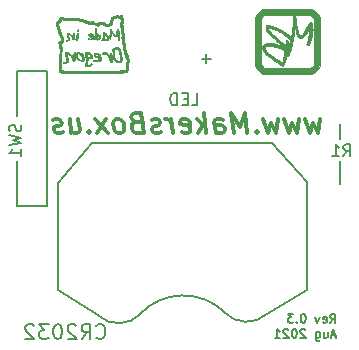
<source format=gbo>
%TF.GenerationSoftware,KiCad,Pcbnew,(5.1.10)-1*%
%TF.CreationDate,2022-03-19T09:43:45-07:00*%
%TF.ProjectId,project,70726f6a-6563-4742-9e6b-696361645f70,rev?*%
%TF.SameCoordinates,Original*%
%TF.FileFunction,Legend,Bot*%
%TF.FilePolarity,Positive*%
%FSLAX46Y46*%
G04 Gerber Fmt 4.6, Leading zero omitted, Abs format (unit mm)*
G04 Created by KiCad (PCBNEW (5.1.10)-1) date 2022-03-19 09:43:45*
%MOMM*%
%LPD*%
G01*
G04 APERTURE LIST*
%ADD10C,0.150000*%
%ADD11C,0.300000*%
%ADD12C,0.200000*%
%ADD13C,0.002540*%
G04 APERTURE END LIST*
D10*
X161290000Y-78740000D02*
X161290000Y-82550000D01*
X163830000Y-78740000D02*
X161290000Y-78740000D01*
X163830000Y-90170000D02*
X163830000Y-78740000D01*
X161290000Y-90170000D02*
X163830000Y-90170000D01*
X161290000Y-86360000D02*
X161290000Y-90170000D01*
X188595000Y-86360000D02*
X188595000Y-88265000D01*
X188595000Y-84455000D02*
X188595000Y-83185000D01*
X187763357Y-100031785D02*
X188013357Y-99674642D01*
X188191928Y-100031785D02*
X188191928Y-99281785D01*
X187906214Y-99281785D01*
X187834785Y-99317500D01*
X187799071Y-99353214D01*
X187763357Y-99424642D01*
X187763357Y-99531785D01*
X187799071Y-99603214D01*
X187834785Y-99638928D01*
X187906214Y-99674642D01*
X188191928Y-99674642D01*
X187156214Y-99996071D02*
X187227642Y-100031785D01*
X187370500Y-100031785D01*
X187441928Y-99996071D01*
X187477642Y-99924642D01*
X187477642Y-99638928D01*
X187441928Y-99567500D01*
X187370500Y-99531785D01*
X187227642Y-99531785D01*
X187156214Y-99567500D01*
X187120500Y-99638928D01*
X187120500Y-99710357D01*
X187477642Y-99781785D01*
X186870500Y-99531785D02*
X186691928Y-100031785D01*
X186513357Y-99531785D01*
X185513357Y-99281785D02*
X185441928Y-99281785D01*
X185370500Y-99317500D01*
X185334785Y-99353214D01*
X185299071Y-99424642D01*
X185263357Y-99567500D01*
X185263357Y-99746071D01*
X185299071Y-99888928D01*
X185334785Y-99960357D01*
X185370500Y-99996071D01*
X185441928Y-100031785D01*
X185513357Y-100031785D01*
X185584785Y-99996071D01*
X185620500Y-99960357D01*
X185656214Y-99888928D01*
X185691928Y-99746071D01*
X185691928Y-99567500D01*
X185656214Y-99424642D01*
X185620500Y-99353214D01*
X185584785Y-99317500D01*
X185513357Y-99281785D01*
X184941928Y-99960357D02*
X184906214Y-99996071D01*
X184941928Y-100031785D01*
X184977642Y-99996071D01*
X184941928Y-99960357D01*
X184941928Y-100031785D01*
X184656214Y-99281785D02*
X184191928Y-99281785D01*
X184441928Y-99567500D01*
X184334785Y-99567500D01*
X184263357Y-99603214D01*
X184227642Y-99638928D01*
X184191928Y-99710357D01*
X184191928Y-99888928D01*
X184227642Y-99960357D01*
X184263357Y-99996071D01*
X184334785Y-100031785D01*
X184549071Y-100031785D01*
X184620500Y-99996071D01*
X184656214Y-99960357D01*
X188227642Y-101092500D02*
X187870500Y-101092500D01*
X188299071Y-101306785D02*
X188049071Y-100556785D01*
X187799071Y-101306785D01*
X187227642Y-100806785D02*
X187227642Y-101306785D01*
X187549071Y-100806785D02*
X187549071Y-101199642D01*
X187513357Y-101271071D01*
X187441928Y-101306785D01*
X187334785Y-101306785D01*
X187263357Y-101271071D01*
X187227642Y-101235357D01*
X186549071Y-100806785D02*
X186549071Y-101413928D01*
X186584785Y-101485357D01*
X186620500Y-101521071D01*
X186691928Y-101556785D01*
X186799071Y-101556785D01*
X186870500Y-101521071D01*
X186549071Y-101271071D02*
X186620500Y-101306785D01*
X186763357Y-101306785D01*
X186834785Y-101271071D01*
X186870500Y-101235357D01*
X186906214Y-101163928D01*
X186906214Y-100949642D01*
X186870500Y-100878214D01*
X186834785Y-100842500D01*
X186763357Y-100806785D01*
X186620500Y-100806785D01*
X186549071Y-100842500D01*
X185656214Y-100628214D02*
X185620500Y-100592500D01*
X185549071Y-100556785D01*
X185370500Y-100556785D01*
X185299071Y-100592500D01*
X185263357Y-100628214D01*
X185227642Y-100699642D01*
X185227642Y-100771071D01*
X185263357Y-100878214D01*
X185691928Y-101306785D01*
X185227642Y-101306785D01*
X184763357Y-100556785D02*
X184691928Y-100556785D01*
X184620500Y-100592500D01*
X184584785Y-100628214D01*
X184549071Y-100699642D01*
X184513357Y-100842500D01*
X184513357Y-101021071D01*
X184549071Y-101163928D01*
X184584785Y-101235357D01*
X184620500Y-101271071D01*
X184691928Y-101306785D01*
X184763357Y-101306785D01*
X184834785Y-101271071D01*
X184870500Y-101235357D01*
X184906214Y-101163928D01*
X184941928Y-101021071D01*
X184941928Y-100842500D01*
X184906214Y-100699642D01*
X184870500Y-100628214D01*
X184834785Y-100592500D01*
X184763357Y-100556785D01*
X184227642Y-100628214D02*
X184191928Y-100592500D01*
X184120500Y-100556785D01*
X183941928Y-100556785D01*
X183870500Y-100592500D01*
X183834785Y-100628214D01*
X183799071Y-100699642D01*
X183799071Y-100771071D01*
X183834785Y-100878214D01*
X184263357Y-101306785D01*
X183799071Y-101306785D01*
X183084785Y-101306785D02*
X183513357Y-101306785D01*
X183299071Y-101306785D02*
X183299071Y-100556785D01*
X183370500Y-100663928D01*
X183441928Y-100735357D01*
X183513357Y-100771071D01*
D11*
X186919773Y-82820714D02*
X186737630Y-83954047D01*
X186312630Y-83144523D01*
X186090011Y-83954047D01*
X185624535Y-82820714D01*
X185138821Y-82820714D02*
X184956678Y-83954047D01*
X184531678Y-83144523D01*
X184309059Y-83954047D01*
X183843583Y-82820714D01*
X183357869Y-82820714D02*
X183175726Y-83954047D01*
X182750726Y-83144523D01*
X182528107Y-83954047D01*
X182062630Y-82820714D01*
X181536440Y-83792142D02*
X181465607Y-83873095D01*
X181556678Y-83954047D01*
X181627511Y-83873095D01*
X181536440Y-83792142D01*
X181556678Y-83954047D01*
X180747154Y-83954047D02*
X180534654Y-82254047D01*
X180119773Y-83468333D01*
X179401321Y-82254047D01*
X179613821Y-83954047D01*
X178075726Y-83954047D02*
X177964416Y-83063571D01*
X178025130Y-82901666D01*
X178176916Y-82820714D01*
X178500726Y-82820714D01*
X178672750Y-82901666D01*
X178065607Y-83873095D02*
X178237630Y-83954047D01*
X178642392Y-83954047D01*
X178794178Y-83873095D01*
X178854892Y-83711190D01*
X178834654Y-83549285D01*
X178733464Y-83387380D01*
X178561440Y-83306428D01*
X178156678Y-83306428D01*
X177984654Y-83225476D01*
X177266202Y-83954047D02*
X177053702Y-82254047D01*
X177023345Y-83306428D02*
X176618583Y-83954047D01*
X176476916Y-82820714D02*
X177205488Y-83468333D01*
X175232273Y-83873095D02*
X175404297Y-83954047D01*
X175728107Y-83954047D01*
X175879892Y-83873095D01*
X175940607Y-83711190D01*
X175859654Y-83063571D01*
X175758464Y-82901666D01*
X175586440Y-82820714D01*
X175262630Y-82820714D01*
X175110845Y-82901666D01*
X175050130Y-83063571D01*
X175070369Y-83225476D01*
X175900130Y-83387380D01*
X174432869Y-83954047D02*
X174291202Y-82820714D01*
X174331678Y-83144523D02*
X174230488Y-82982619D01*
X174139416Y-82901666D01*
X173967392Y-82820714D01*
X173805488Y-82820714D01*
X173451321Y-83873095D02*
X173299535Y-83954047D01*
X172975726Y-83954047D01*
X172803702Y-83873095D01*
X172702511Y-83711190D01*
X172692392Y-83630238D01*
X172753107Y-83468333D01*
X172904892Y-83387380D01*
X173147750Y-83387380D01*
X173299535Y-83306428D01*
X173360250Y-83144523D01*
X173350130Y-83063571D01*
X173248940Y-82901666D01*
X173076916Y-82820714D01*
X172834059Y-82820714D01*
X172682273Y-82901666D01*
X171326321Y-83063571D02*
X171093583Y-83144523D01*
X171022750Y-83225476D01*
X170962035Y-83387380D01*
X170992392Y-83630238D01*
X171093583Y-83792142D01*
X171184654Y-83873095D01*
X171356678Y-83954047D01*
X172004297Y-83954047D01*
X171791797Y-82254047D01*
X171225130Y-82254047D01*
X171073345Y-82335000D01*
X171002511Y-82415952D01*
X170941797Y-82577857D01*
X170962035Y-82739761D01*
X171063226Y-82901666D01*
X171154297Y-82982619D01*
X171326321Y-83063571D01*
X171892988Y-83063571D01*
X170061440Y-83954047D02*
X170213226Y-83873095D01*
X170284059Y-83792142D01*
X170344773Y-83630238D01*
X170284059Y-83144523D01*
X170182869Y-82982619D01*
X170091797Y-82901666D01*
X169919773Y-82820714D01*
X169676916Y-82820714D01*
X169525130Y-82901666D01*
X169454297Y-82982619D01*
X169393583Y-83144523D01*
X169454297Y-83630238D01*
X169555488Y-83792142D01*
X169646559Y-83873095D01*
X169818583Y-83954047D01*
X170061440Y-83954047D01*
X168928107Y-83954047D02*
X167895964Y-82820714D01*
X168786440Y-82820714D02*
X168037630Y-83954047D01*
X167369773Y-83792142D02*
X167298940Y-83873095D01*
X167390011Y-83954047D01*
X167460845Y-83873095D01*
X167369773Y-83792142D01*
X167390011Y-83954047D01*
X165710250Y-82820714D02*
X165851916Y-83954047D01*
X166438821Y-82820714D02*
X166550130Y-83711190D01*
X166489416Y-83873095D01*
X166337630Y-83954047D01*
X166094773Y-83954047D01*
X165922750Y-83873095D01*
X165831678Y-83792142D01*
X165113226Y-83873095D02*
X164961440Y-83954047D01*
X164637630Y-83954047D01*
X164465607Y-83873095D01*
X164364416Y-83711190D01*
X164354297Y-83630238D01*
X164415011Y-83468333D01*
X164566797Y-83387380D01*
X164809654Y-83387380D01*
X164961440Y-83306428D01*
X165022154Y-83144523D01*
X165012035Y-83063571D01*
X164910845Y-82901666D01*
X164738821Y-82820714D01*
X164495964Y-82820714D01*
X164344178Y-82901666D01*
D12*
X167973047Y-101284428D02*
X168032571Y-101343952D01*
X168211142Y-101403476D01*
X168330190Y-101403476D01*
X168508761Y-101343952D01*
X168627809Y-101224904D01*
X168687333Y-101105857D01*
X168746857Y-100867761D01*
X168746857Y-100689190D01*
X168687333Y-100451095D01*
X168627809Y-100332047D01*
X168508761Y-100213000D01*
X168330190Y-100153476D01*
X168211142Y-100153476D01*
X168032571Y-100213000D01*
X167973047Y-100272523D01*
X166723047Y-101403476D02*
X167139714Y-100808238D01*
X167437333Y-101403476D02*
X167437333Y-100153476D01*
X166961142Y-100153476D01*
X166842095Y-100213000D01*
X166782571Y-100272523D01*
X166723047Y-100391571D01*
X166723047Y-100570142D01*
X166782571Y-100689190D01*
X166842095Y-100748714D01*
X166961142Y-100808238D01*
X167437333Y-100808238D01*
X166246857Y-100272523D02*
X166187333Y-100213000D01*
X166068285Y-100153476D01*
X165770666Y-100153476D01*
X165651619Y-100213000D01*
X165592095Y-100272523D01*
X165532571Y-100391571D01*
X165532571Y-100510619D01*
X165592095Y-100689190D01*
X166306380Y-101403476D01*
X165532571Y-101403476D01*
X164758761Y-100153476D02*
X164639714Y-100153476D01*
X164520666Y-100213000D01*
X164461142Y-100272523D01*
X164401619Y-100391571D01*
X164342095Y-100629666D01*
X164342095Y-100927285D01*
X164401619Y-101165380D01*
X164461142Y-101284428D01*
X164520666Y-101343952D01*
X164639714Y-101403476D01*
X164758761Y-101403476D01*
X164877809Y-101343952D01*
X164937333Y-101284428D01*
X164996857Y-101165380D01*
X165056380Y-100927285D01*
X165056380Y-100629666D01*
X164996857Y-100391571D01*
X164937333Y-100272523D01*
X164877809Y-100213000D01*
X164758761Y-100153476D01*
X163925428Y-100153476D02*
X163151619Y-100153476D01*
X163568285Y-100629666D01*
X163389714Y-100629666D01*
X163270666Y-100689190D01*
X163211142Y-100748714D01*
X163151619Y-100867761D01*
X163151619Y-101165380D01*
X163211142Y-101284428D01*
X163270666Y-101343952D01*
X163389714Y-101403476D01*
X163746857Y-101403476D01*
X163865904Y-101343952D01*
X163925428Y-101284428D01*
X162675428Y-100272523D02*
X162615904Y-100213000D01*
X162496857Y-100153476D01*
X162199238Y-100153476D01*
X162080190Y-100213000D01*
X162020666Y-100272523D01*
X161961142Y-100391571D01*
X161961142Y-100510619D01*
X162020666Y-100689190D01*
X162734952Y-101403476D01*
X161961142Y-101403476D01*
D10*
%TO.C,BT1*%
X182435500Y-99250500D02*
X185801000Y-97282000D01*
X168084500Y-99377500D02*
X164719000Y-97282000D01*
X167640000Y-84836000D02*
X164719000Y-88201500D01*
X185801000Y-88138000D02*
X182816500Y-84772500D01*
X182880000Y-84836000D02*
X167640000Y-84836000D01*
X185801000Y-97282000D02*
X185801000Y-88138000D01*
X164719000Y-97282000D02*
X164719000Y-88138000D01*
X182460900Y-99250500D02*
G75*
G02*
X178777900Y-99123500I-1778000J1905000D01*
G01*
X171754800Y-99250500D02*
G75*
G02*
X168071800Y-99377500I-1905000J1778000D01*
G01*
X171704000Y-99250500D02*
G75*
G02*
X178816000Y-99123500I3619500J-3492500D01*
G01*
D13*
%TO.C,VAL*%
G36*
X164543740Y-74693780D02*
G01*
X164543740Y-74731880D01*
X164546280Y-74757280D01*
X164548820Y-74780140D01*
X164553900Y-74797920D01*
X164564060Y-74818240D01*
X164566600Y-74825860D01*
X164579300Y-74853800D01*
X164589460Y-74879200D01*
X164599620Y-74909680D01*
X164609780Y-74945240D01*
X164619940Y-74990960D01*
X164632640Y-75044300D01*
X164637720Y-75062080D01*
X164652960Y-75135740D01*
X164670740Y-75196700D01*
X164685980Y-75250040D01*
X164706300Y-75295760D01*
X164726620Y-75336400D01*
X164726620Y-74706480D01*
X164726620Y-74691240D01*
X164729160Y-74678540D01*
X164736780Y-74665840D01*
X164749480Y-74650600D01*
X164772340Y-74632820D01*
X164782500Y-74622660D01*
X164810440Y-74599800D01*
X164835840Y-74574400D01*
X164853620Y-74551540D01*
X164861240Y-74543920D01*
X164873940Y-74526140D01*
X164894260Y-74500740D01*
X164919660Y-74470260D01*
X164945060Y-74439780D01*
X164947600Y-74437240D01*
X164970460Y-74409300D01*
X164990780Y-74383900D01*
X165003480Y-74366120D01*
X165011100Y-74355960D01*
X165011100Y-74353420D01*
X165016180Y-74348340D01*
X165033960Y-74348340D01*
X165059360Y-74348340D01*
X165089840Y-74353420D01*
X165120320Y-74358500D01*
X165130480Y-74361040D01*
X165143180Y-74363580D01*
X165155880Y-74368660D01*
X165171120Y-74368660D01*
X165188900Y-74371200D01*
X165214300Y-74373740D01*
X165247320Y-74376280D01*
X165285420Y-74376280D01*
X165333680Y-74378820D01*
X165392100Y-74378820D01*
X165463220Y-74381360D01*
X165547040Y-74383900D01*
X165600380Y-74383900D01*
X165686740Y-74386440D01*
X165773100Y-74386440D01*
X165859460Y-74388980D01*
X165943280Y-74388980D01*
X166022020Y-74391520D01*
X166093140Y-74391520D01*
X166156640Y-74391520D01*
X166204900Y-74391520D01*
X166217600Y-74391520D01*
X166410640Y-74391520D01*
X166471600Y-74452480D01*
X166532560Y-74510900D01*
X166573200Y-74510900D01*
X166601140Y-74510900D01*
X166636700Y-74508360D01*
X166664640Y-74503280D01*
X166697660Y-74500740D01*
X166728140Y-74503280D01*
X166761160Y-74508360D01*
X166801800Y-74518520D01*
X166847520Y-74536300D01*
X166903400Y-74559160D01*
X166918640Y-74564240D01*
X166961820Y-74584560D01*
X166994840Y-74597260D01*
X167022780Y-74604880D01*
X167048180Y-74609960D01*
X167076120Y-74615040D01*
X167093900Y-74617580D01*
X167139620Y-74622660D01*
X167175180Y-74627740D01*
X167203120Y-74635360D01*
X167223440Y-74645520D01*
X167243760Y-74658220D01*
X167264080Y-74678540D01*
X167266620Y-74681080D01*
X167289480Y-74701400D01*
X167314880Y-74719180D01*
X167332660Y-74731880D01*
X167352980Y-74736960D01*
X167383460Y-74742040D01*
X167419020Y-74749660D01*
X167457120Y-74752200D01*
X167490140Y-74757280D01*
X167515540Y-74757280D01*
X167530780Y-74754740D01*
X167543480Y-74747120D01*
X167566340Y-74734420D01*
X167586660Y-74716640D01*
X167609520Y-74696320D01*
X167624760Y-74688700D01*
X167634920Y-74686160D01*
X167640000Y-74688700D01*
X167650160Y-74696320D01*
X167670480Y-74709020D01*
X167698420Y-74726800D01*
X167728900Y-74747120D01*
X167736520Y-74752200D01*
X167822880Y-74805540D01*
X167899080Y-74808080D01*
X167934640Y-74810620D01*
X167957500Y-74813160D01*
X167970200Y-74815700D01*
X167980360Y-74820780D01*
X167985440Y-74828400D01*
X167987980Y-74833480D01*
X168008300Y-74856340D01*
X168036240Y-74871580D01*
X168066720Y-74879200D01*
X168071800Y-74879200D01*
X168099740Y-74871580D01*
X168127680Y-74853800D01*
X168155620Y-74823320D01*
X168165780Y-74810620D01*
X168178480Y-74797920D01*
X168186100Y-74787760D01*
X168196260Y-74780140D01*
X168208960Y-74772520D01*
X168229280Y-74769980D01*
X168254680Y-74764900D01*
X168292780Y-74759820D01*
X168341040Y-74757280D01*
X168356280Y-74754740D01*
X168465500Y-74744580D01*
X168495980Y-74772520D01*
X168531540Y-74805540D01*
X168567100Y-74830940D01*
X168597580Y-74851260D01*
X168607740Y-74856340D01*
X168630600Y-74861420D01*
X168663620Y-74866500D01*
X168706800Y-74871580D01*
X168752520Y-74876660D01*
X168803320Y-74881740D01*
X168851580Y-74884280D01*
X168897300Y-74884280D01*
X168899840Y-74884280D01*
X168948100Y-74884280D01*
X168991280Y-74879200D01*
X169034460Y-74874120D01*
X169082720Y-74863960D01*
X169128440Y-74853800D01*
X169161460Y-74843640D01*
X169186860Y-74830940D01*
X169209720Y-74818240D01*
X169232580Y-74797920D01*
X169257980Y-74772520D01*
X169275760Y-74752200D01*
X169291000Y-74731880D01*
X169298620Y-74709020D01*
X169306240Y-74681080D01*
X169313860Y-74645520D01*
X169316400Y-74602340D01*
X169321480Y-74551540D01*
X169329100Y-74472800D01*
X169341800Y-74404220D01*
X169362120Y-74348340D01*
X169387520Y-74302620D01*
X169390060Y-74297540D01*
X169415460Y-74272140D01*
X169453560Y-74244200D01*
X169466260Y-74236580D01*
X169494200Y-74223880D01*
X169517060Y-74213720D01*
X169534840Y-74211180D01*
X169557700Y-74211180D01*
X169560240Y-74211180D01*
X169598340Y-74211180D01*
X169641520Y-74203560D01*
X169672000Y-74195940D01*
X169710100Y-74183240D01*
X169738040Y-74178160D01*
X169755820Y-74175620D01*
X169771060Y-74180700D01*
X169786300Y-74185780D01*
X169793920Y-74190860D01*
X169824400Y-74206100D01*
X169867580Y-74211180D01*
X169915840Y-74206100D01*
X169931080Y-74201020D01*
X169953940Y-74195940D01*
X169974260Y-74190860D01*
X169981880Y-74190860D01*
X169981880Y-74195940D01*
X169984420Y-74216260D01*
X169984420Y-74239120D01*
X169984420Y-74241660D01*
X169984420Y-74269600D01*
X169986960Y-74289920D01*
X169992040Y-74307700D01*
X170004740Y-74325480D01*
X170027600Y-74358500D01*
X170019980Y-74477880D01*
X170017440Y-74523600D01*
X170012360Y-74556620D01*
X170009820Y-74582020D01*
X170004740Y-74599800D01*
X169999660Y-74615040D01*
X169992040Y-74630280D01*
X169986960Y-74637900D01*
X169971720Y-74668380D01*
X169964100Y-74696320D01*
X169964100Y-74716640D01*
X169961560Y-74744580D01*
X169959020Y-74767440D01*
X169956480Y-74775060D01*
X169953940Y-74792840D01*
X169948860Y-74818240D01*
X169948860Y-74851260D01*
X169948860Y-74863960D01*
X169948860Y-74896980D01*
X169948860Y-74917300D01*
X169953940Y-74932540D01*
X169961560Y-74942700D01*
X169971720Y-74955400D01*
X169974260Y-74957940D01*
X169994580Y-74973180D01*
X170014900Y-74980800D01*
X170017440Y-74983340D01*
X170027600Y-74983340D01*
X170032680Y-74988420D01*
X170037760Y-75003660D01*
X170040300Y-75029060D01*
X170042840Y-75062080D01*
X170045380Y-75100180D01*
X170045380Y-75123040D01*
X170047920Y-75166220D01*
X170053000Y-75222100D01*
X170060620Y-75293220D01*
X170073320Y-75379580D01*
X170091100Y-75478640D01*
X170091100Y-75486260D01*
X170098720Y-75529440D01*
X170103800Y-75570080D01*
X170108880Y-75600560D01*
X170111420Y-75623420D01*
X170113960Y-75631040D01*
X170113960Y-75643740D01*
X170111420Y-75666600D01*
X170111420Y-75697080D01*
X170108880Y-75727560D01*
X170108880Y-75760580D01*
X170106340Y-75791060D01*
X170103800Y-75811380D01*
X170101260Y-75819000D01*
X170091100Y-75844400D01*
X170088560Y-75874880D01*
X170091100Y-75905360D01*
X170101260Y-75930760D01*
X170116500Y-75943460D01*
X170124120Y-75956160D01*
X170131740Y-75981560D01*
X170141900Y-76022200D01*
X170149520Y-76078080D01*
X170159680Y-76146660D01*
X170167300Y-76225400D01*
X170172380Y-76286360D01*
X170177460Y-76339700D01*
X170182540Y-76390500D01*
X170187620Y-76433680D01*
X170192700Y-76469240D01*
X170195240Y-76494640D01*
X170197780Y-76507340D01*
X170207940Y-76527660D01*
X170218100Y-76555600D01*
X170228260Y-76581000D01*
X170235880Y-76601320D01*
X170243500Y-76616560D01*
X170246040Y-76634340D01*
X170248580Y-76654660D01*
X170248580Y-76680060D01*
X170246040Y-76713080D01*
X170243500Y-76758800D01*
X170243500Y-76779120D01*
X170240960Y-76824840D01*
X170240960Y-76860400D01*
X170246040Y-76888340D01*
X170253660Y-76913740D01*
X170266360Y-76941680D01*
X170286680Y-76974700D01*
X170304460Y-77012800D01*
X170314620Y-77040740D01*
X170319700Y-77068680D01*
X170314620Y-77096620D01*
X170304460Y-77134720D01*
X170299380Y-77144880D01*
X170286680Y-77182980D01*
X170279060Y-77213460D01*
X170279060Y-77233780D01*
X170281600Y-77251560D01*
X170289220Y-77266800D01*
X170289220Y-77269340D01*
X170304460Y-77284580D01*
X170329860Y-77302360D01*
X170360340Y-77320140D01*
X170393360Y-77332840D01*
X170413680Y-77340460D01*
X170434000Y-77345540D01*
X170434000Y-77434440D01*
X170434000Y-77525880D01*
X170464480Y-77589380D01*
X170497500Y-77657960D01*
X170522900Y-77716380D01*
X170543220Y-77764640D01*
X170555920Y-77800200D01*
X170561000Y-77820520D01*
X170563540Y-77838300D01*
X170563540Y-77853540D01*
X170555920Y-77868780D01*
X170540680Y-77889100D01*
X170540680Y-77891640D01*
X170512740Y-77932280D01*
X170489880Y-77970380D01*
X170472100Y-78016100D01*
X170464480Y-78044040D01*
X170449240Y-78097380D01*
X170472100Y-78196440D01*
X170487340Y-78262480D01*
X170494960Y-78315820D01*
X170500040Y-78361540D01*
X170500040Y-78402180D01*
X170492420Y-78440280D01*
X170482260Y-78478380D01*
X170467020Y-78521560D01*
X170454320Y-78559660D01*
X170439080Y-78592680D01*
X170428920Y-78615540D01*
X170418760Y-78625700D01*
X170418760Y-78628240D01*
X170408600Y-78630780D01*
X170388280Y-78638400D01*
X170380660Y-78643480D01*
X170357800Y-78651100D01*
X170322240Y-78658720D01*
X170273980Y-78663800D01*
X170213020Y-78666340D01*
X170136820Y-78668880D01*
X170047920Y-78671420D01*
X169946320Y-78671420D01*
X169936160Y-78671420D01*
X169880280Y-78673960D01*
X169814240Y-78673960D01*
X169740580Y-78676500D01*
X169661840Y-78676500D01*
X169583100Y-78679040D01*
X169509440Y-78684120D01*
X169489120Y-78684120D01*
X169252900Y-78691740D01*
X169026840Y-78701900D01*
X168803320Y-78706980D01*
X168579800Y-78712060D01*
X168358820Y-78717140D01*
X168135300Y-78719680D01*
X167909240Y-78722220D01*
X167675560Y-78722220D01*
X167436800Y-78722220D01*
X167185340Y-78722220D01*
X166923720Y-78719680D01*
X166791640Y-78717140D01*
X166606220Y-78714600D01*
X166436040Y-78712060D01*
X166278560Y-78709520D01*
X166133780Y-78706980D01*
X165999160Y-78704440D01*
X165874700Y-78701900D01*
X165757860Y-78699360D01*
X165651180Y-78696820D01*
X165552120Y-78691740D01*
X165460680Y-78689200D01*
X165371780Y-78686660D01*
X165287960Y-78681580D01*
X165242240Y-78679040D01*
X165178740Y-78676500D01*
X165120320Y-78671420D01*
X165066980Y-78668880D01*
X165021260Y-78666340D01*
X164988240Y-78663800D01*
X164965380Y-78663800D01*
X164952680Y-78663800D01*
X164952680Y-78656180D01*
X164955220Y-78633320D01*
X164955220Y-78600300D01*
X164957760Y-78552040D01*
X164960300Y-78493620D01*
X164962840Y-78425040D01*
X164967920Y-78346300D01*
X164970460Y-78259940D01*
X164975540Y-78163420D01*
X164980620Y-78061820D01*
X164983160Y-77955140D01*
X164988240Y-77840840D01*
X164995860Y-77724000D01*
X164995860Y-77708760D01*
X165000940Y-77569060D01*
X165006020Y-77442060D01*
X165011100Y-77327760D01*
X165016180Y-77226160D01*
X165021260Y-77137260D01*
X165023800Y-77058520D01*
X165026340Y-76992480D01*
X165028880Y-76931520D01*
X165028880Y-76883260D01*
X165028880Y-76840080D01*
X165028880Y-76807060D01*
X165028880Y-76776580D01*
X165028880Y-76753720D01*
X165026340Y-76735940D01*
X165023800Y-76720700D01*
X165021260Y-76710540D01*
X165018720Y-76700380D01*
X165013640Y-76692760D01*
X165008560Y-76687680D01*
X165003480Y-76680060D01*
X164998400Y-76672440D01*
X164985700Y-76657200D01*
X164978080Y-76641960D01*
X164975540Y-76626720D01*
X164978080Y-76601320D01*
X164978080Y-76591160D01*
X164978080Y-76555600D01*
X164975540Y-76522580D01*
X164965380Y-76481940D01*
X164965380Y-76479400D01*
X164952680Y-76436220D01*
X164945060Y-76405740D01*
X164942520Y-76382880D01*
X164942520Y-76370180D01*
X164945060Y-76360020D01*
X164952680Y-76354940D01*
X164952680Y-76352400D01*
X164970460Y-76347320D01*
X164993320Y-76339700D01*
X165003480Y-76339700D01*
X165031420Y-76332080D01*
X165054280Y-76321920D01*
X165074600Y-76306680D01*
X165092380Y-76283820D01*
X165115240Y-76248260D01*
X165133020Y-76212700D01*
X165176200Y-76123800D01*
X165168580Y-76045060D01*
X165163500Y-76014580D01*
X165158420Y-75986640D01*
X165150800Y-75961240D01*
X165143180Y-75933300D01*
X165130480Y-75897740D01*
X165110160Y-75854560D01*
X165105080Y-75841860D01*
X165084760Y-75791060D01*
X165061900Y-75740260D01*
X165039040Y-75686920D01*
X165018720Y-75641200D01*
X165008560Y-75623420D01*
X164993320Y-75585320D01*
X164980620Y-75557380D01*
X164973000Y-75537060D01*
X164970460Y-75524360D01*
X164973000Y-75514200D01*
X164973000Y-75504040D01*
X164980620Y-75478640D01*
X164980620Y-75448160D01*
X164970460Y-75415140D01*
X164952680Y-75374500D01*
X164927280Y-75326240D01*
X164924740Y-75323700D01*
X164901880Y-75283060D01*
X164881560Y-75247500D01*
X164866320Y-75217020D01*
X164856160Y-75186540D01*
X164843460Y-75153520D01*
X164833300Y-75112880D01*
X164823140Y-75067160D01*
X164812980Y-75021440D01*
X164797740Y-74957940D01*
X164785040Y-74907140D01*
X164774880Y-74866500D01*
X164764720Y-74833480D01*
X164754560Y-74805540D01*
X164746940Y-74782680D01*
X164739320Y-74772520D01*
X164731700Y-74744580D01*
X164726620Y-74714100D01*
X164726620Y-74706480D01*
X164726620Y-75336400D01*
X164729160Y-75338940D01*
X164734240Y-75354180D01*
X164752020Y-75382120D01*
X164762180Y-75404980D01*
X164767260Y-75417680D01*
X164767260Y-75427840D01*
X164762180Y-75438000D01*
X164759640Y-75455780D01*
X164757100Y-75473560D01*
X164762180Y-75496420D01*
X164769800Y-75524360D01*
X164785040Y-75559920D01*
X164805360Y-75608180D01*
X164820600Y-75638660D01*
X164856160Y-75719940D01*
X164891720Y-75796140D01*
X164919660Y-75864720D01*
X164945060Y-75925680D01*
X164965380Y-75976480D01*
X164978080Y-76017120D01*
X164985700Y-76045060D01*
X164985700Y-76047600D01*
X164990780Y-76075540D01*
X164988240Y-76093320D01*
X164983160Y-76113640D01*
X164975540Y-76126340D01*
X164965380Y-76146660D01*
X164952680Y-76159360D01*
X164937440Y-76166980D01*
X164914580Y-76172060D01*
X164901880Y-76174600D01*
X164886640Y-76177140D01*
X164868860Y-76187300D01*
X164851080Y-76202540D01*
X164823140Y-76227940D01*
X164815520Y-76238100D01*
X164790120Y-76263500D01*
X164772340Y-76281280D01*
X164762180Y-76293980D01*
X164757100Y-76306680D01*
X164757100Y-76321920D01*
X164757100Y-76332080D01*
X164759640Y-76385420D01*
X164772340Y-76446380D01*
X164787580Y-76509880D01*
X164795200Y-76537820D01*
X164797740Y-76560680D01*
X164797740Y-76583540D01*
X164795200Y-76614020D01*
X164792660Y-76619100D01*
X164790120Y-76652120D01*
X164790120Y-76680060D01*
X164797740Y-76702920D01*
X164815520Y-76730860D01*
X164833300Y-76753720D01*
X164856160Y-76781660D01*
X164812980Y-77762100D01*
X164807900Y-77881480D01*
X164802820Y-77998320D01*
X164797740Y-78110080D01*
X164792660Y-78216760D01*
X164790120Y-78315820D01*
X164785040Y-78407260D01*
X164782500Y-78491080D01*
X164779960Y-78564740D01*
X164777420Y-78628240D01*
X164774880Y-78681580D01*
X164774880Y-78722220D01*
X164774880Y-78750160D01*
X164774880Y-78765400D01*
X164785040Y-78790800D01*
X164805360Y-78813660D01*
X164828220Y-78828900D01*
X164833300Y-78831440D01*
X164846000Y-78833980D01*
X164873940Y-78836520D01*
X164912040Y-78839060D01*
X164960300Y-78844140D01*
X165018720Y-78846680D01*
X165082220Y-78851760D01*
X165155880Y-78854300D01*
X165232080Y-78859380D01*
X165313360Y-78861920D01*
X165394640Y-78867000D01*
X165478460Y-78869540D01*
X165559740Y-78872080D01*
X165641020Y-78874620D01*
X165717220Y-78877160D01*
X165788340Y-78879700D01*
X165831520Y-78882240D01*
X165892480Y-78882240D01*
X165966140Y-78884780D01*
X166049960Y-78884780D01*
X166141400Y-78887320D01*
X166243000Y-78889860D01*
X166349680Y-78889860D01*
X166458900Y-78892400D01*
X166573200Y-78892400D01*
X166684960Y-78894940D01*
X166794180Y-78897480D01*
X166837360Y-78897480D01*
X166938960Y-78897480D01*
X167040560Y-78900020D01*
X167139620Y-78900020D01*
X167236140Y-78902560D01*
X167325040Y-78902560D01*
X167408860Y-78902560D01*
X167482520Y-78905100D01*
X167546020Y-78905100D01*
X167599360Y-78905100D01*
X167640000Y-78905100D01*
X167662860Y-78905100D01*
X167698420Y-78905100D01*
X167749220Y-78905100D01*
X167810180Y-78905100D01*
X167881300Y-78905100D01*
X167957500Y-78905100D01*
X168038780Y-78902560D01*
X168122600Y-78902560D01*
X168206420Y-78900020D01*
X168241980Y-78900020D01*
X168396920Y-78897480D01*
X168546780Y-78892400D01*
X168694100Y-78889860D01*
X168833800Y-78884780D01*
X168965880Y-78882240D01*
X169090340Y-78877160D01*
X169204640Y-78874620D01*
X169306240Y-78872080D01*
X169392600Y-78867000D01*
X169410380Y-78867000D01*
X169466260Y-78864460D01*
X169532300Y-78861920D01*
X169603420Y-78861920D01*
X169674540Y-78859380D01*
X169743120Y-78859380D01*
X169768520Y-78859380D01*
X169834560Y-78859380D01*
X169908220Y-78856840D01*
X169989500Y-78856840D01*
X170068240Y-78851760D01*
X170144440Y-78849220D01*
X170182540Y-78849220D01*
X170398440Y-78836520D01*
X170469560Y-78803500D01*
X170502580Y-78785720D01*
X170527980Y-78773020D01*
X170545760Y-78760320D01*
X170550840Y-78755240D01*
X170566080Y-78734920D01*
X170581320Y-78704440D01*
X170601640Y-78663800D01*
X170619420Y-78620620D01*
X170637200Y-78577440D01*
X170652440Y-78539340D01*
X170665140Y-78498700D01*
X170672760Y-78465680D01*
X170677840Y-78440280D01*
X170680380Y-78409800D01*
X170680380Y-78389480D01*
X170675300Y-78315820D01*
X170662600Y-78232000D01*
X170647360Y-78158340D01*
X170639740Y-78122780D01*
X170639740Y-78094840D01*
X170647360Y-78064360D01*
X170662600Y-78031340D01*
X170685460Y-77993240D01*
X170700700Y-77975460D01*
X170723560Y-77939900D01*
X170738800Y-77914500D01*
X170746420Y-77889100D01*
X170748960Y-77863700D01*
X170746420Y-77830680D01*
X170738800Y-77792580D01*
X170731180Y-77762100D01*
X170718480Y-77721460D01*
X170700700Y-77675740D01*
X170680380Y-77622400D01*
X170654980Y-77571600D01*
X170634660Y-77528420D01*
X170627040Y-77510640D01*
X170619420Y-77495400D01*
X170616880Y-77477620D01*
X170614340Y-77457300D01*
X170614340Y-77426820D01*
X170614340Y-77386180D01*
X170614340Y-77381100D01*
X170611800Y-77332840D01*
X170609260Y-77292200D01*
X170604180Y-77264260D01*
X170591480Y-77241400D01*
X170573700Y-77221080D01*
X170545760Y-77203300D01*
X170507660Y-77182980D01*
X170487340Y-77172820D01*
X170487340Y-77165200D01*
X170489880Y-77147420D01*
X170494960Y-77122020D01*
X170497500Y-77114400D01*
X170502580Y-77068680D01*
X170502580Y-77038200D01*
X170502580Y-77030580D01*
X170489880Y-76987400D01*
X170469560Y-76941680D01*
X170446700Y-76895960D01*
X170439080Y-76883260D01*
X170431460Y-76870560D01*
X170426380Y-76857860D01*
X170421300Y-76842620D01*
X170421300Y-76824840D01*
X170421300Y-76801980D01*
X170421300Y-76771500D01*
X170426380Y-76728320D01*
X170431460Y-76674980D01*
X170431460Y-76672440D01*
X170431460Y-76647040D01*
X170431460Y-76621640D01*
X170423840Y-76593700D01*
X170416220Y-76565760D01*
X170403520Y-76532740D01*
X170393360Y-76502260D01*
X170383200Y-76479400D01*
X170380660Y-76474320D01*
X170375580Y-76461620D01*
X170370500Y-76441300D01*
X170367960Y-76413360D01*
X170362880Y-76375260D01*
X170357800Y-76324460D01*
X170352720Y-76263500D01*
X170345100Y-76194920D01*
X170337480Y-76128880D01*
X170329860Y-76065380D01*
X170319700Y-76004420D01*
X170312080Y-75951080D01*
X170304460Y-75907900D01*
X170294300Y-75877420D01*
X170291760Y-75867260D01*
X170291760Y-75849480D01*
X170294300Y-75831700D01*
X170296840Y-75806300D01*
X170291760Y-75770740D01*
X170286680Y-75737720D01*
X170289220Y-75702160D01*
X170291760Y-75684380D01*
X170294300Y-75661520D01*
X170296840Y-75641200D01*
X170294300Y-75618340D01*
X170291760Y-75590400D01*
X170284140Y-75549760D01*
X170281600Y-75534520D01*
X170263820Y-75440540D01*
X170251120Y-75354180D01*
X170240960Y-75272900D01*
X170233340Y-75191620D01*
X170225720Y-75102720D01*
X170220640Y-75026520D01*
X170218100Y-74960480D01*
X170213020Y-74909680D01*
X170210480Y-74869040D01*
X170205400Y-74838560D01*
X170202860Y-74815700D01*
X170195240Y-74797920D01*
X170187620Y-74785220D01*
X170177460Y-74777600D01*
X170169840Y-74769980D01*
X170157140Y-74759820D01*
X170152060Y-74747120D01*
X170154600Y-74729340D01*
X170162220Y-74703940D01*
X170172380Y-74678540D01*
X170180000Y-74665840D01*
X170182540Y-74655680D01*
X170187620Y-74642980D01*
X170190160Y-74625200D01*
X170192700Y-74602340D01*
X170195240Y-74571860D01*
X170197780Y-74528680D01*
X170202860Y-74475340D01*
X170202860Y-74447400D01*
X170213020Y-74295000D01*
X170187620Y-74264520D01*
X170162220Y-74234040D01*
X170169840Y-74157840D01*
X170172380Y-74109580D01*
X170172380Y-74074020D01*
X170169840Y-74048620D01*
X170159680Y-74028300D01*
X170146980Y-74013060D01*
X170144440Y-74010520D01*
X170129200Y-73997820D01*
X170111420Y-73992740D01*
X170088560Y-73990200D01*
X170060620Y-73990200D01*
X170022520Y-73997820D01*
X169971720Y-74007980D01*
X169966640Y-74010520D01*
X169875200Y-74030840D01*
X169839640Y-74010520D01*
X169814240Y-73997820D01*
X169791380Y-73990200D01*
X169763440Y-73990200D01*
X169732960Y-73995280D01*
X169689780Y-74002900D01*
X169659300Y-74010520D01*
X169623740Y-74020680D01*
X169595800Y-74028300D01*
X169578020Y-74030840D01*
X169560240Y-74028300D01*
X169547540Y-74025760D01*
X169527220Y-74023220D01*
X169509440Y-74023220D01*
X169489120Y-74025760D01*
X169463720Y-74035920D01*
X169433240Y-74051160D01*
X169400220Y-74068940D01*
X169359580Y-74091800D01*
X169329100Y-74109580D01*
X169306240Y-74127360D01*
X169288460Y-74142600D01*
X169270680Y-74160380D01*
X169252900Y-74183240D01*
X169232580Y-74206100D01*
X169217340Y-74228960D01*
X169207180Y-74249280D01*
X169197020Y-74274680D01*
X169184320Y-74307700D01*
X169171620Y-74350880D01*
X169169080Y-74361040D01*
X169156380Y-74409300D01*
X169148760Y-74449940D01*
X169143680Y-74488040D01*
X169138600Y-74531220D01*
X169138600Y-74546460D01*
X169136060Y-74592180D01*
X169133520Y-74625200D01*
X169125900Y-74648060D01*
X169113200Y-74663300D01*
X169092880Y-74676000D01*
X169062400Y-74683620D01*
X169034460Y-74691240D01*
X168973500Y-74701400D01*
X168902380Y-74706480D01*
X168823640Y-74703940D01*
X168749980Y-74696320D01*
X168671240Y-74688700D01*
X168605200Y-74630280D01*
X168579800Y-74604880D01*
X168554400Y-74587100D01*
X168534080Y-74571860D01*
X168523920Y-74566780D01*
X168508680Y-74566780D01*
X168483280Y-74566780D01*
X168445180Y-74566780D01*
X168402000Y-74571860D01*
X168351200Y-74574400D01*
X168300400Y-74579480D01*
X168249600Y-74584560D01*
X168206420Y-74589640D01*
X168163240Y-74597260D01*
X168132760Y-74602340D01*
X168112440Y-74612500D01*
X168099740Y-74617580D01*
X168089580Y-74625200D01*
X168079420Y-74630280D01*
X168064180Y-74632820D01*
X168043860Y-74632820D01*
X168015920Y-74632820D01*
X167977820Y-74632820D01*
X167876220Y-74630280D01*
X167772080Y-74561700D01*
X167733980Y-74536300D01*
X167700960Y-74515980D01*
X167673020Y-74498200D01*
X167652700Y-74488040D01*
X167645080Y-74482960D01*
X167617140Y-74475340D01*
X167591740Y-74480420D01*
X167561260Y-74495660D01*
X167525700Y-74526140D01*
X167523160Y-74528680D01*
X167500300Y-74549000D01*
X167482520Y-74561700D01*
X167467280Y-74569320D01*
X167452040Y-74571860D01*
X167446960Y-74571860D01*
X167429180Y-74569320D01*
X167416480Y-74566780D01*
X167398700Y-74554080D01*
X167378380Y-74536300D01*
X167368220Y-74526140D01*
X167337740Y-74500740D01*
X167304720Y-74480420D01*
X167266620Y-74465180D01*
X167223440Y-74455020D01*
X167167560Y-74444860D01*
X167139620Y-74442320D01*
X167101520Y-74437240D01*
X167071040Y-74429620D01*
X167040560Y-74419460D01*
X167005000Y-74406760D01*
X166974520Y-74394060D01*
X166931340Y-74376280D01*
X166883080Y-74358500D01*
X166837360Y-74343260D01*
X166809420Y-74335640D01*
X166771320Y-74328020D01*
X166743380Y-74320400D01*
X166720520Y-74320400D01*
X166697660Y-74320400D01*
X166667180Y-74322940D01*
X166606220Y-74330560D01*
X166547800Y-74277220D01*
X166512240Y-74244200D01*
X166484300Y-74223880D01*
X166466520Y-74218800D01*
X166453820Y-74216260D01*
X166425880Y-74216260D01*
X166390320Y-74213720D01*
X166344600Y-74213720D01*
X166293800Y-74213720D01*
X166237920Y-74213720D01*
X166235380Y-74213720D01*
X166151560Y-74213720D01*
X166062660Y-74211180D01*
X165971220Y-74211180D01*
X165879780Y-74211180D01*
X165788340Y-74208640D01*
X165699440Y-74206100D01*
X165615620Y-74206100D01*
X165534340Y-74203560D01*
X165458140Y-74201020D01*
X165389560Y-74198480D01*
X165331140Y-74195940D01*
X165280340Y-74193400D01*
X165242240Y-74190860D01*
X165216840Y-74188320D01*
X165204140Y-74185780D01*
X165186360Y-74183240D01*
X165153340Y-74178160D01*
X165115240Y-74173080D01*
X165074600Y-74170540D01*
X165054280Y-74168000D01*
X165008560Y-74165460D01*
X164975540Y-74162920D01*
X164952680Y-74162920D01*
X164934900Y-74162920D01*
X164922200Y-74165460D01*
X164912040Y-74170540D01*
X164909500Y-74173080D01*
X164884100Y-74193400D01*
X164861240Y-74226420D01*
X164851080Y-74261980D01*
X164843460Y-74277220D01*
X164828220Y-74300080D01*
X164807900Y-74322940D01*
X164802820Y-74330560D01*
X164777420Y-74361040D01*
X164754560Y-74388980D01*
X164734240Y-74411840D01*
X164731700Y-74416920D01*
X164716460Y-74434700D01*
X164691060Y-74460100D01*
X164663120Y-74488040D01*
X164635180Y-74515980D01*
X164607240Y-74541380D01*
X164581840Y-74564240D01*
X164564060Y-74582020D01*
X164553900Y-74594720D01*
X164548820Y-74612500D01*
X164543740Y-74642980D01*
X164543740Y-74683620D01*
X164543740Y-74693780D01*
G37*
X164543740Y-74693780D02*
X164543740Y-74731880D01*
X164546280Y-74757280D01*
X164548820Y-74780140D01*
X164553900Y-74797920D01*
X164564060Y-74818240D01*
X164566600Y-74825860D01*
X164579300Y-74853800D01*
X164589460Y-74879200D01*
X164599620Y-74909680D01*
X164609780Y-74945240D01*
X164619940Y-74990960D01*
X164632640Y-75044300D01*
X164637720Y-75062080D01*
X164652960Y-75135740D01*
X164670740Y-75196700D01*
X164685980Y-75250040D01*
X164706300Y-75295760D01*
X164726620Y-75336400D01*
X164726620Y-74706480D01*
X164726620Y-74691240D01*
X164729160Y-74678540D01*
X164736780Y-74665840D01*
X164749480Y-74650600D01*
X164772340Y-74632820D01*
X164782500Y-74622660D01*
X164810440Y-74599800D01*
X164835840Y-74574400D01*
X164853620Y-74551540D01*
X164861240Y-74543920D01*
X164873940Y-74526140D01*
X164894260Y-74500740D01*
X164919660Y-74470260D01*
X164945060Y-74439780D01*
X164947600Y-74437240D01*
X164970460Y-74409300D01*
X164990780Y-74383900D01*
X165003480Y-74366120D01*
X165011100Y-74355960D01*
X165011100Y-74353420D01*
X165016180Y-74348340D01*
X165033960Y-74348340D01*
X165059360Y-74348340D01*
X165089840Y-74353420D01*
X165120320Y-74358500D01*
X165130480Y-74361040D01*
X165143180Y-74363580D01*
X165155880Y-74368660D01*
X165171120Y-74368660D01*
X165188900Y-74371200D01*
X165214300Y-74373740D01*
X165247320Y-74376280D01*
X165285420Y-74376280D01*
X165333680Y-74378820D01*
X165392100Y-74378820D01*
X165463220Y-74381360D01*
X165547040Y-74383900D01*
X165600380Y-74383900D01*
X165686740Y-74386440D01*
X165773100Y-74386440D01*
X165859460Y-74388980D01*
X165943280Y-74388980D01*
X166022020Y-74391520D01*
X166093140Y-74391520D01*
X166156640Y-74391520D01*
X166204900Y-74391520D01*
X166217600Y-74391520D01*
X166410640Y-74391520D01*
X166471600Y-74452480D01*
X166532560Y-74510900D01*
X166573200Y-74510900D01*
X166601140Y-74510900D01*
X166636700Y-74508360D01*
X166664640Y-74503280D01*
X166697660Y-74500740D01*
X166728140Y-74503280D01*
X166761160Y-74508360D01*
X166801800Y-74518520D01*
X166847520Y-74536300D01*
X166903400Y-74559160D01*
X166918640Y-74564240D01*
X166961820Y-74584560D01*
X166994840Y-74597260D01*
X167022780Y-74604880D01*
X167048180Y-74609960D01*
X167076120Y-74615040D01*
X167093900Y-74617580D01*
X167139620Y-74622660D01*
X167175180Y-74627740D01*
X167203120Y-74635360D01*
X167223440Y-74645520D01*
X167243760Y-74658220D01*
X167264080Y-74678540D01*
X167266620Y-74681080D01*
X167289480Y-74701400D01*
X167314880Y-74719180D01*
X167332660Y-74731880D01*
X167352980Y-74736960D01*
X167383460Y-74742040D01*
X167419020Y-74749660D01*
X167457120Y-74752200D01*
X167490140Y-74757280D01*
X167515540Y-74757280D01*
X167530780Y-74754740D01*
X167543480Y-74747120D01*
X167566340Y-74734420D01*
X167586660Y-74716640D01*
X167609520Y-74696320D01*
X167624760Y-74688700D01*
X167634920Y-74686160D01*
X167640000Y-74688700D01*
X167650160Y-74696320D01*
X167670480Y-74709020D01*
X167698420Y-74726800D01*
X167728900Y-74747120D01*
X167736520Y-74752200D01*
X167822880Y-74805540D01*
X167899080Y-74808080D01*
X167934640Y-74810620D01*
X167957500Y-74813160D01*
X167970200Y-74815700D01*
X167980360Y-74820780D01*
X167985440Y-74828400D01*
X167987980Y-74833480D01*
X168008300Y-74856340D01*
X168036240Y-74871580D01*
X168066720Y-74879200D01*
X168071800Y-74879200D01*
X168099740Y-74871580D01*
X168127680Y-74853800D01*
X168155620Y-74823320D01*
X168165780Y-74810620D01*
X168178480Y-74797920D01*
X168186100Y-74787760D01*
X168196260Y-74780140D01*
X168208960Y-74772520D01*
X168229280Y-74769980D01*
X168254680Y-74764900D01*
X168292780Y-74759820D01*
X168341040Y-74757280D01*
X168356280Y-74754740D01*
X168465500Y-74744580D01*
X168495980Y-74772520D01*
X168531540Y-74805540D01*
X168567100Y-74830940D01*
X168597580Y-74851260D01*
X168607740Y-74856340D01*
X168630600Y-74861420D01*
X168663620Y-74866500D01*
X168706800Y-74871580D01*
X168752520Y-74876660D01*
X168803320Y-74881740D01*
X168851580Y-74884280D01*
X168897300Y-74884280D01*
X168899840Y-74884280D01*
X168948100Y-74884280D01*
X168991280Y-74879200D01*
X169034460Y-74874120D01*
X169082720Y-74863960D01*
X169128440Y-74853800D01*
X169161460Y-74843640D01*
X169186860Y-74830940D01*
X169209720Y-74818240D01*
X169232580Y-74797920D01*
X169257980Y-74772520D01*
X169275760Y-74752200D01*
X169291000Y-74731880D01*
X169298620Y-74709020D01*
X169306240Y-74681080D01*
X169313860Y-74645520D01*
X169316400Y-74602340D01*
X169321480Y-74551540D01*
X169329100Y-74472800D01*
X169341800Y-74404220D01*
X169362120Y-74348340D01*
X169387520Y-74302620D01*
X169390060Y-74297540D01*
X169415460Y-74272140D01*
X169453560Y-74244200D01*
X169466260Y-74236580D01*
X169494200Y-74223880D01*
X169517060Y-74213720D01*
X169534840Y-74211180D01*
X169557700Y-74211180D01*
X169560240Y-74211180D01*
X169598340Y-74211180D01*
X169641520Y-74203560D01*
X169672000Y-74195940D01*
X169710100Y-74183240D01*
X169738040Y-74178160D01*
X169755820Y-74175620D01*
X169771060Y-74180700D01*
X169786300Y-74185780D01*
X169793920Y-74190860D01*
X169824400Y-74206100D01*
X169867580Y-74211180D01*
X169915840Y-74206100D01*
X169931080Y-74201020D01*
X169953940Y-74195940D01*
X169974260Y-74190860D01*
X169981880Y-74190860D01*
X169981880Y-74195940D01*
X169984420Y-74216260D01*
X169984420Y-74239120D01*
X169984420Y-74241660D01*
X169984420Y-74269600D01*
X169986960Y-74289920D01*
X169992040Y-74307700D01*
X170004740Y-74325480D01*
X170027600Y-74358500D01*
X170019980Y-74477880D01*
X170017440Y-74523600D01*
X170012360Y-74556620D01*
X170009820Y-74582020D01*
X170004740Y-74599800D01*
X169999660Y-74615040D01*
X169992040Y-74630280D01*
X169986960Y-74637900D01*
X169971720Y-74668380D01*
X169964100Y-74696320D01*
X169964100Y-74716640D01*
X169961560Y-74744580D01*
X169959020Y-74767440D01*
X169956480Y-74775060D01*
X169953940Y-74792840D01*
X169948860Y-74818240D01*
X169948860Y-74851260D01*
X169948860Y-74863960D01*
X169948860Y-74896980D01*
X169948860Y-74917300D01*
X169953940Y-74932540D01*
X169961560Y-74942700D01*
X169971720Y-74955400D01*
X169974260Y-74957940D01*
X169994580Y-74973180D01*
X170014900Y-74980800D01*
X170017440Y-74983340D01*
X170027600Y-74983340D01*
X170032680Y-74988420D01*
X170037760Y-75003660D01*
X170040300Y-75029060D01*
X170042840Y-75062080D01*
X170045380Y-75100180D01*
X170045380Y-75123040D01*
X170047920Y-75166220D01*
X170053000Y-75222100D01*
X170060620Y-75293220D01*
X170073320Y-75379580D01*
X170091100Y-75478640D01*
X170091100Y-75486260D01*
X170098720Y-75529440D01*
X170103800Y-75570080D01*
X170108880Y-75600560D01*
X170111420Y-75623420D01*
X170113960Y-75631040D01*
X170113960Y-75643740D01*
X170111420Y-75666600D01*
X170111420Y-75697080D01*
X170108880Y-75727560D01*
X170108880Y-75760580D01*
X170106340Y-75791060D01*
X170103800Y-75811380D01*
X170101260Y-75819000D01*
X170091100Y-75844400D01*
X170088560Y-75874880D01*
X170091100Y-75905360D01*
X170101260Y-75930760D01*
X170116500Y-75943460D01*
X170124120Y-75956160D01*
X170131740Y-75981560D01*
X170141900Y-76022200D01*
X170149520Y-76078080D01*
X170159680Y-76146660D01*
X170167300Y-76225400D01*
X170172380Y-76286360D01*
X170177460Y-76339700D01*
X170182540Y-76390500D01*
X170187620Y-76433680D01*
X170192700Y-76469240D01*
X170195240Y-76494640D01*
X170197780Y-76507340D01*
X170207940Y-76527660D01*
X170218100Y-76555600D01*
X170228260Y-76581000D01*
X170235880Y-76601320D01*
X170243500Y-76616560D01*
X170246040Y-76634340D01*
X170248580Y-76654660D01*
X170248580Y-76680060D01*
X170246040Y-76713080D01*
X170243500Y-76758800D01*
X170243500Y-76779120D01*
X170240960Y-76824840D01*
X170240960Y-76860400D01*
X170246040Y-76888340D01*
X170253660Y-76913740D01*
X170266360Y-76941680D01*
X170286680Y-76974700D01*
X170304460Y-77012800D01*
X170314620Y-77040740D01*
X170319700Y-77068680D01*
X170314620Y-77096620D01*
X170304460Y-77134720D01*
X170299380Y-77144880D01*
X170286680Y-77182980D01*
X170279060Y-77213460D01*
X170279060Y-77233780D01*
X170281600Y-77251560D01*
X170289220Y-77266800D01*
X170289220Y-77269340D01*
X170304460Y-77284580D01*
X170329860Y-77302360D01*
X170360340Y-77320140D01*
X170393360Y-77332840D01*
X170413680Y-77340460D01*
X170434000Y-77345540D01*
X170434000Y-77434440D01*
X170434000Y-77525880D01*
X170464480Y-77589380D01*
X170497500Y-77657960D01*
X170522900Y-77716380D01*
X170543220Y-77764640D01*
X170555920Y-77800200D01*
X170561000Y-77820520D01*
X170563540Y-77838300D01*
X170563540Y-77853540D01*
X170555920Y-77868780D01*
X170540680Y-77889100D01*
X170540680Y-77891640D01*
X170512740Y-77932280D01*
X170489880Y-77970380D01*
X170472100Y-78016100D01*
X170464480Y-78044040D01*
X170449240Y-78097380D01*
X170472100Y-78196440D01*
X170487340Y-78262480D01*
X170494960Y-78315820D01*
X170500040Y-78361540D01*
X170500040Y-78402180D01*
X170492420Y-78440280D01*
X170482260Y-78478380D01*
X170467020Y-78521560D01*
X170454320Y-78559660D01*
X170439080Y-78592680D01*
X170428920Y-78615540D01*
X170418760Y-78625700D01*
X170418760Y-78628240D01*
X170408600Y-78630780D01*
X170388280Y-78638400D01*
X170380660Y-78643480D01*
X170357800Y-78651100D01*
X170322240Y-78658720D01*
X170273980Y-78663800D01*
X170213020Y-78666340D01*
X170136820Y-78668880D01*
X170047920Y-78671420D01*
X169946320Y-78671420D01*
X169936160Y-78671420D01*
X169880280Y-78673960D01*
X169814240Y-78673960D01*
X169740580Y-78676500D01*
X169661840Y-78676500D01*
X169583100Y-78679040D01*
X169509440Y-78684120D01*
X169489120Y-78684120D01*
X169252900Y-78691740D01*
X169026840Y-78701900D01*
X168803320Y-78706980D01*
X168579800Y-78712060D01*
X168358820Y-78717140D01*
X168135300Y-78719680D01*
X167909240Y-78722220D01*
X167675560Y-78722220D01*
X167436800Y-78722220D01*
X167185340Y-78722220D01*
X166923720Y-78719680D01*
X166791640Y-78717140D01*
X166606220Y-78714600D01*
X166436040Y-78712060D01*
X166278560Y-78709520D01*
X166133780Y-78706980D01*
X165999160Y-78704440D01*
X165874700Y-78701900D01*
X165757860Y-78699360D01*
X165651180Y-78696820D01*
X165552120Y-78691740D01*
X165460680Y-78689200D01*
X165371780Y-78686660D01*
X165287960Y-78681580D01*
X165242240Y-78679040D01*
X165178740Y-78676500D01*
X165120320Y-78671420D01*
X165066980Y-78668880D01*
X165021260Y-78666340D01*
X164988240Y-78663800D01*
X164965380Y-78663800D01*
X164952680Y-78663800D01*
X164952680Y-78656180D01*
X164955220Y-78633320D01*
X164955220Y-78600300D01*
X164957760Y-78552040D01*
X164960300Y-78493620D01*
X164962840Y-78425040D01*
X164967920Y-78346300D01*
X164970460Y-78259940D01*
X164975540Y-78163420D01*
X164980620Y-78061820D01*
X164983160Y-77955140D01*
X164988240Y-77840840D01*
X164995860Y-77724000D01*
X164995860Y-77708760D01*
X165000940Y-77569060D01*
X165006020Y-77442060D01*
X165011100Y-77327760D01*
X165016180Y-77226160D01*
X165021260Y-77137260D01*
X165023800Y-77058520D01*
X165026340Y-76992480D01*
X165028880Y-76931520D01*
X165028880Y-76883260D01*
X165028880Y-76840080D01*
X165028880Y-76807060D01*
X165028880Y-76776580D01*
X165028880Y-76753720D01*
X165026340Y-76735940D01*
X165023800Y-76720700D01*
X165021260Y-76710540D01*
X165018720Y-76700380D01*
X165013640Y-76692760D01*
X165008560Y-76687680D01*
X165003480Y-76680060D01*
X164998400Y-76672440D01*
X164985700Y-76657200D01*
X164978080Y-76641960D01*
X164975540Y-76626720D01*
X164978080Y-76601320D01*
X164978080Y-76591160D01*
X164978080Y-76555600D01*
X164975540Y-76522580D01*
X164965380Y-76481940D01*
X164965380Y-76479400D01*
X164952680Y-76436220D01*
X164945060Y-76405740D01*
X164942520Y-76382880D01*
X164942520Y-76370180D01*
X164945060Y-76360020D01*
X164952680Y-76354940D01*
X164952680Y-76352400D01*
X164970460Y-76347320D01*
X164993320Y-76339700D01*
X165003480Y-76339700D01*
X165031420Y-76332080D01*
X165054280Y-76321920D01*
X165074600Y-76306680D01*
X165092380Y-76283820D01*
X165115240Y-76248260D01*
X165133020Y-76212700D01*
X165176200Y-76123800D01*
X165168580Y-76045060D01*
X165163500Y-76014580D01*
X165158420Y-75986640D01*
X165150800Y-75961240D01*
X165143180Y-75933300D01*
X165130480Y-75897740D01*
X165110160Y-75854560D01*
X165105080Y-75841860D01*
X165084760Y-75791060D01*
X165061900Y-75740260D01*
X165039040Y-75686920D01*
X165018720Y-75641200D01*
X165008560Y-75623420D01*
X164993320Y-75585320D01*
X164980620Y-75557380D01*
X164973000Y-75537060D01*
X164970460Y-75524360D01*
X164973000Y-75514200D01*
X164973000Y-75504040D01*
X164980620Y-75478640D01*
X164980620Y-75448160D01*
X164970460Y-75415140D01*
X164952680Y-75374500D01*
X164927280Y-75326240D01*
X164924740Y-75323700D01*
X164901880Y-75283060D01*
X164881560Y-75247500D01*
X164866320Y-75217020D01*
X164856160Y-75186540D01*
X164843460Y-75153520D01*
X164833300Y-75112880D01*
X164823140Y-75067160D01*
X164812980Y-75021440D01*
X164797740Y-74957940D01*
X164785040Y-74907140D01*
X164774880Y-74866500D01*
X164764720Y-74833480D01*
X164754560Y-74805540D01*
X164746940Y-74782680D01*
X164739320Y-74772520D01*
X164731700Y-74744580D01*
X164726620Y-74714100D01*
X164726620Y-74706480D01*
X164726620Y-75336400D01*
X164729160Y-75338940D01*
X164734240Y-75354180D01*
X164752020Y-75382120D01*
X164762180Y-75404980D01*
X164767260Y-75417680D01*
X164767260Y-75427840D01*
X164762180Y-75438000D01*
X164759640Y-75455780D01*
X164757100Y-75473560D01*
X164762180Y-75496420D01*
X164769800Y-75524360D01*
X164785040Y-75559920D01*
X164805360Y-75608180D01*
X164820600Y-75638660D01*
X164856160Y-75719940D01*
X164891720Y-75796140D01*
X164919660Y-75864720D01*
X164945060Y-75925680D01*
X164965380Y-75976480D01*
X164978080Y-76017120D01*
X164985700Y-76045060D01*
X164985700Y-76047600D01*
X164990780Y-76075540D01*
X164988240Y-76093320D01*
X164983160Y-76113640D01*
X164975540Y-76126340D01*
X164965380Y-76146660D01*
X164952680Y-76159360D01*
X164937440Y-76166980D01*
X164914580Y-76172060D01*
X164901880Y-76174600D01*
X164886640Y-76177140D01*
X164868860Y-76187300D01*
X164851080Y-76202540D01*
X164823140Y-76227940D01*
X164815520Y-76238100D01*
X164790120Y-76263500D01*
X164772340Y-76281280D01*
X164762180Y-76293980D01*
X164757100Y-76306680D01*
X164757100Y-76321920D01*
X164757100Y-76332080D01*
X164759640Y-76385420D01*
X164772340Y-76446380D01*
X164787580Y-76509880D01*
X164795200Y-76537820D01*
X164797740Y-76560680D01*
X164797740Y-76583540D01*
X164795200Y-76614020D01*
X164792660Y-76619100D01*
X164790120Y-76652120D01*
X164790120Y-76680060D01*
X164797740Y-76702920D01*
X164815520Y-76730860D01*
X164833300Y-76753720D01*
X164856160Y-76781660D01*
X164812980Y-77762100D01*
X164807900Y-77881480D01*
X164802820Y-77998320D01*
X164797740Y-78110080D01*
X164792660Y-78216760D01*
X164790120Y-78315820D01*
X164785040Y-78407260D01*
X164782500Y-78491080D01*
X164779960Y-78564740D01*
X164777420Y-78628240D01*
X164774880Y-78681580D01*
X164774880Y-78722220D01*
X164774880Y-78750160D01*
X164774880Y-78765400D01*
X164785040Y-78790800D01*
X164805360Y-78813660D01*
X164828220Y-78828900D01*
X164833300Y-78831440D01*
X164846000Y-78833980D01*
X164873940Y-78836520D01*
X164912040Y-78839060D01*
X164960300Y-78844140D01*
X165018720Y-78846680D01*
X165082220Y-78851760D01*
X165155880Y-78854300D01*
X165232080Y-78859380D01*
X165313360Y-78861920D01*
X165394640Y-78867000D01*
X165478460Y-78869540D01*
X165559740Y-78872080D01*
X165641020Y-78874620D01*
X165717220Y-78877160D01*
X165788340Y-78879700D01*
X165831520Y-78882240D01*
X165892480Y-78882240D01*
X165966140Y-78884780D01*
X166049960Y-78884780D01*
X166141400Y-78887320D01*
X166243000Y-78889860D01*
X166349680Y-78889860D01*
X166458900Y-78892400D01*
X166573200Y-78892400D01*
X166684960Y-78894940D01*
X166794180Y-78897480D01*
X166837360Y-78897480D01*
X166938960Y-78897480D01*
X167040560Y-78900020D01*
X167139620Y-78900020D01*
X167236140Y-78902560D01*
X167325040Y-78902560D01*
X167408860Y-78902560D01*
X167482520Y-78905100D01*
X167546020Y-78905100D01*
X167599360Y-78905100D01*
X167640000Y-78905100D01*
X167662860Y-78905100D01*
X167698420Y-78905100D01*
X167749220Y-78905100D01*
X167810180Y-78905100D01*
X167881300Y-78905100D01*
X167957500Y-78905100D01*
X168038780Y-78902560D01*
X168122600Y-78902560D01*
X168206420Y-78900020D01*
X168241980Y-78900020D01*
X168396920Y-78897480D01*
X168546780Y-78892400D01*
X168694100Y-78889860D01*
X168833800Y-78884780D01*
X168965880Y-78882240D01*
X169090340Y-78877160D01*
X169204640Y-78874620D01*
X169306240Y-78872080D01*
X169392600Y-78867000D01*
X169410380Y-78867000D01*
X169466260Y-78864460D01*
X169532300Y-78861920D01*
X169603420Y-78861920D01*
X169674540Y-78859380D01*
X169743120Y-78859380D01*
X169768520Y-78859380D01*
X169834560Y-78859380D01*
X169908220Y-78856840D01*
X169989500Y-78856840D01*
X170068240Y-78851760D01*
X170144440Y-78849220D01*
X170182540Y-78849220D01*
X170398440Y-78836520D01*
X170469560Y-78803500D01*
X170502580Y-78785720D01*
X170527980Y-78773020D01*
X170545760Y-78760320D01*
X170550840Y-78755240D01*
X170566080Y-78734920D01*
X170581320Y-78704440D01*
X170601640Y-78663800D01*
X170619420Y-78620620D01*
X170637200Y-78577440D01*
X170652440Y-78539340D01*
X170665140Y-78498700D01*
X170672760Y-78465680D01*
X170677840Y-78440280D01*
X170680380Y-78409800D01*
X170680380Y-78389480D01*
X170675300Y-78315820D01*
X170662600Y-78232000D01*
X170647360Y-78158340D01*
X170639740Y-78122780D01*
X170639740Y-78094840D01*
X170647360Y-78064360D01*
X170662600Y-78031340D01*
X170685460Y-77993240D01*
X170700700Y-77975460D01*
X170723560Y-77939900D01*
X170738800Y-77914500D01*
X170746420Y-77889100D01*
X170748960Y-77863700D01*
X170746420Y-77830680D01*
X170738800Y-77792580D01*
X170731180Y-77762100D01*
X170718480Y-77721460D01*
X170700700Y-77675740D01*
X170680380Y-77622400D01*
X170654980Y-77571600D01*
X170634660Y-77528420D01*
X170627040Y-77510640D01*
X170619420Y-77495400D01*
X170616880Y-77477620D01*
X170614340Y-77457300D01*
X170614340Y-77426820D01*
X170614340Y-77386180D01*
X170614340Y-77381100D01*
X170611800Y-77332840D01*
X170609260Y-77292200D01*
X170604180Y-77264260D01*
X170591480Y-77241400D01*
X170573700Y-77221080D01*
X170545760Y-77203300D01*
X170507660Y-77182980D01*
X170487340Y-77172820D01*
X170487340Y-77165200D01*
X170489880Y-77147420D01*
X170494960Y-77122020D01*
X170497500Y-77114400D01*
X170502580Y-77068680D01*
X170502580Y-77038200D01*
X170502580Y-77030580D01*
X170489880Y-76987400D01*
X170469560Y-76941680D01*
X170446700Y-76895960D01*
X170439080Y-76883260D01*
X170431460Y-76870560D01*
X170426380Y-76857860D01*
X170421300Y-76842620D01*
X170421300Y-76824840D01*
X170421300Y-76801980D01*
X170421300Y-76771500D01*
X170426380Y-76728320D01*
X170431460Y-76674980D01*
X170431460Y-76672440D01*
X170431460Y-76647040D01*
X170431460Y-76621640D01*
X170423840Y-76593700D01*
X170416220Y-76565760D01*
X170403520Y-76532740D01*
X170393360Y-76502260D01*
X170383200Y-76479400D01*
X170380660Y-76474320D01*
X170375580Y-76461620D01*
X170370500Y-76441300D01*
X170367960Y-76413360D01*
X170362880Y-76375260D01*
X170357800Y-76324460D01*
X170352720Y-76263500D01*
X170345100Y-76194920D01*
X170337480Y-76128880D01*
X170329860Y-76065380D01*
X170319700Y-76004420D01*
X170312080Y-75951080D01*
X170304460Y-75907900D01*
X170294300Y-75877420D01*
X170291760Y-75867260D01*
X170291760Y-75849480D01*
X170294300Y-75831700D01*
X170296840Y-75806300D01*
X170291760Y-75770740D01*
X170286680Y-75737720D01*
X170289220Y-75702160D01*
X170291760Y-75684380D01*
X170294300Y-75661520D01*
X170296840Y-75641200D01*
X170294300Y-75618340D01*
X170291760Y-75590400D01*
X170284140Y-75549760D01*
X170281600Y-75534520D01*
X170263820Y-75440540D01*
X170251120Y-75354180D01*
X170240960Y-75272900D01*
X170233340Y-75191620D01*
X170225720Y-75102720D01*
X170220640Y-75026520D01*
X170218100Y-74960480D01*
X170213020Y-74909680D01*
X170210480Y-74869040D01*
X170205400Y-74838560D01*
X170202860Y-74815700D01*
X170195240Y-74797920D01*
X170187620Y-74785220D01*
X170177460Y-74777600D01*
X170169840Y-74769980D01*
X170157140Y-74759820D01*
X170152060Y-74747120D01*
X170154600Y-74729340D01*
X170162220Y-74703940D01*
X170172380Y-74678540D01*
X170180000Y-74665840D01*
X170182540Y-74655680D01*
X170187620Y-74642980D01*
X170190160Y-74625200D01*
X170192700Y-74602340D01*
X170195240Y-74571860D01*
X170197780Y-74528680D01*
X170202860Y-74475340D01*
X170202860Y-74447400D01*
X170213020Y-74295000D01*
X170187620Y-74264520D01*
X170162220Y-74234040D01*
X170169840Y-74157840D01*
X170172380Y-74109580D01*
X170172380Y-74074020D01*
X170169840Y-74048620D01*
X170159680Y-74028300D01*
X170146980Y-74013060D01*
X170144440Y-74010520D01*
X170129200Y-73997820D01*
X170111420Y-73992740D01*
X170088560Y-73990200D01*
X170060620Y-73990200D01*
X170022520Y-73997820D01*
X169971720Y-74007980D01*
X169966640Y-74010520D01*
X169875200Y-74030840D01*
X169839640Y-74010520D01*
X169814240Y-73997820D01*
X169791380Y-73990200D01*
X169763440Y-73990200D01*
X169732960Y-73995280D01*
X169689780Y-74002900D01*
X169659300Y-74010520D01*
X169623740Y-74020680D01*
X169595800Y-74028300D01*
X169578020Y-74030840D01*
X169560240Y-74028300D01*
X169547540Y-74025760D01*
X169527220Y-74023220D01*
X169509440Y-74023220D01*
X169489120Y-74025760D01*
X169463720Y-74035920D01*
X169433240Y-74051160D01*
X169400220Y-74068940D01*
X169359580Y-74091800D01*
X169329100Y-74109580D01*
X169306240Y-74127360D01*
X169288460Y-74142600D01*
X169270680Y-74160380D01*
X169252900Y-74183240D01*
X169232580Y-74206100D01*
X169217340Y-74228960D01*
X169207180Y-74249280D01*
X169197020Y-74274680D01*
X169184320Y-74307700D01*
X169171620Y-74350880D01*
X169169080Y-74361040D01*
X169156380Y-74409300D01*
X169148760Y-74449940D01*
X169143680Y-74488040D01*
X169138600Y-74531220D01*
X169138600Y-74546460D01*
X169136060Y-74592180D01*
X169133520Y-74625200D01*
X169125900Y-74648060D01*
X169113200Y-74663300D01*
X169092880Y-74676000D01*
X169062400Y-74683620D01*
X169034460Y-74691240D01*
X168973500Y-74701400D01*
X168902380Y-74706480D01*
X168823640Y-74703940D01*
X168749980Y-74696320D01*
X168671240Y-74688700D01*
X168605200Y-74630280D01*
X168579800Y-74604880D01*
X168554400Y-74587100D01*
X168534080Y-74571860D01*
X168523920Y-74566780D01*
X168508680Y-74566780D01*
X168483280Y-74566780D01*
X168445180Y-74566780D01*
X168402000Y-74571860D01*
X168351200Y-74574400D01*
X168300400Y-74579480D01*
X168249600Y-74584560D01*
X168206420Y-74589640D01*
X168163240Y-74597260D01*
X168132760Y-74602340D01*
X168112440Y-74612500D01*
X168099740Y-74617580D01*
X168089580Y-74625200D01*
X168079420Y-74630280D01*
X168064180Y-74632820D01*
X168043860Y-74632820D01*
X168015920Y-74632820D01*
X167977820Y-74632820D01*
X167876220Y-74630280D01*
X167772080Y-74561700D01*
X167733980Y-74536300D01*
X167700960Y-74515980D01*
X167673020Y-74498200D01*
X167652700Y-74488040D01*
X167645080Y-74482960D01*
X167617140Y-74475340D01*
X167591740Y-74480420D01*
X167561260Y-74495660D01*
X167525700Y-74526140D01*
X167523160Y-74528680D01*
X167500300Y-74549000D01*
X167482520Y-74561700D01*
X167467280Y-74569320D01*
X167452040Y-74571860D01*
X167446960Y-74571860D01*
X167429180Y-74569320D01*
X167416480Y-74566780D01*
X167398700Y-74554080D01*
X167378380Y-74536300D01*
X167368220Y-74526140D01*
X167337740Y-74500740D01*
X167304720Y-74480420D01*
X167266620Y-74465180D01*
X167223440Y-74455020D01*
X167167560Y-74444860D01*
X167139620Y-74442320D01*
X167101520Y-74437240D01*
X167071040Y-74429620D01*
X167040560Y-74419460D01*
X167005000Y-74406760D01*
X166974520Y-74394060D01*
X166931340Y-74376280D01*
X166883080Y-74358500D01*
X166837360Y-74343260D01*
X166809420Y-74335640D01*
X166771320Y-74328020D01*
X166743380Y-74320400D01*
X166720520Y-74320400D01*
X166697660Y-74320400D01*
X166667180Y-74322940D01*
X166606220Y-74330560D01*
X166547800Y-74277220D01*
X166512240Y-74244200D01*
X166484300Y-74223880D01*
X166466520Y-74218800D01*
X166453820Y-74216260D01*
X166425880Y-74216260D01*
X166390320Y-74213720D01*
X166344600Y-74213720D01*
X166293800Y-74213720D01*
X166237920Y-74213720D01*
X166235380Y-74213720D01*
X166151560Y-74213720D01*
X166062660Y-74211180D01*
X165971220Y-74211180D01*
X165879780Y-74211180D01*
X165788340Y-74208640D01*
X165699440Y-74206100D01*
X165615620Y-74206100D01*
X165534340Y-74203560D01*
X165458140Y-74201020D01*
X165389560Y-74198480D01*
X165331140Y-74195940D01*
X165280340Y-74193400D01*
X165242240Y-74190860D01*
X165216840Y-74188320D01*
X165204140Y-74185780D01*
X165186360Y-74183240D01*
X165153340Y-74178160D01*
X165115240Y-74173080D01*
X165074600Y-74170540D01*
X165054280Y-74168000D01*
X165008560Y-74165460D01*
X164975540Y-74162920D01*
X164952680Y-74162920D01*
X164934900Y-74162920D01*
X164922200Y-74165460D01*
X164912040Y-74170540D01*
X164909500Y-74173080D01*
X164884100Y-74193400D01*
X164861240Y-74226420D01*
X164851080Y-74261980D01*
X164843460Y-74277220D01*
X164828220Y-74300080D01*
X164807900Y-74322940D01*
X164802820Y-74330560D01*
X164777420Y-74361040D01*
X164754560Y-74388980D01*
X164734240Y-74411840D01*
X164731700Y-74416920D01*
X164716460Y-74434700D01*
X164691060Y-74460100D01*
X164663120Y-74488040D01*
X164635180Y-74515980D01*
X164607240Y-74541380D01*
X164581840Y-74564240D01*
X164564060Y-74582020D01*
X164553900Y-74594720D01*
X164548820Y-74612500D01*
X164543740Y-74642980D01*
X164543740Y-74683620D01*
X164543740Y-74693780D01*
G36*
X166969440Y-77157580D02*
G01*
X166969440Y-77175360D01*
X166971980Y-77180440D01*
X166974520Y-77200760D01*
X166984680Y-77228700D01*
X166997380Y-77261720D01*
X167007540Y-77287120D01*
X167025320Y-77330300D01*
X167038020Y-77363320D01*
X167045640Y-77386180D01*
X167048180Y-77403960D01*
X167043100Y-77419200D01*
X167038020Y-77431900D01*
X167022780Y-77449680D01*
X167007540Y-77464920D01*
X166994840Y-77477620D01*
X166992300Y-77490320D01*
X166997380Y-77505560D01*
X167015160Y-77525880D01*
X167017700Y-77530960D01*
X167040560Y-77556360D01*
X167055800Y-77579220D01*
X167065960Y-77599540D01*
X167071040Y-77627480D01*
X167076120Y-77660500D01*
X167078660Y-77703680D01*
X167078660Y-77716380D01*
X167078660Y-77769720D01*
X167078660Y-77820520D01*
X167073580Y-77873860D01*
X167068500Y-77932280D01*
X167058340Y-78000860D01*
X167048180Y-78077060D01*
X167040560Y-78115160D01*
X167032940Y-78171040D01*
X167025320Y-78214220D01*
X167022780Y-78247240D01*
X167020240Y-78270100D01*
X167022780Y-78287880D01*
X167025320Y-78300580D01*
X167030400Y-78310740D01*
X167030400Y-78313280D01*
X167038020Y-78320900D01*
X167045640Y-78323440D01*
X167058340Y-78325980D01*
X167078660Y-78328520D01*
X167109140Y-78328520D01*
X167126920Y-78328520D01*
X167162480Y-78328520D01*
X167180260Y-78325980D01*
X167180260Y-77396340D01*
X167187880Y-77350620D01*
X167203120Y-77307440D01*
X167225980Y-77271880D01*
X167231060Y-77264260D01*
X167256460Y-77249020D01*
X167286940Y-77246480D01*
X167317420Y-77254100D01*
X167347900Y-77271880D01*
X167378380Y-77299820D01*
X167403780Y-77332840D01*
X167421560Y-77373480D01*
X167426640Y-77383640D01*
X167431720Y-77406500D01*
X167436800Y-77434440D01*
X167441880Y-77464920D01*
X167446960Y-77495400D01*
X167449500Y-77523340D01*
X167452040Y-77541120D01*
X167449500Y-77551280D01*
X167439340Y-77553820D01*
X167419020Y-77558900D01*
X167391080Y-77563980D01*
X167360600Y-77566520D01*
X167332660Y-77569060D01*
X167309800Y-77571600D01*
X167299640Y-77571600D01*
X167276780Y-77563980D01*
X167251380Y-77548740D01*
X167241220Y-77538580D01*
X167220900Y-77515720D01*
X167203120Y-77492860D01*
X167198040Y-77480160D01*
X167182800Y-77442060D01*
X167180260Y-77396340D01*
X167180260Y-78325980D01*
X167195500Y-78325980D01*
X167218360Y-78325980D01*
X167228520Y-78323440D01*
X167266620Y-78315820D01*
X167309800Y-78305660D01*
X167355520Y-78290420D01*
X167396160Y-78277720D01*
X167426640Y-78262480D01*
X167431720Y-78262480D01*
X167469820Y-78239620D01*
X167505380Y-78211680D01*
X167535860Y-78181200D01*
X167556180Y-78153260D01*
X167568880Y-78127860D01*
X167568880Y-78105000D01*
X167556180Y-78084680D01*
X167535860Y-78066900D01*
X167515540Y-78059280D01*
X167500300Y-78066900D01*
X167477440Y-78082140D01*
X167444420Y-78110080D01*
X167439340Y-78112620D01*
X167396160Y-78150720D01*
X167352980Y-78178660D01*
X167309800Y-78198980D01*
X167269160Y-78211680D01*
X167236140Y-78216760D01*
X167208200Y-78209140D01*
X167200580Y-78204060D01*
X167190420Y-78196440D01*
X167187880Y-78188820D01*
X167187880Y-78173580D01*
X167192960Y-78150720D01*
X167195500Y-78148180D01*
X167198040Y-78127860D01*
X167203120Y-78097380D01*
X167208200Y-78056740D01*
X167210740Y-78005940D01*
X167215820Y-77939900D01*
X167220900Y-77863700D01*
X167225980Y-77772260D01*
X167228520Y-77746860D01*
X167233600Y-77655420D01*
X167368220Y-77655420D01*
X167426640Y-77655420D01*
X167469820Y-77655420D01*
X167505380Y-77652880D01*
X167533320Y-77645260D01*
X167553640Y-77637640D01*
X167571420Y-77622400D01*
X167589200Y-77607160D01*
X167594280Y-77602080D01*
X167609520Y-77581760D01*
X167614600Y-77569060D01*
X167614600Y-77548740D01*
X167612060Y-77538580D01*
X167596820Y-77452220D01*
X167571420Y-77376020D01*
X167538400Y-77309980D01*
X167497760Y-77254100D01*
X167487600Y-77243940D01*
X167452040Y-77210920D01*
X167416480Y-77188060D01*
X167375840Y-77167740D01*
X167342820Y-77155040D01*
X167309800Y-77142340D01*
X167276780Y-77127100D01*
X167261540Y-77119480D01*
X167220900Y-77096620D01*
X167192960Y-77119480D01*
X167170100Y-77137260D01*
X167149780Y-77149960D01*
X167126920Y-77152500D01*
X167098980Y-77149960D01*
X167065960Y-77144880D01*
X167032940Y-77137260D01*
X167010080Y-77137260D01*
X166994840Y-77137260D01*
X166984680Y-77139800D01*
X166971980Y-77147420D01*
X166969440Y-77157580D01*
G37*
X166969440Y-77157580D02*
X166969440Y-77175360D01*
X166971980Y-77180440D01*
X166974520Y-77200760D01*
X166984680Y-77228700D01*
X166997380Y-77261720D01*
X167007540Y-77287120D01*
X167025320Y-77330300D01*
X167038020Y-77363320D01*
X167045640Y-77386180D01*
X167048180Y-77403960D01*
X167043100Y-77419200D01*
X167038020Y-77431900D01*
X167022780Y-77449680D01*
X167007540Y-77464920D01*
X166994840Y-77477620D01*
X166992300Y-77490320D01*
X166997380Y-77505560D01*
X167015160Y-77525880D01*
X167017700Y-77530960D01*
X167040560Y-77556360D01*
X167055800Y-77579220D01*
X167065960Y-77599540D01*
X167071040Y-77627480D01*
X167076120Y-77660500D01*
X167078660Y-77703680D01*
X167078660Y-77716380D01*
X167078660Y-77769720D01*
X167078660Y-77820520D01*
X167073580Y-77873860D01*
X167068500Y-77932280D01*
X167058340Y-78000860D01*
X167048180Y-78077060D01*
X167040560Y-78115160D01*
X167032940Y-78171040D01*
X167025320Y-78214220D01*
X167022780Y-78247240D01*
X167020240Y-78270100D01*
X167022780Y-78287880D01*
X167025320Y-78300580D01*
X167030400Y-78310740D01*
X167030400Y-78313280D01*
X167038020Y-78320900D01*
X167045640Y-78323440D01*
X167058340Y-78325980D01*
X167078660Y-78328520D01*
X167109140Y-78328520D01*
X167126920Y-78328520D01*
X167162480Y-78328520D01*
X167180260Y-78325980D01*
X167180260Y-77396340D01*
X167187880Y-77350620D01*
X167203120Y-77307440D01*
X167225980Y-77271880D01*
X167231060Y-77264260D01*
X167256460Y-77249020D01*
X167286940Y-77246480D01*
X167317420Y-77254100D01*
X167347900Y-77271880D01*
X167378380Y-77299820D01*
X167403780Y-77332840D01*
X167421560Y-77373480D01*
X167426640Y-77383640D01*
X167431720Y-77406500D01*
X167436800Y-77434440D01*
X167441880Y-77464920D01*
X167446960Y-77495400D01*
X167449500Y-77523340D01*
X167452040Y-77541120D01*
X167449500Y-77551280D01*
X167439340Y-77553820D01*
X167419020Y-77558900D01*
X167391080Y-77563980D01*
X167360600Y-77566520D01*
X167332660Y-77569060D01*
X167309800Y-77571600D01*
X167299640Y-77571600D01*
X167276780Y-77563980D01*
X167251380Y-77548740D01*
X167241220Y-77538580D01*
X167220900Y-77515720D01*
X167203120Y-77492860D01*
X167198040Y-77480160D01*
X167182800Y-77442060D01*
X167180260Y-77396340D01*
X167180260Y-78325980D01*
X167195500Y-78325980D01*
X167218360Y-78325980D01*
X167228520Y-78323440D01*
X167266620Y-78315820D01*
X167309800Y-78305660D01*
X167355520Y-78290420D01*
X167396160Y-78277720D01*
X167426640Y-78262480D01*
X167431720Y-78262480D01*
X167469820Y-78239620D01*
X167505380Y-78211680D01*
X167535860Y-78181200D01*
X167556180Y-78153260D01*
X167568880Y-78127860D01*
X167568880Y-78105000D01*
X167556180Y-78084680D01*
X167535860Y-78066900D01*
X167515540Y-78059280D01*
X167500300Y-78066900D01*
X167477440Y-78082140D01*
X167444420Y-78110080D01*
X167439340Y-78112620D01*
X167396160Y-78150720D01*
X167352980Y-78178660D01*
X167309800Y-78198980D01*
X167269160Y-78211680D01*
X167236140Y-78216760D01*
X167208200Y-78209140D01*
X167200580Y-78204060D01*
X167190420Y-78196440D01*
X167187880Y-78188820D01*
X167187880Y-78173580D01*
X167192960Y-78150720D01*
X167195500Y-78148180D01*
X167198040Y-78127860D01*
X167203120Y-78097380D01*
X167208200Y-78056740D01*
X167210740Y-78005940D01*
X167215820Y-77939900D01*
X167220900Y-77863700D01*
X167225980Y-77772260D01*
X167228520Y-77746860D01*
X167233600Y-77655420D01*
X167368220Y-77655420D01*
X167426640Y-77655420D01*
X167469820Y-77655420D01*
X167505380Y-77652880D01*
X167533320Y-77645260D01*
X167553640Y-77637640D01*
X167571420Y-77622400D01*
X167589200Y-77607160D01*
X167594280Y-77602080D01*
X167609520Y-77581760D01*
X167614600Y-77569060D01*
X167614600Y-77548740D01*
X167612060Y-77538580D01*
X167596820Y-77452220D01*
X167571420Y-77376020D01*
X167538400Y-77309980D01*
X167497760Y-77254100D01*
X167487600Y-77243940D01*
X167452040Y-77210920D01*
X167416480Y-77188060D01*
X167375840Y-77167740D01*
X167342820Y-77155040D01*
X167309800Y-77142340D01*
X167276780Y-77127100D01*
X167261540Y-77119480D01*
X167220900Y-77096620D01*
X167192960Y-77119480D01*
X167170100Y-77137260D01*
X167149780Y-77149960D01*
X167126920Y-77152500D01*
X167098980Y-77149960D01*
X167065960Y-77144880D01*
X167032940Y-77137260D01*
X167010080Y-77137260D01*
X166994840Y-77137260D01*
X166984680Y-77139800D01*
X166971980Y-77147420D01*
X166969440Y-77157580D01*
G36*
X165160960Y-78008480D02*
G01*
X165168580Y-78018640D01*
X165168580Y-78021180D01*
X165186360Y-78028800D01*
X165214300Y-78033880D01*
X165249860Y-78036420D01*
X165290500Y-78033880D01*
X165331140Y-78031340D01*
X165348920Y-78026260D01*
X165394640Y-78016100D01*
X165442900Y-78000860D01*
X165486080Y-77980540D01*
X165521640Y-77960220D01*
X165544500Y-77944980D01*
X165559740Y-77932280D01*
X165567360Y-77919580D01*
X165572440Y-77899260D01*
X165577520Y-77873860D01*
X165580060Y-77866240D01*
X165582600Y-77810360D01*
X165577520Y-77754480D01*
X165564820Y-77690980D01*
X165541960Y-77619860D01*
X165536880Y-77602080D01*
X165508940Y-77520800D01*
X165488620Y-77449680D01*
X165475920Y-77386180D01*
X165470840Y-77327760D01*
X165470840Y-77320140D01*
X165473380Y-77271880D01*
X165481000Y-77233780D01*
X165493700Y-77210920D01*
X165514020Y-77200760D01*
X165539420Y-77205840D01*
X165544500Y-77205840D01*
X165562280Y-77218540D01*
X165590220Y-77238860D01*
X165620700Y-77264260D01*
X165653720Y-77292200D01*
X165686740Y-77322680D01*
X165717220Y-77350620D01*
X165724840Y-77360780D01*
X165798500Y-77447140D01*
X165856920Y-77538580D01*
X165902640Y-77630020D01*
X165933120Y-77724000D01*
X165943280Y-77787500D01*
X165948360Y-77817980D01*
X165955980Y-77845920D01*
X165963600Y-77863700D01*
X165971220Y-77873860D01*
X165978840Y-77876400D01*
X165994080Y-77878940D01*
X166016940Y-77876400D01*
X166047420Y-77871320D01*
X166082980Y-77866240D01*
X166121080Y-77858620D01*
X166126160Y-77777340D01*
X166128700Y-77734160D01*
X166128700Y-77683360D01*
X166131240Y-77635100D01*
X166131240Y-77614780D01*
X166131240Y-77566520D01*
X166133780Y-77518260D01*
X166138860Y-77470000D01*
X166143940Y-77416660D01*
X166154100Y-77353160D01*
X166164260Y-77282040D01*
X166171880Y-77236320D01*
X166179500Y-77190600D01*
X166184580Y-77149960D01*
X166189660Y-77114400D01*
X166192200Y-77091540D01*
X166192200Y-77078840D01*
X166192200Y-77076300D01*
X166182040Y-77068680D01*
X166164260Y-77066140D01*
X166138860Y-77071220D01*
X166113460Y-77083920D01*
X166093140Y-77099160D01*
X166075360Y-77119480D01*
X166060120Y-77147420D01*
X166044880Y-77185520D01*
X166029640Y-77233780D01*
X166016940Y-77297280D01*
X166014400Y-77302360D01*
X166001700Y-77355700D01*
X165994080Y-77398880D01*
X165983920Y-77429360D01*
X165978840Y-77449680D01*
X165973760Y-77462380D01*
X165968680Y-77467460D01*
X165963600Y-77470000D01*
X165955980Y-77464920D01*
X165938200Y-77449680D01*
X165912800Y-77429360D01*
X165882320Y-77401420D01*
X165846760Y-77368400D01*
X165808660Y-77330300D01*
X165806120Y-77327760D01*
X165740080Y-77264260D01*
X165684200Y-77213460D01*
X165638480Y-77170280D01*
X165597840Y-77137260D01*
X165562280Y-77111860D01*
X165534340Y-77094080D01*
X165508940Y-77083920D01*
X165486080Y-77078840D01*
X165463220Y-77081380D01*
X165440360Y-77086460D01*
X165417500Y-77099160D01*
X165397180Y-77111860D01*
X165371780Y-77129640D01*
X165354000Y-77147420D01*
X165343840Y-77172820D01*
X165336220Y-77203300D01*
X165333680Y-77243940D01*
X165331140Y-77289660D01*
X165333680Y-77358240D01*
X165338760Y-77416660D01*
X165351460Y-77467460D01*
X165369240Y-77520800D01*
X165376860Y-77541120D01*
X165399720Y-77602080D01*
X165417500Y-77663040D01*
X165427660Y-77721460D01*
X165435280Y-77774800D01*
X165432740Y-77823060D01*
X165427660Y-77853540D01*
X165420040Y-77871320D01*
X165407340Y-77886560D01*
X165387020Y-77901800D01*
X165359080Y-77914500D01*
X165320980Y-77929740D01*
X165277800Y-77944980D01*
X165242240Y-77957680D01*
X165211760Y-77970380D01*
X165186360Y-77983080D01*
X165176200Y-77990700D01*
X165163500Y-78000860D01*
X165160960Y-78008480D01*
G37*
X165160960Y-78008480D02*
X165168580Y-78018640D01*
X165168580Y-78021180D01*
X165186360Y-78028800D01*
X165214300Y-78033880D01*
X165249860Y-78036420D01*
X165290500Y-78033880D01*
X165331140Y-78031340D01*
X165348920Y-78026260D01*
X165394640Y-78016100D01*
X165442900Y-78000860D01*
X165486080Y-77980540D01*
X165521640Y-77960220D01*
X165544500Y-77944980D01*
X165559740Y-77932280D01*
X165567360Y-77919580D01*
X165572440Y-77899260D01*
X165577520Y-77873860D01*
X165580060Y-77866240D01*
X165582600Y-77810360D01*
X165577520Y-77754480D01*
X165564820Y-77690980D01*
X165541960Y-77619860D01*
X165536880Y-77602080D01*
X165508940Y-77520800D01*
X165488620Y-77449680D01*
X165475920Y-77386180D01*
X165470840Y-77327760D01*
X165470840Y-77320140D01*
X165473380Y-77271880D01*
X165481000Y-77233780D01*
X165493700Y-77210920D01*
X165514020Y-77200760D01*
X165539420Y-77205840D01*
X165544500Y-77205840D01*
X165562280Y-77218540D01*
X165590220Y-77238860D01*
X165620700Y-77264260D01*
X165653720Y-77292200D01*
X165686740Y-77322680D01*
X165717220Y-77350620D01*
X165724840Y-77360780D01*
X165798500Y-77447140D01*
X165856920Y-77538580D01*
X165902640Y-77630020D01*
X165933120Y-77724000D01*
X165943280Y-77787500D01*
X165948360Y-77817980D01*
X165955980Y-77845920D01*
X165963600Y-77863700D01*
X165971220Y-77873860D01*
X165978840Y-77876400D01*
X165994080Y-77878940D01*
X166016940Y-77876400D01*
X166047420Y-77871320D01*
X166082980Y-77866240D01*
X166121080Y-77858620D01*
X166126160Y-77777340D01*
X166128700Y-77734160D01*
X166128700Y-77683360D01*
X166131240Y-77635100D01*
X166131240Y-77614780D01*
X166131240Y-77566520D01*
X166133780Y-77518260D01*
X166138860Y-77470000D01*
X166143940Y-77416660D01*
X166154100Y-77353160D01*
X166164260Y-77282040D01*
X166171880Y-77236320D01*
X166179500Y-77190600D01*
X166184580Y-77149960D01*
X166189660Y-77114400D01*
X166192200Y-77091540D01*
X166192200Y-77078840D01*
X166192200Y-77076300D01*
X166182040Y-77068680D01*
X166164260Y-77066140D01*
X166138860Y-77071220D01*
X166113460Y-77083920D01*
X166093140Y-77099160D01*
X166075360Y-77119480D01*
X166060120Y-77147420D01*
X166044880Y-77185520D01*
X166029640Y-77233780D01*
X166016940Y-77297280D01*
X166014400Y-77302360D01*
X166001700Y-77355700D01*
X165994080Y-77398880D01*
X165983920Y-77429360D01*
X165978840Y-77449680D01*
X165973760Y-77462380D01*
X165968680Y-77467460D01*
X165963600Y-77470000D01*
X165955980Y-77464920D01*
X165938200Y-77449680D01*
X165912800Y-77429360D01*
X165882320Y-77401420D01*
X165846760Y-77368400D01*
X165808660Y-77330300D01*
X165806120Y-77327760D01*
X165740080Y-77264260D01*
X165684200Y-77213460D01*
X165638480Y-77170280D01*
X165597840Y-77137260D01*
X165562280Y-77111860D01*
X165534340Y-77094080D01*
X165508940Y-77083920D01*
X165486080Y-77078840D01*
X165463220Y-77081380D01*
X165440360Y-77086460D01*
X165417500Y-77099160D01*
X165397180Y-77111860D01*
X165371780Y-77129640D01*
X165354000Y-77147420D01*
X165343840Y-77172820D01*
X165336220Y-77203300D01*
X165333680Y-77243940D01*
X165331140Y-77289660D01*
X165333680Y-77358240D01*
X165338760Y-77416660D01*
X165351460Y-77467460D01*
X165369240Y-77520800D01*
X165376860Y-77541120D01*
X165399720Y-77602080D01*
X165417500Y-77663040D01*
X165427660Y-77721460D01*
X165435280Y-77774800D01*
X165432740Y-77823060D01*
X165427660Y-77853540D01*
X165420040Y-77871320D01*
X165407340Y-77886560D01*
X165387020Y-77901800D01*
X165359080Y-77914500D01*
X165320980Y-77929740D01*
X165277800Y-77944980D01*
X165242240Y-77957680D01*
X165211760Y-77970380D01*
X165186360Y-77983080D01*
X165176200Y-77990700D01*
X165163500Y-78000860D01*
X165160960Y-78008480D01*
G36*
X169336720Y-76913740D02*
G01*
X169336720Y-76951840D01*
X169336720Y-76997560D01*
X169339260Y-77053440D01*
X169341800Y-77111860D01*
X169341800Y-77175360D01*
X169344340Y-77238860D01*
X169346880Y-77302360D01*
X169349420Y-77360780D01*
X169351960Y-77414120D01*
X169354500Y-77457300D01*
X169357040Y-77492860D01*
X169359580Y-77510640D01*
X169367200Y-77566520D01*
X169382440Y-77617320D01*
X169392600Y-77650340D01*
X169407840Y-77683360D01*
X169420540Y-77716380D01*
X169425620Y-77731620D01*
X169425620Y-77358240D01*
X169425620Y-77320140D01*
X169428160Y-77271880D01*
X169428160Y-77233780D01*
X169430700Y-77157580D01*
X169435780Y-77091540D01*
X169440860Y-77038200D01*
X169448480Y-76995020D01*
X169456100Y-76956920D01*
X169468800Y-76926440D01*
X169476420Y-76911200D01*
X169496740Y-76878180D01*
X169519600Y-76857860D01*
X169552620Y-76845160D01*
X169593260Y-76842620D01*
X169621200Y-76842620D01*
X169638980Y-76837540D01*
X169651680Y-76829920D01*
X169656760Y-76824840D01*
X169677080Y-76807060D01*
X169699940Y-76804520D01*
X169722800Y-76814680D01*
X169750740Y-76837540D01*
X169758360Y-76845160D01*
X169796460Y-76893420D01*
X169832020Y-76954380D01*
X169862500Y-77028040D01*
X169890440Y-77109320D01*
X169913300Y-77200760D01*
X169926000Y-77261720D01*
X169933620Y-77320140D01*
X169941240Y-77383640D01*
X169946320Y-77449680D01*
X169951400Y-77515720D01*
X169953940Y-77579220D01*
X169956480Y-77637640D01*
X169956480Y-77690980D01*
X169953940Y-77734160D01*
X169948860Y-77764640D01*
X169948860Y-77769720D01*
X169933620Y-77802740D01*
X169908220Y-77833220D01*
X169880280Y-77853540D01*
X169867580Y-77856080D01*
X169847260Y-77861160D01*
X169832020Y-77863700D01*
X169814240Y-77863700D01*
X169791380Y-77861160D01*
X169783760Y-77858620D01*
X169732960Y-77843380D01*
X169679620Y-77817980D01*
X169628820Y-77787500D01*
X169585640Y-77751940D01*
X169550080Y-77713840D01*
X169542460Y-77703680D01*
X169529760Y-77680820D01*
X169514520Y-77647800D01*
X169496740Y-77607160D01*
X169478960Y-77563980D01*
X169461180Y-77520800D01*
X169445940Y-77480160D01*
X169435780Y-77449680D01*
X169435780Y-77447140D01*
X169433240Y-77429360D01*
X169428160Y-77409040D01*
X169428160Y-77386180D01*
X169425620Y-77358240D01*
X169425620Y-77731620D01*
X169430700Y-77746860D01*
X169433240Y-77751940D01*
X169453560Y-77784960D01*
X169484040Y-77823060D01*
X169524680Y-77858620D01*
X169572940Y-77894180D01*
X169588180Y-77901800D01*
X169608500Y-77914500D01*
X169628820Y-77924660D01*
X169649140Y-77932280D01*
X169672000Y-77939900D01*
X169702480Y-77944980D01*
X169740580Y-77952600D01*
X169791380Y-77962760D01*
X169799000Y-77962760D01*
X169847260Y-77970380D01*
X169880280Y-77975460D01*
X169908220Y-77978000D01*
X169928540Y-77975460D01*
X169946320Y-77972920D01*
X169964100Y-77965300D01*
X169969180Y-77962760D01*
X170002200Y-77942440D01*
X170037760Y-77914500D01*
X170068240Y-77881480D01*
X170091100Y-77848460D01*
X170093640Y-77843380D01*
X170106340Y-77817980D01*
X170113960Y-77790040D01*
X170119040Y-77762100D01*
X170121580Y-77726540D01*
X170121580Y-77685900D01*
X170119040Y-77637640D01*
X170113960Y-77579220D01*
X170106340Y-77510640D01*
X170096180Y-77429360D01*
X170088560Y-77383640D01*
X170073320Y-77271880D01*
X170053000Y-77172820D01*
X170035220Y-77083920D01*
X170014900Y-77010260D01*
X169994580Y-76944220D01*
X169969180Y-76888340D01*
X169943780Y-76837540D01*
X169915840Y-76796900D01*
X169890440Y-76766420D01*
X169844720Y-76725780D01*
X169793920Y-76697840D01*
X169738040Y-76682600D01*
X169684700Y-76677520D01*
X169656760Y-76680060D01*
X169638980Y-76685140D01*
X169621200Y-76695300D01*
X169621200Y-76697840D01*
X169595800Y-76713080D01*
X169560240Y-76720700D01*
X169552620Y-76723240D01*
X169517060Y-76728320D01*
X169484040Y-76743560D01*
X169451020Y-76766420D01*
X169412920Y-76799440D01*
X169390060Y-76822300D01*
X169364660Y-76847700D01*
X169349420Y-76865480D01*
X169341800Y-76880720D01*
X169336720Y-76893420D01*
X169336720Y-76908660D01*
X169336720Y-76913740D01*
G37*
X169336720Y-76913740D02*
X169336720Y-76951840D01*
X169336720Y-76997560D01*
X169339260Y-77053440D01*
X169341800Y-77111860D01*
X169341800Y-77175360D01*
X169344340Y-77238860D01*
X169346880Y-77302360D01*
X169349420Y-77360780D01*
X169351960Y-77414120D01*
X169354500Y-77457300D01*
X169357040Y-77492860D01*
X169359580Y-77510640D01*
X169367200Y-77566520D01*
X169382440Y-77617320D01*
X169392600Y-77650340D01*
X169407840Y-77683360D01*
X169420540Y-77716380D01*
X169425620Y-77731620D01*
X169425620Y-77358240D01*
X169425620Y-77320140D01*
X169428160Y-77271880D01*
X169428160Y-77233780D01*
X169430700Y-77157580D01*
X169435780Y-77091540D01*
X169440860Y-77038200D01*
X169448480Y-76995020D01*
X169456100Y-76956920D01*
X169468800Y-76926440D01*
X169476420Y-76911200D01*
X169496740Y-76878180D01*
X169519600Y-76857860D01*
X169552620Y-76845160D01*
X169593260Y-76842620D01*
X169621200Y-76842620D01*
X169638980Y-76837540D01*
X169651680Y-76829920D01*
X169656760Y-76824840D01*
X169677080Y-76807060D01*
X169699940Y-76804520D01*
X169722800Y-76814680D01*
X169750740Y-76837540D01*
X169758360Y-76845160D01*
X169796460Y-76893420D01*
X169832020Y-76954380D01*
X169862500Y-77028040D01*
X169890440Y-77109320D01*
X169913300Y-77200760D01*
X169926000Y-77261720D01*
X169933620Y-77320140D01*
X169941240Y-77383640D01*
X169946320Y-77449680D01*
X169951400Y-77515720D01*
X169953940Y-77579220D01*
X169956480Y-77637640D01*
X169956480Y-77690980D01*
X169953940Y-77734160D01*
X169948860Y-77764640D01*
X169948860Y-77769720D01*
X169933620Y-77802740D01*
X169908220Y-77833220D01*
X169880280Y-77853540D01*
X169867580Y-77856080D01*
X169847260Y-77861160D01*
X169832020Y-77863700D01*
X169814240Y-77863700D01*
X169791380Y-77861160D01*
X169783760Y-77858620D01*
X169732960Y-77843380D01*
X169679620Y-77817980D01*
X169628820Y-77787500D01*
X169585640Y-77751940D01*
X169550080Y-77713840D01*
X169542460Y-77703680D01*
X169529760Y-77680820D01*
X169514520Y-77647800D01*
X169496740Y-77607160D01*
X169478960Y-77563980D01*
X169461180Y-77520800D01*
X169445940Y-77480160D01*
X169435780Y-77449680D01*
X169435780Y-77447140D01*
X169433240Y-77429360D01*
X169428160Y-77409040D01*
X169428160Y-77386180D01*
X169425620Y-77358240D01*
X169425620Y-77731620D01*
X169430700Y-77746860D01*
X169433240Y-77751940D01*
X169453560Y-77784960D01*
X169484040Y-77823060D01*
X169524680Y-77858620D01*
X169572940Y-77894180D01*
X169588180Y-77901800D01*
X169608500Y-77914500D01*
X169628820Y-77924660D01*
X169649140Y-77932280D01*
X169672000Y-77939900D01*
X169702480Y-77944980D01*
X169740580Y-77952600D01*
X169791380Y-77962760D01*
X169799000Y-77962760D01*
X169847260Y-77970380D01*
X169880280Y-77975460D01*
X169908220Y-77978000D01*
X169928540Y-77975460D01*
X169946320Y-77972920D01*
X169964100Y-77965300D01*
X169969180Y-77962760D01*
X170002200Y-77942440D01*
X170037760Y-77914500D01*
X170068240Y-77881480D01*
X170091100Y-77848460D01*
X170093640Y-77843380D01*
X170106340Y-77817980D01*
X170113960Y-77790040D01*
X170119040Y-77762100D01*
X170121580Y-77726540D01*
X170121580Y-77685900D01*
X170119040Y-77637640D01*
X170113960Y-77579220D01*
X170106340Y-77510640D01*
X170096180Y-77429360D01*
X170088560Y-77383640D01*
X170073320Y-77271880D01*
X170053000Y-77172820D01*
X170035220Y-77083920D01*
X170014900Y-77010260D01*
X169994580Y-76944220D01*
X169969180Y-76888340D01*
X169943780Y-76837540D01*
X169915840Y-76796900D01*
X169890440Y-76766420D01*
X169844720Y-76725780D01*
X169793920Y-76697840D01*
X169738040Y-76682600D01*
X169684700Y-76677520D01*
X169656760Y-76680060D01*
X169638980Y-76685140D01*
X169621200Y-76695300D01*
X169621200Y-76697840D01*
X169595800Y-76713080D01*
X169560240Y-76720700D01*
X169552620Y-76723240D01*
X169517060Y-76728320D01*
X169484040Y-76743560D01*
X169451020Y-76766420D01*
X169412920Y-76799440D01*
X169390060Y-76822300D01*
X169364660Y-76847700D01*
X169349420Y-76865480D01*
X169341800Y-76880720D01*
X169336720Y-76893420D01*
X169336720Y-76908660D01*
X169336720Y-76913740D01*
G36*
X168419780Y-77195680D02*
G01*
X168427400Y-77213460D01*
X168440100Y-77228700D01*
X168475660Y-77256640D01*
X168513760Y-77271880D01*
X168559480Y-77274420D01*
X168610280Y-77264260D01*
X168622980Y-77261720D01*
X168668700Y-77249020D01*
X168711880Y-77246480D01*
X168749980Y-77256640D01*
X168790620Y-77279500D01*
X168833800Y-77315060D01*
X168864280Y-77343000D01*
X168927780Y-77416660D01*
X168978580Y-77487780D01*
X169019220Y-77563980D01*
X169049700Y-77642720D01*
X169072560Y-77731620D01*
X169085260Y-77797660D01*
X169092880Y-77848460D01*
X169100500Y-77884020D01*
X169108120Y-77909420D01*
X169115740Y-77922120D01*
X169123360Y-77927200D01*
X169133520Y-77929740D01*
X169156380Y-77932280D01*
X169186860Y-77937360D01*
X169204640Y-77937360D01*
X169278300Y-77942440D01*
X169273220Y-77904340D01*
X169270680Y-77889100D01*
X169270680Y-77858620D01*
X169268140Y-77817980D01*
X169265600Y-77769720D01*
X169265600Y-77711300D01*
X169263060Y-77650340D01*
X169260520Y-77584300D01*
X169260520Y-77563980D01*
X169260520Y-77497940D01*
X169257980Y-77434440D01*
X169255440Y-77378560D01*
X169252900Y-77327760D01*
X169250360Y-77287120D01*
X169250360Y-77256640D01*
X169247820Y-77238860D01*
X169247820Y-77236320D01*
X169235120Y-77203300D01*
X169217340Y-77185520D01*
X169197020Y-77180440D01*
X169176700Y-77188060D01*
X169161460Y-77198220D01*
X169141140Y-77223620D01*
X169130980Y-77249020D01*
X169128440Y-77276960D01*
X169130980Y-77299820D01*
X169130980Y-77325220D01*
X169130980Y-77355700D01*
X169128440Y-77386180D01*
X169125900Y-77419200D01*
X169120820Y-77444600D01*
X169115740Y-77462380D01*
X169110660Y-77470000D01*
X169097960Y-77464920D01*
X169080180Y-77449680D01*
X169059860Y-77429360D01*
X169034460Y-77403960D01*
X169014140Y-77378560D01*
X168993820Y-77353160D01*
X168981120Y-77335380D01*
X168981120Y-77332840D01*
X168958260Y-77294740D01*
X168927780Y-77256640D01*
X168887140Y-77218540D01*
X168841420Y-77182980D01*
X168795700Y-77152500D01*
X168752520Y-77132180D01*
X168744900Y-77129640D01*
X168704260Y-77122020D01*
X168656000Y-77119480D01*
X168600120Y-77124560D01*
X168541700Y-77134720D01*
X168518840Y-77142340D01*
X168473120Y-77155040D01*
X168442640Y-77167740D01*
X168424860Y-77180440D01*
X168419780Y-77195680D01*
G37*
X168419780Y-77195680D02*
X168427400Y-77213460D01*
X168440100Y-77228700D01*
X168475660Y-77256640D01*
X168513760Y-77271880D01*
X168559480Y-77274420D01*
X168610280Y-77264260D01*
X168622980Y-77261720D01*
X168668700Y-77249020D01*
X168711880Y-77246480D01*
X168749980Y-77256640D01*
X168790620Y-77279500D01*
X168833800Y-77315060D01*
X168864280Y-77343000D01*
X168927780Y-77416660D01*
X168978580Y-77487780D01*
X169019220Y-77563980D01*
X169049700Y-77642720D01*
X169072560Y-77731620D01*
X169085260Y-77797660D01*
X169092880Y-77848460D01*
X169100500Y-77884020D01*
X169108120Y-77909420D01*
X169115740Y-77922120D01*
X169123360Y-77927200D01*
X169133520Y-77929740D01*
X169156380Y-77932280D01*
X169186860Y-77937360D01*
X169204640Y-77937360D01*
X169278300Y-77942440D01*
X169273220Y-77904340D01*
X169270680Y-77889100D01*
X169270680Y-77858620D01*
X169268140Y-77817980D01*
X169265600Y-77769720D01*
X169265600Y-77711300D01*
X169263060Y-77650340D01*
X169260520Y-77584300D01*
X169260520Y-77563980D01*
X169260520Y-77497940D01*
X169257980Y-77434440D01*
X169255440Y-77378560D01*
X169252900Y-77327760D01*
X169250360Y-77287120D01*
X169250360Y-77256640D01*
X169247820Y-77238860D01*
X169247820Y-77236320D01*
X169235120Y-77203300D01*
X169217340Y-77185520D01*
X169197020Y-77180440D01*
X169176700Y-77188060D01*
X169161460Y-77198220D01*
X169141140Y-77223620D01*
X169130980Y-77249020D01*
X169128440Y-77276960D01*
X169130980Y-77299820D01*
X169130980Y-77325220D01*
X169130980Y-77355700D01*
X169128440Y-77386180D01*
X169125900Y-77419200D01*
X169120820Y-77444600D01*
X169115740Y-77462380D01*
X169110660Y-77470000D01*
X169097960Y-77464920D01*
X169080180Y-77449680D01*
X169059860Y-77429360D01*
X169034460Y-77403960D01*
X169014140Y-77378560D01*
X168993820Y-77353160D01*
X168981120Y-77335380D01*
X168981120Y-77332840D01*
X168958260Y-77294740D01*
X168927780Y-77256640D01*
X168887140Y-77218540D01*
X168841420Y-77182980D01*
X168795700Y-77152500D01*
X168752520Y-77132180D01*
X168744900Y-77129640D01*
X168704260Y-77122020D01*
X168656000Y-77119480D01*
X168600120Y-77124560D01*
X168541700Y-77134720D01*
X168518840Y-77142340D01*
X168473120Y-77155040D01*
X168442640Y-77167740D01*
X168424860Y-77180440D01*
X168419780Y-77195680D01*
G36*
X167678100Y-77795120D02*
G01*
X167678100Y-77810360D01*
X167685720Y-77820520D01*
X167703500Y-77833220D01*
X167706040Y-77835760D01*
X167741600Y-77848460D01*
X167787320Y-77861160D01*
X167840660Y-77871320D01*
X167899080Y-77878940D01*
X167960040Y-77884020D01*
X168021000Y-77886560D01*
X168076880Y-77884020D01*
X168122600Y-77878940D01*
X168137840Y-77876400D01*
X168196260Y-77858620D01*
X168249600Y-77833220D01*
X168295320Y-77802740D01*
X168328340Y-77769720D01*
X168343580Y-77744320D01*
X168351200Y-77721460D01*
X168353740Y-77688440D01*
X168356280Y-77655420D01*
X168358820Y-77617320D01*
X168356280Y-77579220D01*
X168353740Y-77546200D01*
X168348660Y-77520800D01*
X168341040Y-77503020D01*
X168333420Y-77500480D01*
X168328340Y-77492860D01*
X168320720Y-77477620D01*
X168315640Y-77454760D01*
X168313100Y-77434440D01*
X168313100Y-77424280D01*
X168308020Y-77403960D01*
X168297860Y-77373480D01*
X168280080Y-77343000D01*
X168262300Y-77309980D01*
X168241980Y-77284580D01*
X168239440Y-77284580D01*
X168216580Y-77261720D01*
X168186100Y-77236320D01*
X168148000Y-77210920D01*
X168112440Y-77188060D01*
X168079420Y-77172820D01*
X168066720Y-77167740D01*
X168046400Y-77165200D01*
X168018460Y-77165200D01*
X167982900Y-77165200D01*
X167960040Y-77167740D01*
X167906700Y-77170280D01*
X167866060Y-77175360D01*
X167835580Y-77180440D01*
X167812720Y-77190600D01*
X167794940Y-77200760D01*
X167787320Y-77208380D01*
X167759380Y-77238860D01*
X167744140Y-77274420D01*
X167739060Y-77317600D01*
X167739060Y-77337920D01*
X167746680Y-77398880D01*
X167767000Y-77447140D01*
X167797480Y-77485240D01*
X167835580Y-77515720D01*
X167835580Y-77309980D01*
X167848280Y-77287120D01*
X167871140Y-77266800D01*
X167901620Y-77254100D01*
X167937180Y-77246480D01*
X167977820Y-77249020D01*
X167993060Y-77254100D01*
X168026080Y-77269340D01*
X168059100Y-77297280D01*
X168092120Y-77332840D01*
X168122600Y-77376020D01*
X168145460Y-77421740D01*
X168148000Y-77431900D01*
X168155620Y-77457300D01*
X168158160Y-77475080D01*
X168153080Y-77487780D01*
X168140380Y-77495400D01*
X168114980Y-77495400D01*
X168079420Y-77490320D01*
X168031160Y-77480160D01*
X168008300Y-77477620D01*
X167975280Y-77467460D01*
X167944800Y-77457300D01*
X167921940Y-77449680D01*
X167914320Y-77444600D01*
X167894000Y-77426820D01*
X167873680Y-77401420D01*
X167853360Y-77373480D01*
X167840660Y-77348080D01*
X167838120Y-77337920D01*
X167835580Y-77309980D01*
X167835580Y-77515720D01*
X167838120Y-77515720D01*
X167868600Y-77528420D01*
X167888920Y-77536040D01*
X167909240Y-77543660D01*
X167929560Y-77548740D01*
X167957500Y-77553820D01*
X167993060Y-77561440D01*
X168038780Y-77569060D01*
X168056560Y-77571600D01*
X168109900Y-77581760D01*
X168150540Y-77591920D01*
X168178480Y-77607160D01*
X168193720Y-77622400D01*
X168196260Y-77642720D01*
X168188640Y-77665580D01*
X168188640Y-77668120D01*
X168165780Y-77698600D01*
X168130220Y-77726540D01*
X168084500Y-77751940D01*
X168036240Y-77767180D01*
X167980360Y-77774800D01*
X167916860Y-77774800D01*
X167843200Y-77764640D01*
X167827960Y-77762100D01*
X167789860Y-77754480D01*
X167764460Y-77749400D01*
X167746680Y-77749400D01*
X167733980Y-77749400D01*
X167721280Y-77751940D01*
X167708580Y-77759560D01*
X167690800Y-77769720D01*
X167680640Y-77784960D01*
X167678100Y-77795120D01*
G37*
X167678100Y-77795120D02*
X167678100Y-77810360D01*
X167685720Y-77820520D01*
X167703500Y-77833220D01*
X167706040Y-77835760D01*
X167741600Y-77848460D01*
X167787320Y-77861160D01*
X167840660Y-77871320D01*
X167899080Y-77878940D01*
X167960040Y-77884020D01*
X168021000Y-77886560D01*
X168076880Y-77884020D01*
X168122600Y-77878940D01*
X168137840Y-77876400D01*
X168196260Y-77858620D01*
X168249600Y-77833220D01*
X168295320Y-77802740D01*
X168328340Y-77769720D01*
X168343580Y-77744320D01*
X168351200Y-77721460D01*
X168353740Y-77688440D01*
X168356280Y-77655420D01*
X168358820Y-77617320D01*
X168356280Y-77579220D01*
X168353740Y-77546200D01*
X168348660Y-77520800D01*
X168341040Y-77503020D01*
X168333420Y-77500480D01*
X168328340Y-77492860D01*
X168320720Y-77477620D01*
X168315640Y-77454760D01*
X168313100Y-77434440D01*
X168313100Y-77424280D01*
X168308020Y-77403960D01*
X168297860Y-77373480D01*
X168280080Y-77343000D01*
X168262300Y-77309980D01*
X168241980Y-77284580D01*
X168239440Y-77284580D01*
X168216580Y-77261720D01*
X168186100Y-77236320D01*
X168148000Y-77210920D01*
X168112440Y-77188060D01*
X168079420Y-77172820D01*
X168066720Y-77167740D01*
X168046400Y-77165200D01*
X168018460Y-77165200D01*
X167982900Y-77165200D01*
X167960040Y-77167740D01*
X167906700Y-77170280D01*
X167866060Y-77175360D01*
X167835580Y-77180440D01*
X167812720Y-77190600D01*
X167794940Y-77200760D01*
X167787320Y-77208380D01*
X167759380Y-77238860D01*
X167744140Y-77274420D01*
X167739060Y-77317600D01*
X167739060Y-77337920D01*
X167746680Y-77398880D01*
X167767000Y-77447140D01*
X167797480Y-77485240D01*
X167835580Y-77515720D01*
X167835580Y-77309980D01*
X167848280Y-77287120D01*
X167871140Y-77266800D01*
X167901620Y-77254100D01*
X167937180Y-77246480D01*
X167977820Y-77249020D01*
X167993060Y-77254100D01*
X168026080Y-77269340D01*
X168059100Y-77297280D01*
X168092120Y-77332840D01*
X168122600Y-77376020D01*
X168145460Y-77421740D01*
X168148000Y-77431900D01*
X168155620Y-77457300D01*
X168158160Y-77475080D01*
X168153080Y-77487780D01*
X168140380Y-77495400D01*
X168114980Y-77495400D01*
X168079420Y-77490320D01*
X168031160Y-77480160D01*
X168008300Y-77477620D01*
X167975280Y-77467460D01*
X167944800Y-77457300D01*
X167921940Y-77449680D01*
X167914320Y-77444600D01*
X167894000Y-77426820D01*
X167873680Y-77401420D01*
X167853360Y-77373480D01*
X167840660Y-77348080D01*
X167838120Y-77337920D01*
X167835580Y-77309980D01*
X167835580Y-77515720D01*
X167838120Y-77515720D01*
X167868600Y-77528420D01*
X167888920Y-77536040D01*
X167909240Y-77543660D01*
X167929560Y-77548740D01*
X167957500Y-77553820D01*
X167993060Y-77561440D01*
X168038780Y-77569060D01*
X168056560Y-77571600D01*
X168109900Y-77581760D01*
X168150540Y-77591920D01*
X168178480Y-77607160D01*
X168193720Y-77622400D01*
X168196260Y-77642720D01*
X168188640Y-77665580D01*
X168188640Y-77668120D01*
X168165780Y-77698600D01*
X168130220Y-77726540D01*
X168084500Y-77751940D01*
X168036240Y-77767180D01*
X167980360Y-77774800D01*
X167916860Y-77774800D01*
X167843200Y-77764640D01*
X167827960Y-77762100D01*
X167789860Y-77754480D01*
X167764460Y-77749400D01*
X167746680Y-77749400D01*
X167733980Y-77749400D01*
X167721280Y-77751940D01*
X167708580Y-77759560D01*
X167690800Y-77769720D01*
X167680640Y-77784960D01*
X167678100Y-77795120D01*
G36*
X166250620Y-77393800D02*
G01*
X166253160Y-77444600D01*
X166253160Y-77492860D01*
X166255700Y-77538580D01*
X166258240Y-77579220D01*
X166263320Y-77609700D01*
X166265860Y-77622400D01*
X166278560Y-77650340D01*
X166309040Y-77685900D01*
X166321740Y-77698600D01*
X166342060Y-77716380D01*
X166342060Y-77355700D01*
X166342060Y-77309980D01*
X166344600Y-77274420D01*
X166347140Y-77271880D01*
X166359840Y-77243940D01*
X166377620Y-77221080D01*
X166400480Y-77205840D01*
X166418260Y-77200760D01*
X166433500Y-77205840D01*
X166453820Y-77216000D01*
X166479220Y-77233780D01*
X166502080Y-77254100D01*
X166530020Y-77276960D01*
X166557960Y-77304900D01*
X166588440Y-77332840D01*
X166613840Y-77360780D01*
X166634160Y-77383640D01*
X166649400Y-77403960D01*
X166654480Y-77414120D01*
X166657020Y-77424280D01*
X166672260Y-77431900D01*
X166697660Y-77434440D01*
X166715440Y-77434440D01*
X166753540Y-77436980D01*
X166763700Y-77470000D01*
X166768780Y-77490320D01*
X166773860Y-77523340D01*
X166778940Y-77558900D01*
X166781480Y-77576680D01*
X166784020Y-77627480D01*
X166784020Y-77673200D01*
X166778940Y-77708760D01*
X166771320Y-77736700D01*
X166761160Y-77746860D01*
X166738300Y-77759560D01*
X166707820Y-77764640D01*
X166664640Y-77762100D01*
X166613840Y-77751940D01*
X166570660Y-77741780D01*
X166514780Y-77721460D01*
X166471600Y-77701140D01*
X166436040Y-77673200D01*
X166410640Y-77640180D01*
X166387780Y-77599540D01*
X166375080Y-77561440D01*
X166362380Y-77513180D01*
X166352220Y-77459840D01*
X166344600Y-77406500D01*
X166342060Y-77355700D01*
X166342060Y-77716380D01*
X166364920Y-77736700D01*
X166418260Y-77769720D01*
X166481760Y-77800200D01*
X166555420Y-77825600D01*
X166641780Y-77851000D01*
X166712900Y-77866240D01*
X166751000Y-77873860D01*
X166784020Y-77881480D01*
X166809420Y-77886560D01*
X166824660Y-77889100D01*
X166827200Y-77889100D01*
X166837360Y-77881480D01*
X166850060Y-77868780D01*
X166862760Y-77853540D01*
X166883080Y-77823060D01*
X166895780Y-77787500D01*
X166903400Y-77746860D01*
X166908480Y-77696060D01*
X166908480Y-77675740D01*
X166903400Y-77594460D01*
X166893240Y-77518260D01*
X166875460Y-77444600D01*
X166847520Y-77368400D01*
X166814500Y-77294740D01*
X166799260Y-77261720D01*
X166784020Y-77231240D01*
X166773860Y-77208380D01*
X166768780Y-77195680D01*
X166758620Y-77177900D01*
X166735760Y-77165200D01*
X166710360Y-77160120D01*
X166687500Y-77165200D01*
X166667180Y-77175360D01*
X166659560Y-77190600D01*
X166654480Y-77210920D01*
X166654480Y-77213460D01*
X166649400Y-77233780D01*
X166636700Y-77243940D01*
X166621460Y-77238860D01*
X166596060Y-77223620D01*
X166593520Y-77221080D01*
X166535100Y-77177900D01*
X166484300Y-77147420D01*
X166438580Y-77127100D01*
X166397940Y-77119480D01*
X166362380Y-77122020D01*
X166326820Y-77137260D01*
X166316660Y-77142340D01*
X166293800Y-77162660D01*
X166278560Y-77190600D01*
X166265860Y-77226160D01*
X166258240Y-77274420D01*
X166253160Y-77307440D01*
X166253160Y-77348080D01*
X166250620Y-77393800D01*
G37*
X166250620Y-77393800D02*
X166253160Y-77444600D01*
X166253160Y-77492860D01*
X166255700Y-77538580D01*
X166258240Y-77579220D01*
X166263320Y-77609700D01*
X166265860Y-77622400D01*
X166278560Y-77650340D01*
X166309040Y-77685900D01*
X166321740Y-77698600D01*
X166342060Y-77716380D01*
X166342060Y-77355700D01*
X166342060Y-77309980D01*
X166344600Y-77274420D01*
X166347140Y-77271880D01*
X166359840Y-77243940D01*
X166377620Y-77221080D01*
X166400480Y-77205840D01*
X166418260Y-77200760D01*
X166433500Y-77205840D01*
X166453820Y-77216000D01*
X166479220Y-77233780D01*
X166502080Y-77254100D01*
X166530020Y-77276960D01*
X166557960Y-77304900D01*
X166588440Y-77332840D01*
X166613840Y-77360780D01*
X166634160Y-77383640D01*
X166649400Y-77403960D01*
X166654480Y-77414120D01*
X166657020Y-77424280D01*
X166672260Y-77431900D01*
X166697660Y-77434440D01*
X166715440Y-77434440D01*
X166753540Y-77436980D01*
X166763700Y-77470000D01*
X166768780Y-77490320D01*
X166773860Y-77523340D01*
X166778940Y-77558900D01*
X166781480Y-77576680D01*
X166784020Y-77627480D01*
X166784020Y-77673200D01*
X166778940Y-77708760D01*
X166771320Y-77736700D01*
X166761160Y-77746860D01*
X166738300Y-77759560D01*
X166707820Y-77764640D01*
X166664640Y-77762100D01*
X166613840Y-77751940D01*
X166570660Y-77741780D01*
X166514780Y-77721460D01*
X166471600Y-77701140D01*
X166436040Y-77673200D01*
X166410640Y-77640180D01*
X166387780Y-77599540D01*
X166375080Y-77561440D01*
X166362380Y-77513180D01*
X166352220Y-77459840D01*
X166344600Y-77406500D01*
X166342060Y-77355700D01*
X166342060Y-77716380D01*
X166364920Y-77736700D01*
X166418260Y-77769720D01*
X166481760Y-77800200D01*
X166555420Y-77825600D01*
X166641780Y-77851000D01*
X166712900Y-77866240D01*
X166751000Y-77873860D01*
X166784020Y-77881480D01*
X166809420Y-77886560D01*
X166824660Y-77889100D01*
X166827200Y-77889100D01*
X166837360Y-77881480D01*
X166850060Y-77868780D01*
X166862760Y-77853540D01*
X166883080Y-77823060D01*
X166895780Y-77787500D01*
X166903400Y-77746860D01*
X166908480Y-77696060D01*
X166908480Y-77675740D01*
X166903400Y-77594460D01*
X166893240Y-77518260D01*
X166875460Y-77444600D01*
X166847520Y-77368400D01*
X166814500Y-77294740D01*
X166799260Y-77261720D01*
X166784020Y-77231240D01*
X166773860Y-77208380D01*
X166768780Y-77195680D01*
X166758620Y-77177900D01*
X166735760Y-77165200D01*
X166710360Y-77160120D01*
X166687500Y-77165200D01*
X166667180Y-77175360D01*
X166659560Y-77190600D01*
X166654480Y-77210920D01*
X166654480Y-77213460D01*
X166649400Y-77233780D01*
X166636700Y-77243940D01*
X166621460Y-77238860D01*
X166596060Y-77223620D01*
X166593520Y-77221080D01*
X166535100Y-77177900D01*
X166484300Y-77147420D01*
X166438580Y-77127100D01*
X166397940Y-77119480D01*
X166362380Y-77122020D01*
X166326820Y-77137260D01*
X166316660Y-77142340D01*
X166293800Y-77162660D01*
X166278560Y-77190600D01*
X166265860Y-77226160D01*
X166258240Y-77274420D01*
X166253160Y-77307440D01*
X166253160Y-77348080D01*
X166250620Y-77393800D01*
G36*
X165369240Y-76139040D02*
G01*
X165374320Y-76146660D01*
X165379400Y-76151740D01*
X165399720Y-76154280D01*
X165427660Y-76154280D01*
X165463220Y-76151740D01*
X165498780Y-76149200D01*
X165519100Y-76144120D01*
X165559740Y-76131420D01*
X165597840Y-76113640D01*
X165630860Y-76095860D01*
X165648640Y-76080620D01*
X165656260Y-76070460D01*
X165661340Y-76057760D01*
X165663880Y-76037440D01*
X165663880Y-76006960D01*
X165663880Y-75996800D01*
X165661340Y-75956160D01*
X165658800Y-75925680D01*
X165651180Y-75895200D01*
X165641020Y-75872340D01*
X165620700Y-75806300D01*
X165602920Y-75745340D01*
X165592760Y-75692000D01*
X165585140Y-75643740D01*
X165587680Y-75603100D01*
X165592760Y-75575160D01*
X165605460Y-75557380D01*
X165610540Y-75554840D01*
X165625780Y-75554840D01*
X165646100Y-75562460D01*
X165671500Y-75580240D01*
X165704520Y-75608180D01*
X165732460Y-75633580D01*
X165801040Y-75704700D01*
X165851840Y-75778360D01*
X165892480Y-75849480D01*
X165917880Y-75925680D01*
X165925500Y-75966320D01*
X165933120Y-76001880D01*
X165938200Y-76024740D01*
X165948360Y-76037440D01*
X165963600Y-76042520D01*
X165989000Y-76039980D01*
X166014400Y-76034900D01*
X166055040Y-76027280D01*
X166057580Y-75946000D01*
X166062660Y-75803760D01*
X166080440Y-75651360D01*
X166090600Y-75585320D01*
X166095680Y-75547220D01*
X166100760Y-75511660D01*
X166105840Y-75486260D01*
X166108380Y-75471020D01*
X166108380Y-75468480D01*
X166103300Y-75460860D01*
X166088060Y-75460860D01*
X166065200Y-75463400D01*
X166047420Y-75471020D01*
X166034720Y-75481180D01*
X166024560Y-75491340D01*
X166014400Y-75509120D01*
X166004240Y-75534520D01*
X165994080Y-75570080D01*
X165981380Y-75618340D01*
X165978840Y-75633580D01*
X165968680Y-75671680D01*
X165961060Y-75704700D01*
X165953440Y-75730100D01*
X165945820Y-75742800D01*
X165945820Y-75745340D01*
X165938200Y-75742800D01*
X165920420Y-75730100D01*
X165889940Y-75704700D01*
X165851840Y-75671680D01*
X165823900Y-75643740D01*
X165768020Y-75590400D01*
X165722300Y-75549760D01*
X165686740Y-75516740D01*
X165656260Y-75493880D01*
X165630860Y-75478640D01*
X165613080Y-75471020D01*
X165597840Y-75468480D01*
X165564820Y-75473560D01*
X165531800Y-75491340D01*
X165506400Y-75514200D01*
X165498780Y-75524360D01*
X165493700Y-75534520D01*
X165488620Y-75547220D01*
X165488620Y-75565000D01*
X165488620Y-75590400D01*
X165488620Y-75628500D01*
X165491160Y-75636120D01*
X165491160Y-75676760D01*
X165493700Y-75707240D01*
X165498780Y-75732640D01*
X165503860Y-75755500D01*
X165514020Y-75780900D01*
X165519100Y-75801220D01*
X165541960Y-75859640D01*
X165554660Y-75915520D01*
X165562280Y-75963780D01*
X165562280Y-76004420D01*
X165554660Y-76029820D01*
X165539420Y-76050140D01*
X165508940Y-76070460D01*
X165463220Y-76085700D01*
X165425120Y-76098400D01*
X165394640Y-76113640D01*
X165376860Y-76126340D01*
X165369240Y-76139040D01*
G37*
X165369240Y-76139040D02*
X165374320Y-76146660D01*
X165379400Y-76151740D01*
X165399720Y-76154280D01*
X165427660Y-76154280D01*
X165463220Y-76151740D01*
X165498780Y-76149200D01*
X165519100Y-76144120D01*
X165559740Y-76131420D01*
X165597840Y-76113640D01*
X165630860Y-76095860D01*
X165648640Y-76080620D01*
X165656260Y-76070460D01*
X165661340Y-76057760D01*
X165663880Y-76037440D01*
X165663880Y-76006960D01*
X165663880Y-75996800D01*
X165661340Y-75956160D01*
X165658800Y-75925680D01*
X165651180Y-75895200D01*
X165641020Y-75872340D01*
X165620700Y-75806300D01*
X165602920Y-75745340D01*
X165592760Y-75692000D01*
X165585140Y-75643740D01*
X165587680Y-75603100D01*
X165592760Y-75575160D01*
X165605460Y-75557380D01*
X165610540Y-75554840D01*
X165625780Y-75554840D01*
X165646100Y-75562460D01*
X165671500Y-75580240D01*
X165704520Y-75608180D01*
X165732460Y-75633580D01*
X165801040Y-75704700D01*
X165851840Y-75778360D01*
X165892480Y-75849480D01*
X165917880Y-75925680D01*
X165925500Y-75966320D01*
X165933120Y-76001880D01*
X165938200Y-76024740D01*
X165948360Y-76037440D01*
X165963600Y-76042520D01*
X165989000Y-76039980D01*
X166014400Y-76034900D01*
X166055040Y-76027280D01*
X166057580Y-75946000D01*
X166062660Y-75803760D01*
X166080440Y-75651360D01*
X166090600Y-75585320D01*
X166095680Y-75547220D01*
X166100760Y-75511660D01*
X166105840Y-75486260D01*
X166108380Y-75471020D01*
X166108380Y-75468480D01*
X166103300Y-75460860D01*
X166088060Y-75460860D01*
X166065200Y-75463400D01*
X166047420Y-75471020D01*
X166034720Y-75481180D01*
X166024560Y-75491340D01*
X166014400Y-75509120D01*
X166004240Y-75534520D01*
X165994080Y-75570080D01*
X165981380Y-75618340D01*
X165978840Y-75633580D01*
X165968680Y-75671680D01*
X165961060Y-75704700D01*
X165953440Y-75730100D01*
X165945820Y-75742800D01*
X165945820Y-75745340D01*
X165938200Y-75742800D01*
X165920420Y-75730100D01*
X165889940Y-75704700D01*
X165851840Y-75671680D01*
X165823900Y-75643740D01*
X165768020Y-75590400D01*
X165722300Y-75549760D01*
X165686740Y-75516740D01*
X165656260Y-75493880D01*
X165630860Y-75478640D01*
X165613080Y-75471020D01*
X165597840Y-75468480D01*
X165564820Y-75473560D01*
X165531800Y-75491340D01*
X165506400Y-75514200D01*
X165498780Y-75524360D01*
X165493700Y-75534520D01*
X165488620Y-75547220D01*
X165488620Y-75565000D01*
X165488620Y-75590400D01*
X165488620Y-75628500D01*
X165491160Y-75636120D01*
X165491160Y-75676760D01*
X165493700Y-75707240D01*
X165498780Y-75732640D01*
X165503860Y-75755500D01*
X165514020Y-75780900D01*
X165519100Y-75801220D01*
X165541960Y-75859640D01*
X165554660Y-75915520D01*
X165562280Y-75963780D01*
X165562280Y-76004420D01*
X165554660Y-76029820D01*
X165539420Y-76050140D01*
X165508940Y-76070460D01*
X165463220Y-76085700D01*
X165425120Y-76098400D01*
X165394640Y-76113640D01*
X165376860Y-76126340D01*
X165369240Y-76139040D01*
G36*
X168338500Y-76118720D02*
G01*
X168338500Y-76126340D01*
X168348660Y-76131420D01*
X168371520Y-76131420D01*
X168402000Y-76131420D01*
X168440100Y-76128880D01*
X168480740Y-76121260D01*
X168490900Y-76121260D01*
X168534080Y-76111100D01*
X168577260Y-76095860D01*
X168602660Y-76085700D01*
X168628060Y-76075540D01*
X168630600Y-76073000D01*
X168630600Y-75676760D01*
X168630600Y-75638660D01*
X168630600Y-75610720D01*
X168633140Y-75592940D01*
X168635680Y-75580240D01*
X168638220Y-75572620D01*
X168643300Y-75567540D01*
X168650920Y-75559920D01*
X168658540Y-75559920D01*
X168668700Y-75570080D01*
X168683940Y-75585320D01*
X168704260Y-75610720D01*
X168724580Y-75641200D01*
X168742360Y-75669140D01*
X168757600Y-75697080D01*
X168777920Y-75735180D01*
X168798240Y-75770740D01*
X168808400Y-75788520D01*
X168833800Y-75831700D01*
X168849040Y-75864720D01*
X168859200Y-75892660D01*
X168864280Y-75918060D01*
X168864280Y-75943460D01*
X168864280Y-75946000D01*
X168861740Y-75966320D01*
X168854120Y-75979020D01*
X168838880Y-75989180D01*
X168816020Y-75994260D01*
X168783000Y-75996800D01*
X168744900Y-75999340D01*
X168706800Y-75996800D01*
X168678860Y-75996800D01*
X168663620Y-75991720D01*
X168656000Y-75986640D01*
X168648380Y-75968860D01*
X168643300Y-75938380D01*
X168638220Y-75890120D01*
X168633140Y-75829160D01*
X168630600Y-75752960D01*
X168630600Y-75727560D01*
X168630600Y-75676760D01*
X168630600Y-76073000D01*
X168645840Y-76067920D01*
X168658540Y-76067920D01*
X168668700Y-76070460D01*
X168696640Y-76080620D01*
X168727120Y-76083160D01*
X168767760Y-76085700D01*
X168816020Y-76083160D01*
X168838880Y-76080620D01*
X168892220Y-76075540D01*
X168930320Y-76070460D01*
X168955720Y-76062840D01*
X168976040Y-76050140D01*
X168986200Y-76034900D01*
X168991280Y-76014580D01*
X168991280Y-75984100D01*
X168991280Y-75973940D01*
X168991280Y-75938380D01*
X168986200Y-75905360D01*
X168976040Y-75872340D01*
X168960800Y-75836780D01*
X168940480Y-75793600D01*
X168912540Y-75745340D01*
X168889680Y-75709780D01*
X168869360Y-75676760D01*
X168849040Y-75643740D01*
X168831260Y-75613260D01*
X168826180Y-75608180D01*
X168800780Y-75567540D01*
X168762680Y-75529440D01*
X168722040Y-75493880D01*
X168683940Y-75465940D01*
X168671240Y-75458320D01*
X168628060Y-75443080D01*
X168592500Y-75438000D01*
X168559480Y-75445620D01*
X168536620Y-75465940D01*
X168521380Y-75493880D01*
X168518840Y-75506580D01*
X168516300Y-75524360D01*
X168516300Y-75552300D01*
X168518840Y-75590400D01*
X168521380Y-75636120D01*
X168523920Y-75686920D01*
X168523920Y-75702160D01*
X168526460Y-75765660D01*
X168529000Y-75816460D01*
X168529000Y-75854560D01*
X168529000Y-75885040D01*
X168523920Y-75907900D01*
X168518840Y-75923140D01*
X168511220Y-75933300D01*
X168503600Y-75943460D01*
X168488360Y-75961240D01*
X168475660Y-75984100D01*
X168465500Y-76006960D01*
X168445180Y-76029820D01*
X168419780Y-76050140D01*
X168394380Y-76062840D01*
X168384220Y-76065380D01*
X168371520Y-76073000D01*
X168356280Y-76088240D01*
X168346120Y-76106020D01*
X168338500Y-76118720D01*
G37*
X168338500Y-76118720D02*
X168338500Y-76126340D01*
X168348660Y-76131420D01*
X168371520Y-76131420D01*
X168402000Y-76131420D01*
X168440100Y-76128880D01*
X168480740Y-76121260D01*
X168490900Y-76121260D01*
X168534080Y-76111100D01*
X168577260Y-76095860D01*
X168602660Y-76085700D01*
X168628060Y-76075540D01*
X168630600Y-76073000D01*
X168630600Y-75676760D01*
X168630600Y-75638660D01*
X168630600Y-75610720D01*
X168633140Y-75592940D01*
X168635680Y-75580240D01*
X168638220Y-75572620D01*
X168643300Y-75567540D01*
X168650920Y-75559920D01*
X168658540Y-75559920D01*
X168668700Y-75570080D01*
X168683940Y-75585320D01*
X168704260Y-75610720D01*
X168724580Y-75641200D01*
X168742360Y-75669140D01*
X168757600Y-75697080D01*
X168777920Y-75735180D01*
X168798240Y-75770740D01*
X168808400Y-75788520D01*
X168833800Y-75831700D01*
X168849040Y-75864720D01*
X168859200Y-75892660D01*
X168864280Y-75918060D01*
X168864280Y-75943460D01*
X168864280Y-75946000D01*
X168861740Y-75966320D01*
X168854120Y-75979020D01*
X168838880Y-75989180D01*
X168816020Y-75994260D01*
X168783000Y-75996800D01*
X168744900Y-75999340D01*
X168706800Y-75996800D01*
X168678860Y-75996800D01*
X168663620Y-75991720D01*
X168656000Y-75986640D01*
X168648380Y-75968860D01*
X168643300Y-75938380D01*
X168638220Y-75890120D01*
X168633140Y-75829160D01*
X168630600Y-75752960D01*
X168630600Y-75727560D01*
X168630600Y-75676760D01*
X168630600Y-76073000D01*
X168645840Y-76067920D01*
X168658540Y-76067920D01*
X168668700Y-76070460D01*
X168696640Y-76080620D01*
X168727120Y-76083160D01*
X168767760Y-76085700D01*
X168816020Y-76083160D01*
X168838880Y-76080620D01*
X168892220Y-76075540D01*
X168930320Y-76070460D01*
X168955720Y-76062840D01*
X168976040Y-76050140D01*
X168986200Y-76034900D01*
X168991280Y-76014580D01*
X168991280Y-75984100D01*
X168991280Y-75973940D01*
X168991280Y-75938380D01*
X168986200Y-75905360D01*
X168976040Y-75872340D01*
X168960800Y-75836780D01*
X168940480Y-75793600D01*
X168912540Y-75745340D01*
X168889680Y-75709780D01*
X168869360Y-75676760D01*
X168849040Y-75643740D01*
X168831260Y-75613260D01*
X168826180Y-75608180D01*
X168800780Y-75567540D01*
X168762680Y-75529440D01*
X168722040Y-75493880D01*
X168683940Y-75465940D01*
X168671240Y-75458320D01*
X168628060Y-75443080D01*
X168592500Y-75438000D01*
X168559480Y-75445620D01*
X168536620Y-75465940D01*
X168521380Y-75493880D01*
X168518840Y-75506580D01*
X168516300Y-75524360D01*
X168516300Y-75552300D01*
X168518840Y-75590400D01*
X168521380Y-75636120D01*
X168523920Y-75686920D01*
X168523920Y-75702160D01*
X168526460Y-75765660D01*
X168529000Y-75816460D01*
X168529000Y-75854560D01*
X168529000Y-75885040D01*
X168523920Y-75907900D01*
X168518840Y-75923140D01*
X168511220Y-75933300D01*
X168503600Y-75943460D01*
X168488360Y-75961240D01*
X168475660Y-75984100D01*
X168465500Y-76006960D01*
X168445180Y-76029820D01*
X168419780Y-76050140D01*
X168394380Y-76062840D01*
X168384220Y-76065380D01*
X168371520Y-76073000D01*
X168356280Y-76088240D01*
X168346120Y-76106020D01*
X168338500Y-76118720D01*
G36*
X169039540Y-75933300D02*
G01*
X169042080Y-75946000D01*
X169042080Y-75948540D01*
X169052240Y-75951080D01*
X169075100Y-75953620D01*
X169100500Y-75958700D01*
X169103040Y-75958700D01*
X169153840Y-75963780D01*
X169158920Y-75915520D01*
X169161460Y-75895200D01*
X169164000Y-75862180D01*
X169166540Y-75819000D01*
X169171620Y-75770740D01*
X169174160Y-75714860D01*
X169179240Y-75658980D01*
X169184320Y-75587860D01*
X169189400Y-75529440D01*
X169194480Y-75483720D01*
X169199560Y-75448160D01*
X169202100Y-75422760D01*
X169207180Y-75407520D01*
X169212260Y-75399900D01*
X169217340Y-75397360D01*
X169219880Y-75397360D01*
X169227500Y-75404980D01*
X169240200Y-75420220D01*
X169260520Y-75445620D01*
X169285920Y-75478640D01*
X169313860Y-75514200D01*
X169318940Y-75519280D01*
X169367200Y-75582780D01*
X169410380Y-75636120D01*
X169445940Y-75676760D01*
X169478960Y-75709780D01*
X169504360Y-75732640D01*
X169529760Y-75747880D01*
X169545000Y-75755500D01*
X169567860Y-75765660D01*
X169585640Y-75773280D01*
X169590720Y-75778360D01*
X169605960Y-75785980D01*
X169626280Y-75788520D01*
X169646600Y-75780900D01*
X169654220Y-75775820D01*
X169664380Y-75763120D01*
X169677080Y-75742800D01*
X169694860Y-75717400D01*
X169715180Y-75686920D01*
X169730420Y-75671680D01*
X169738040Y-75669140D01*
X169743120Y-75669140D01*
X169748200Y-75674220D01*
X169750740Y-75681840D01*
X169753280Y-75694540D01*
X169755820Y-75714860D01*
X169760900Y-75745340D01*
X169763440Y-75785980D01*
X169765980Y-75836780D01*
X169768520Y-75890120D01*
X169773600Y-75956160D01*
X169778680Y-76006960D01*
X169783760Y-76045060D01*
X169788840Y-76067920D01*
X169793920Y-76078080D01*
X169806620Y-76083160D01*
X169829480Y-76088240D01*
X169854880Y-76088240D01*
X169877740Y-76088240D01*
X169898060Y-76083160D01*
X169910760Y-76073000D01*
X169915840Y-76057760D01*
X169913300Y-76032360D01*
X169905680Y-76004420D01*
X169898060Y-75976480D01*
X169890440Y-75948540D01*
X169885360Y-75918060D01*
X169880280Y-75885040D01*
X169877740Y-75844400D01*
X169872660Y-75798680D01*
X169870120Y-75745340D01*
X169867580Y-75679300D01*
X169862500Y-75603100D01*
X169859960Y-75514200D01*
X169859960Y-75471020D01*
X169854880Y-75399900D01*
X169852340Y-75344020D01*
X169849800Y-75298300D01*
X169847260Y-75265280D01*
X169842180Y-75237340D01*
X169839640Y-75219560D01*
X169832020Y-75206860D01*
X169824400Y-75199240D01*
X169809160Y-75191620D01*
X169783760Y-75191620D01*
X169758360Y-75191620D01*
X169732960Y-75196700D01*
X169730420Y-75199240D01*
X169712640Y-75206860D01*
X169699940Y-75222100D01*
X169689780Y-75244960D01*
X169682160Y-75280520D01*
X169674540Y-75316080D01*
X169659300Y-75410060D01*
X169641520Y-75491340D01*
X169626280Y-75557380D01*
X169608500Y-75608180D01*
X169590720Y-75643740D01*
X169583100Y-75656440D01*
X169572940Y-75666600D01*
X169560240Y-75666600D01*
X169545000Y-75661520D01*
X169527220Y-75651360D01*
X169499280Y-75628500D01*
X169468800Y-75595480D01*
X169433240Y-75559920D01*
X169395140Y-75516740D01*
X169357040Y-75473560D01*
X169321480Y-75427840D01*
X169288460Y-75382120D01*
X169257980Y-75341480D01*
X169235120Y-75305920D01*
X169217340Y-75277980D01*
X169212260Y-75260200D01*
X169199560Y-75217020D01*
X169184320Y-75184000D01*
X169164000Y-75166220D01*
X169143680Y-75163680D01*
X169136060Y-75163680D01*
X169123360Y-75173840D01*
X169113200Y-75189080D01*
X169105580Y-75214480D01*
X169097960Y-75250040D01*
X169092880Y-75295760D01*
X169090340Y-75354180D01*
X169090340Y-75425300D01*
X169090340Y-75468480D01*
X169087800Y-75554840D01*
X169085260Y-75625960D01*
X169080180Y-75686920D01*
X169075100Y-75740260D01*
X169067480Y-75783440D01*
X169059860Y-75811380D01*
X169049700Y-75844400D01*
X169042080Y-75879960D01*
X169039540Y-75910440D01*
X169039540Y-75933300D01*
G37*
X169039540Y-75933300D02*
X169042080Y-75946000D01*
X169042080Y-75948540D01*
X169052240Y-75951080D01*
X169075100Y-75953620D01*
X169100500Y-75958700D01*
X169103040Y-75958700D01*
X169153840Y-75963780D01*
X169158920Y-75915520D01*
X169161460Y-75895200D01*
X169164000Y-75862180D01*
X169166540Y-75819000D01*
X169171620Y-75770740D01*
X169174160Y-75714860D01*
X169179240Y-75658980D01*
X169184320Y-75587860D01*
X169189400Y-75529440D01*
X169194480Y-75483720D01*
X169199560Y-75448160D01*
X169202100Y-75422760D01*
X169207180Y-75407520D01*
X169212260Y-75399900D01*
X169217340Y-75397360D01*
X169219880Y-75397360D01*
X169227500Y-75404980D01*
X169240200Y-75420220D01*
X169260520Y-75445620D01*
X169285920Y-75478640D01*
X169313860Y-75514200D01*
X169318940Y-75519280D01*
X169367200Y-75582780D01*
X169410380Y-75636120D01*
X169445940Y-75676760D01*
X169478960Y-75709780D01*
X169504360Y-75732640D01*
X169529760Y-75747880D01*
X169545000Y-75755500D01*
X169567860Y-75765660D01*
X169585640Y-75773280D01*
X169590720Y-75778360D01*
X169605960Y-75785980D01*
X169626280Y-75788520D01*
X169646600Y-75780900D01*
X169654220Y-75775820D01*
X169664380Y-75763120D01*
X169677080Y-75742800D01*
X169694860Y-75717400D01*
X169715180Y-75686920D01*
X169730420Y-75671680D01*
X169738040Y-75669140D01*
X169743120Y-75669140D01*
X169748200Y-75674220D01*
X169750740Y-75681840D01*
X169753280Y-75694540D01*
X169755820Y-75714860D01*
X169760900Y-75745340D01*
X169763440Y-75785980D01*
X169765980Y-75836780D01*
X169768520Y-75890120D01*
X169773600Y-75956160D01*
X169778680Y-76006960D01*
X169783760Y-76045060D01*
X169788840Y-76067920D01*
X169793920Y-76078080D01*
X169806620Y-76083160D01*
X169829480Y-76088240D01*
X169854880Y-76088240D01*
X169877740Y-76088240D01*
X169898060Y-76083160D01*
X169910760Y-76073000D01*
X169915840Y-76057760D01*
X169913300Y-76032360D01*
X169905680Y-76004420D01*
X169898060Y-75976480D01*
X169890440Y-75948540D01*
X169885360Y-75918060D01*
X169880280Y-75885040D01*
X169877740Y-75844400D01*
X169872660Y-75798680D01*
X169870120Y-75745340D01*
X169867580Y-75679300D01*
X169862500Y-75603100D01*
X169859960Y-75514200D01*
X169859960Y-75471020D01*
X169854880Y-75399900D01*
X169852340Y-75344020D01*
X169849800Y-75298300D01*
X169847260Y-75265280D01*
X169842180Y-75237340D01*
X169839640Y-75219560D01*
X169832020Y-75206860D01*
X169824400Y-75199240D01*
X169809160Y-75191620D01*
X169783760Y-75191620D01*
X169758360Y-75191620D01*
X169732960Y-75196700D01*
X169730420Y-75199240D01*
X169712640Y-75206860D01*
X169699940Y-75222100D01*
X169689780Y-75244960D01*
X169682160Y-75280520D01*
X169674540Y-75316080D01*
X169659300Y-75410060D01*
X169641520Y-75491340D01*
X169626280Y-75557380D01*
X169608500Y-75608180D01*
X169590720Y-75643740D01*
X169583100Y-75656440D01*
X169572940Y-75666600D01*
X169560240Y-75666600D01*
X169545000Y-75661520D01*
X169527220Y-75651360D01*
X169499280Y-75628500D01*
X169468800Y-75595480D01*
X169433240Y-75559920D01*
X169395140Y-75516740D01*
X169357040Y-75473560D01*
X169321480Y-75427840D01*
X169288460Y-75382120D01*
X169257980Y-75341480D01*
X169235120Y-75305920D01*
X169217340Y-75277980D01*
X169212260Y-75260200D01*
X169199560Y-75217020D01*
X169184320Y-75184000D01*
X169164000Y-75166220D01*
X169143680Y-75163680D01*
X169136060Y-75163680D01*
X169123360Y-75173840D01*
X169113200Y-75189080D01*
X169105580Y-75214480D01*
X169097960Y-75250040D01*
X169092880Y-75295760D01*
X169090340Y-75354180D01*
X169090340Y-75425300D01*
X169090340Y-75468480D01*
X169087800Y-75554840D01*
X169085260Y-75625960D01*
X169080180Y-75686920D01*
X169075100Y-75740260D01*
X169067480Y-75783440D01*
X169059860Y-75811380D01*
X169049700Y-75844400D01*
X169042080Y-75879960D01*
X169039540Y-75910440D01*
X169039540Y-75933300D01*
G36*
X166154100Y-76006960D02*
G01*
X166164260Y-76017120D01*
X166184580Y-76029820D01*
X166209980Y-76039980D01*
X166235380Y-76050140D01*
X166258240Y-76052680D01*
X166286180Y-76052680D01*
X166319200Y-76050140D01*
X166326820Y-76050140D01*
X166349680Y-76042520D01*
X166364920Y-76032360D01*
X166370000Y-76029820D01*
X166370000Y-76019660D01*
X166372540Y-75994260D01*
X166375080Y-75961240D01*
X166377620Y-75918060D01*
X166380160Y-75869800D01*
X166382700Y-75816460D01*
X166385240Y-75760580D01*
X166385240Y-75702160D01*
X166387780Y-75648820D01*
X166387780Y-75598020D01*
X166387780Y-75572620D01*
X166387780Y-75539600D01*
X166387780Y-75519280D01*
X166385240Y-75506580D01*
X166380160Y-75501500D01*
X166372540Y-75498960D01*
X166370000Y-75498960D01*
X166342060Y-75498960D01*
X166319200Y-75511660D01*
X166309040Y-75526900D01*
X166306500Y-75539600D01*
X166301420Y-75565000D01*
X166298880Y-75600560D01*
X166293800Y-75643740D01*
X166288720Y-75689460D01*
X166286180Y-75699620D01*
X166281100Y-75765660D01*
X166276020Y-75821540D01*
X166268400Y-75864720D01*
X166263320Y-75897740D01*
X166258240Y-75920600D01*
X166248080Y-75940920D01*
X166237920Y-75953620D01*
X166225220Y-75963780D01*
X166209980Y-75971400D01*
X166192200Y-75981560D01*
X166169340Y-75991720D01*
X166156640Y-76001880D01*
X166154100Y-76006960D01*
G37*
X166154100Y-76006960D02*
X166164260Y-76017120D01*
X166184580Y-76029820D01*
X166209980Y-76039980D01*
X166235380Y-76050140D01*
X166258240Y-76052680D01*
X166286180Y-76052680D01*
X166319200Y-76050140D01*
X166326820Y-76050140D01*
X166349680Y-76042520D01*
X166364920Y-76032360D01*
X166370000Y-76029820D01*
X166370000Y-76019660D01*
X166372540Y-75994260D01*
X166375080Y-75961240D01*
X166377620Y-75918060D01*
X166380160Y-75869800D01*
X166382700Y-75816460D01*
X166385240Y-75760580D01*
X166385240Y-75702160D01*
X166387780Y-75648820D01*
X166387780Y-75598020D01*
X166387780Y-75572620D01*
X166387780Y-75539600D01*
X166387780Y-75519280D01*
X166385240Y-75506580D01*
X166380160Y-75501500D01*
X166372540Y-75498960D01*
X166370000Y-75498960D01*
X166342060Y-75498960D01*
X166319200Y-75511660D01*
X166309040Y-75526900D01*
X166306500Y-75539600D01*
X166301420Y-75565000D01*
X166298880Y-75600560D01*
X166293800Y-75643740D01*
X166288720Y-75689460D01*
X166286180Y-75699620D01*
X166281100Y-75765660D01*
X166276020Y-75821540D01*
X166268400Y-75864720D01*
X166263320Y-75897740D01*
X166258240Y-75920600D01*
X166248080Y-75940920D01*
X166237920Y-75953620D01*
X166225220Y-75963780D01*
X166209980Y-75971400D01*
X166192200Y-75981560D01*
X166169340Y-75991720D01*
X166156640Y-76001880D01*
X166154100Y-76006960D01*
G36*
X167797480Y-75981560D02*
G01*
X167838120Y-76001880D01*
X167868600Y-76014580D01*
X167906700Y-76024740D01*
X167949880Y-76034900D01*
X167990520Y-76042520D01*
X167990520Y-75740260D01*
X167993060Y-75709780D01*
X167993060Y-75704700D01*
X168003220Y-75681840D01*
X168018460Y-75671680D01*
X168041320Y-75671680D01*
X168064180Y-75681840D01*
X168092120Y-75704700D01*
X168120060Y-75732640D01*
X168148000Y-75770740D01*
X168158160Y-75791060D01*
X168173400Y-75819000D01*
X168175940Y-75841860D01*
X168170860Y-75859640D01*
X168160700Y-75872340D01*
X168145460Y-75887580D01*
X168125140Y-75905360D01*
X168099740Y-75925680D01*
X168076880Y-75943460D01*
X168054020Y-75956160D01*
X168038780Y-75966320D01*
X168033700Y-75966320D01*
X168026080Y-75958700D01*
X168015920Y-75940920D01*
X168010840Y-75925680D01*
X168003220Y-75900280D01*
X167998140Y-75864720D01*
X167993060Y-75821540D01*
X167990520Y-75778360D01*
X167990520Y-75740260D01*
X167990520Y-76042520D01*
X167993060Y-76042520D01*
X168033700Y-76047600D01*
X168069260Y-76050140D01*
X168094660Y-76047600D01*
X168102280Y-76045060D01*
X168114980Y-76037440D01*
X168135300Y-76024740D01*
X168160700Y-76009500D01*
X168170860Y-76001880D01*
X168216580Y-75966320D01*
X168252140Y-75925680D01*
X168280080Y-75879960D01*
X168285160Y-75872340D01*
X168292780Y-75849480D01*
X168295320Y-75831700D01*
X168292780Y-75808840D01*
X168290240Y-75803760D01*
X168269920Y-75755500D01*
X168239440Y-75707240D01*
X168198800Y-75664060D01*
X168155620Y-75625960D01*
X168114980Y-75600560D01*
X168066720Y-75577700D01*
X168054020Y-75572620D01*
X168026080Y-75562460D01*
X168003220Y-75549760D01*
X167990520Y-75539600D01*
X167982900Y-75524360D01*
X167975280Y-75501500D01*
X167970200Y-75465940D01*
X167965120Y-75420220D01*
X167962580Y-75364340D01*
X167962580Y-75293220D01*
X167960040Y-75244960D01*
X167960040Y-75196700D01*
X167960040Y-75153520D01*
X167960040Y-75117960D01*
X167957500Y-75090020D01*
X167957500Y-75074780D01*
X167952420Y-75064620D01*
X167942260Y-75059540D01*
X167924480Y-75057000D01*
X167911780Y-75057000D01*
X167888920Y-75057000D01*
X167873680Y-75057000D01*
X167871140Y-75059540D01*
X167871140Y-75067160D01*
X167871140Y-75087480D01*
X167868600Y-75120500D01*
X167868600Y-75166220D01*
X167868600Y-75219560D01*
X167866060Y-75280520D01*
X167866060Y-75349100D01*
X167866060Y-75425300D01*
X167863520Y-75476100D01*
X167863520Y-75570080D01*
X167860980Y-75656440D01*
X167858440Y-75730100D01*
X167855900Y-75793600D01*
X167855900Y-75844400D01*
X167853360Y-75882500D01*
X167850820Y-75907900D01*
X167848280Y-75918060D01*
X167838120Y-75940920D01*
X167820340Y-75961240D01*
X167817800Y-75963780D01*
X167797480Y-75981560D01*
G37*
X167797480Y-75981560D02*
X167838120Y-76001880D01*
X167868600Y-76014580D01*
X167906700Y-76024740D01*
X167949880Y-76034900D01*
X167990520Y-76042520D01*
X167990520Y-75740260D01*
X167993060Y-75709780D01*
X167993060Y-75704700D01*
X168003220Y-75681840D01*
X168018460Y-75671680D01*
X168041320Y-75671680D01*
X168064180Y-75681840D01*
X168092120Y-75704700D01*
X168120060Y-75732640D01*
X168148000Y-75770740D01*
X168158160Y-75791060D01*
X168173400Y-75819000D01*
X168175940Y-75841860D01*
X168170860Y-75859640D01*
X168160700Y-75872340D01*
X168145460Y-75887580D01*
X168125140Y-75905360D01*
X168099740Y-75925680D01*
X168076880Y-75943460D01*
X168054020Y-75956160D01*
X168038780Y-75966320D01*
X168033700Y-75966320D01*
X168026080Y-75958700D01*
X168015920Y-75940920D01*
X168010840Y-75925680D01*
X168003220Y-75900280D01*
X167998140Y-75864720D01*
X167993060Y-75821540D01*
X167990520Y-75778360D01*
X167990520Y-75740260D01*
X167990520Y-76042520D01*
X167993060Y-76042520D01*
X168033700Y-76047600D01*
X168069260Y-76050140D01*
X168094660Y-76047600D01*
X168102280Y-76045060D01*
X168114980Y-76037440D01*
X168135300Y-76024740D01*
X168160700Y-76009500D01*
X168170860Y-76001880D01*
X168216580Y-75966320D01*
X168252140Y-75925680D01*
X168280080Y-75879960D01*
X168285160Y-75872340D01*
X168292780Y-75849480D01*
X168295320Y-75831700D01*
X168292780Y-75808840D01*
X168290240Y-75803760D01*
X168269920Y-75755500D01*
X168239440Y-75707240D01*
X168198800Y-75664060D01*
X168155620Y-75625960D01*
X168114980Y-75600560D01*
X168066720Y-75577700D01*
X168054020Y-75572620D01*
X168026080Y-75562460D01*
X168003220Y-75549760D01*
X167990520Y-75539600D01*
X167982900Y-75524360D01*
X167975280Y-75501500D01*
X167970200Y-75465940D01*
X167965120Y-75420220D01*
X167962580Y-75364340D01*
X167962580Y-75293220D01*
X167960040Y-75244960D01*
X167960040Y-75196700D01*
X167960040Y-75153520D01*
X167960040Y-75117960D01*
X167957500Y-75090020D01*
X167957500Y-75074780D01*
X167952420Y-75064620D01*
X167942260Y-75059540D01*
X167924480Y-75057000D01*
X167911780Y-75057000D01*
X167888920Y-75057000D01*
X167873680Y-75057000D01*
X167871140Y-75059540D01*
X167871140Y-75067160D01*
X167871140Y-75087480D01*
X167868600Y-75120500D01*
X167868600Y-75166220D01*
X167868600Y-75219560D01*
X167866060Y-75280520D01*
X167866060Y-75349100D01*
X167866060Y-75425300D01*
X167863520Y-75476100D01*
X167863520Y-75570080D01*
X167860980Y-75656440D01*
X167858440Y-75730100D01*
X167855900Y-75793600D01*
X167855900Y-75844400D01*
X167853360Y-75882500D01*
X167850820Y-75907900D01*
X167848280Y-75918060D01*
X167838120Y-75940920D01*
X167820340Y-75961240D01*
X167817800Y-75963780D01*
X167797480Y-75981560D01*
G36*
X167259000Y-75984100D02*
G01*
X167266620Y-75999340D01*
X167289480Y-76012040D01*
X167325040Y-76024740D01*
X167350440Y-76032360D01*
X167380920Y-76037440D01*
X167419020Y-76042520D01*
X167462200Y-76045060D01*
X167502840Y-76047600D01*
X167538400Y-76047600D01*
X167561260Y-76045060D01*
X167612060Y-76032360D01*
X167660320Y-76014580D01*
X167698420Y-75989180D01*
X167726360Y-75961240D01*
X167733980Y-75951080D01*
X167741600Y-75925680D01*
X167746680Y-75892660D01*
X167749220Y-75852020D01*
X167744140Y-75813920D01*
X167736520Y-75778360D01*
X167731440Y-75763120D01*
X167721280Y-75740260D01*
X167716200Y-75719940D01*
X167713660Y-75717400D01*
X167708580Y-75686920D01*
X167690800Y-75651360D01*
X167662860Y-75618340D01*
X167629840Y-75585320D01*
X167591740Y-75557380D01*
X167551100Y-75537060D01*
X167546020Y-75534520D01*
X167528240Y-75531980D01*
X167497760Y-75529440D01*
X167464740Y-75529440D01*
X167426640Y-75531980D01*
X167393620Y-75537060D01*
X167368220Y-75542140D01*
X167363140Y-75542140D01*
X167345360Y-75554840D01*
X167327580Y-75572620D01*
X167322500Y-75580240D01*
X167309800Y-75598020D01*
X167304720Y-75613260D01*
X167304720Y-75633580D01*
X167304720Y-75658980D01*
X167314880Y-75707240D01*
X167335200Y-75745340D01*
X167368220Y-75775820D01*
X167373300Y-75778360D01*
X167373300Y-75636120D01*
X167378380Y-75623420D01*
X167393620Y-75608180D01*
X167421560Y-75590400D01*
X167457120Y-75587860D01*
X167492680Y-75595480D01*
X167525700Y-75613260D01*
X167548560Y-75636120D01*
X167566340Y-75658980D01*
X167584120Y-75686920D01*
X167596820Y-75714860D01*
X167604440Y-75737720D01*
X167606980Y-75752960D01*
X167606980Y-75755500D01*
X167596820Y-75763120D01*
X167571420Y-75765660D01*
X167535860Y-75763120D01*
X167495220Y-75755500D01*
X167464740Y-75747880D01*
X167444420Y-75737720D01*
X167424100Y-75725020D01*
X167411400Y-75709780D01*
X167393620Y-75689460D01*
X167378380Y-75666600D01*
X167375840Y-75653900D01*
X167373300Y-75636120D01*
X167373300Y-75778360D01*
X167378380Y-75780900D01*
X167398700Y-75788520D01*
X167429180Y-75798680D01*
X167464740Y-75806300D01*
X167505380Y-75813920D01*
X167505380Y-75816460D01*
X167543480Y-75821540D01*
X167576500Y-75829160D01*
X167601900Y-75836780D01*
X167614600Y-75841860D01*
X167617140Y-75841860D01*
X167629840Y-75857100D01*
X167632380Y-75877420D01*
X167622220Y-75900280D01*
X167599360Y-75923140D01*
X167568880Y-75946000D01*
X167561260Y-75948540D01*
X167543480Y-75956160D01*
X167523160Y-75961240D01*
X167497760Y-75963780D01*
X167462200Y-75963780D01*
X167459660Y-75963780D01*
X167421560Y-75963780D01*
X167378380Y-75961240D01*
X167342820Y-75958700D01*
X167335200Y-75956160D01*
X167299640Y-75956160D01*
X167276780Y-75958700D01*
X167264080Y-75966320D01*
X167259000Y-75981560D01*
X167259000Y-75984100D01*
G37*
X167259000Y-75984100D02*
X167266620Y-75999340D01*
X167289480Y-76012040D01*
X167325040Y-76024740D01*
X167350440Y-76032360D01*
X167380920Y-76037440D01*
X167419020Y-76042520D01*
X167462200Y-76045060D01*
X167502840Y-76047600D01*
X167538400Y-76047600D01*
X167561260Y-76045060D01*
X167612060Y-76032360D01*
X167660320Y-76014580D01*
X167698420Y-75989180D01*
X167726360Y-75961240D01*
X167733980Y-75951080D01*
X167741600Y-75925680D01*
X167746680Y-75892660D01*
X167749220Y-75852020D01*
X167744140Y-75813920D01*
X167736520Y-75778360D01*
X167731440Y-75763120D01*
X167721280Y-75740260D01*
X167716200Y-75719940D01*
X167713660Y-75717400D01*
X167708580Y-75686920D01*
X167690800Y-75651360D01*
X167662860Y-75618340D01*
X167629840Y-75585320D01*
X167591740Y-75557380D01*
X167551100Y-75537060D01*
X167546020Y-75534520D01*
X167528240Y-75531980D01*
X167497760Y-75529440D01*
X167464740Y-75529440D01*
X167426640Y-75531980D01*
X167393620Y-75537060D01*
X167368220Y-75542140D01*
X167363140Y-75542140D01*
X167345360Y-75554840D01*
X167327580Y-75572620D01*
X167322500Y-75580240D01*
X167309800Y-75598020D01*
X167304720Y-75613260D01*
X167304720Y-75633580D01*
X167304720Y-75658980D01*
X167314880Y-75707240D01*
X167335200Y-75745340D01*
X167368220Y-75775820D01*
X167373300Y-75778360D01*
X167373300Y-75636120D01*
X167378380Y-75623420D01*
X167393620Y-75608180D01*
X167421560Y-75590400D01*
X167457120Y-75587860D01*
X167492680Y-75595480D01*
X167525700Y-75613260D01*
X167548560Y-75636120D01*
X167566340Y-75658980D01*
X167584120Y-75686920D01*
X167596820Y-75714860D01*
X167604440Y-75737720D01*
X167606980Y-75752960D01*
X167606980Y-75755500D01*
X167596820Y-75763120D01*
X167571420Y-75765660D01*
X167535860Y-75763120D01*
X167495220Y-75755500D01*
X167464740Y-75747880D01*
X167444420Y-75737720D01*
X167424100Y-75725020D01*
X167411400Y-75709780D01*
X167393620Y-75689460D01*
X167378380Y-75666600D01*
X167375840Y-75653900D01*
X167373300Y-75636120D01*
X167373300Y-75778360D01*
X167378380Y-75780900D01*
X167398700Y-75788520D01*
X167429180Y-75798680D01*
X167464740Y-75806300D01*
X167505380Y-75813920D01*
X167505380Y-75816460D01*
X167543480Y-75821540D01*
X167576500Y-75829160D01*
X167601900Y-75836780D01*
X167614600Y-75841860D01*
X167617140Y-75841860D01*
X167629840Y-75857100D01*
X167632380Y-75877420D01*
X167622220Y-75900280D01*
X167599360Y-75923140D01*
X167568880Y-75946000D01*
X167561260Y-75948540D01*
X167543480Y-75956160D01*
X167523160Y-75961240D01*
X167497760Y-75963780D01*
X167462200Y-75963780D01*
X167459660Y-75963780D01*
X167421560Y-75963780D01*
X167378380Y-75961240D01*
X167342820Y-75958700D01*
X167335200Y-75956160D01*
X167299640Y-75956160D01*
X167276780Y-75958700D01*
X167264080Y-75966320D01*
X167259000Y-75981560D01*
X167259000Y-75984100D01*
G36*
X166349680Y-75303380D02*
G01*
X166352220Y-75311000D01*
X166362380Y-75323700D01*
X166377620Y-75326240D01*
X166397940Y-75313540D01*
X166420800Y-75290680D01*
X166446200Y-75260200D01*
X166456360Y-75234800D01*
X166453820Y-75214480D01*
X166438580Y-75199240D01*
X166415720Y-75186540D01*
X166400480Y-75178920D01*
X166390320Y-75176380D01*
X166387780Y-75176380D01*
X166380160Y-75184000D01*
X166370000Y-75201780D01*
X166362380Y-75224640D01*
X166354760Y-75252580D01*
X166349680Y-75280520D01*
X166349680Y-75303380D01*
G37*
X166349680Y-75303380D02*
X166352220Y-75311000D01*
X166362380Y-75323700D01*
X166377620Y-75326240D01*
X166397940Y-75313540D01*
X166420800Y-75290680D01*
X166446200Y-75260200D01*
X166456360Y-75234800D01*
X166453820Y-75214480D01*
X166438580Y-75199240D01*
X166415720Y-75186540D01*
X166400480Y-75178920D01*
X166390320Y-75176380D01*
X166387780Y-75176380D01*
X166380160Y-75184000D01*
X166370000Y-75201780D01*
X166362380Y-75224640D01*
X166354760Y-75252580D01*
X166349680Y-75280520D01*
X166349680Y-75303380D01*
G36*
X181363620Y-76809600D02*
G01*
X181363620Y-77053440D01*
X181363620Y-77266800D01*
X181366160Y-77447140D01*
X181366160Y-77602080D01*
X181368700Y-77731620D01*
X181368700Y-77840840D01*
X181371240Y-77927200D01*
X181373780Y-77998320D01*
X181378860Y-78054200D01*
X181381400Y-78097380D01*
X181386480Y-78132940D01*
X181391560Y-78160880D01*
X181396640Y-78183740D01*
X181401720Y-78196440D01*
X181483000Y-78399640D01*
X181597300Y-78577440D01*
X181742080Y-78732380D01*
X181881780Y-78833980D01*
X181881780Y-75389740D01*
X181881780Y-75171300D01*
X181884320Y-74983340D01*
X181884320Y-74823320D01*
X181886860Y-74688700D01*
X181891940Y-74574400D01*
X181897020Y-74482960D01*
X181904640Y-74409300D01*
X181912260Y-74348340D01*
X181922420Y-74300080D01*
X181935120Y-74261980D01*
X181950360Y-74231500D01*
X181968140Y-74206100D01*
X181988460Y-74180700D01*
X182011320Y-74157840D01*
X182036720Y-74129900D01*
X182105300Y-74068940D01*
X182181500Y-74013060D01*
X182229760Y-73987660D01*
X182336440Y-73941940D01*
X184150000Y-73941940D01*
X185963560Y-73941940D01*
X186070240Y-73987660D01*
X186161680Y-74043540D01*
X186248040Y-74117200D01*
X186265820Y-74137520D01*
X186293760Y-74165460D01*
X186316620Y-74188320D01*
X186334400Y-74213720D01*
X186352180Y-74241660D01*
X186367420Y-74272140D01*
X186380120Y-74310240D01*
X186390280Y-74358500D01*
X186397900Y-74419460D01*
X186405520Y-74495660D01*
X186410600Y-74589640D01*
X186413140Y-74703940D01*
X186415680Y-74841100D01*
X186418220Y-75001120D01*
X186418220Y-75191620D01*
X186418220Y-75412600D01*
X186418220Y-75664060D01*
X186415680Y-75953620D01*
X186415680Y-76253340D01*
X186410600Y-78074520D01*
X186362340Y-78165960D01*
X186288680Y-78282800D01*
X186199780Y-78369160D01*
X186082940Y-78437740D01*
X186024520Y-78463140D01*
X186004200Y-78468220D01*
X185961020Y-78470760D01*
X185892440Y-78475840D01*
X185801000Y-78478380D01*
X185684160Y-78480920D01*
X185536840Y-78480920D01*
X185359040Y-78483460D01*
X185150760Y-78483460D01*
X184906920Y-78483460D01*
X184627520Y-78483460D01*
X184310020Y-78483460D01*
X184129680Y-78483460D01*
X182295800Y-78480920D01*
X182201820Y-78430120D01*
X182077360Y-78346300D01*
X181978300Y-78234540D01*
X181937660Y-78165960D01*
X181891940Y-78074520D01*
X181884320Y-76250800D01*
X181884320Y-75928220D01*
X181884320Y-75641200D01*
X181881780Y-75389740D01*
X181881780Y-78833980D01*
X181914800Y-78856840D01*
X182112920Y-78950820D01*
X182163720Y-78968600D01*
X182186580Y-78976220D01*
X182209440Y-78981300D01*
X182239920Y-78986380D01*
X182280560Y-78988920D01*
X182331360Y-78994000D01*
X182394860Y-78996540D01*
X182476140Y-78999080D01*
X182575200Y-79001620D01*
X182694580Y-79004160D01*
X182841900Y-79004160D01*
X183014620Y-79006700D01*
X183217820Y-79006700D01*
X183451500Y-79006700D01*
X183720740Y-79009240D01*
X184028080Y-79009240D01*
X184068720Y-79009240D01*
X184337960Y-79009240D01*
X184597040Y-79009240D01*
X184845960Y-79009240D01*
X185077100Y-79009240D01*
X185287920Y-79006700D01*
X185478420Y-79006700D01*
X185643520Y-79004160D01*
X185778140Y-79001620D01*
X185884820Y-79001620D01*
X185953400Y-78999080D01*
X185983880Y-78996540D01*
X186184540Y-78950820D01*
X186369960Y-78867000D01*
X186535060Y-78752700D01*
X186679840Y-78607920D01*
X186796680Y-78435200D01*
X186885580Y-78239620D01*
X186898280Y-78196440D01*
X186905900Y-78173580D01*
X186910980Y-78148180D01*
X186916060Y-78117700D01*
X186921140Y-78082140D01*
X186923680Y-78033880D01*
X186926220Y-77972920D01*
X186928760Y-77896720D01*
X186931300Y-77800200D01*
X186933840Y-77685900D01*
X186933840Y-77546200D01*
X186936380Y-77383640D01*
X186936380Y-77188060D01*
X186936380Y-76964540D01*
X186936380Y-76708000D01*
X186936380Y-76413360D01*
X186936380Y-76220320D01*
X186936380Y-75897740D01*
X186936380Y-75610720D01*
X186936380Y-75359260D01*
X186936380Y-75143360D01*
X186936380Y-74955400D01*
X186933840Y-74792840D01*
X186931300Y-74655680D01*
X186926220Y-74541380D01*
X186923680Y-74444860D01*
X186916060Y-74366120D01*
X186908440Y-74300080D01*
X186900820Y-74246740D01*
X186890660Y-74201020D01*
X186875420Y-74160380D01*
X186862720Y-74124820D01*
X186844940Y-74086720D01*
X186824620Y-74048620D01*
X186804300Y-74007980D01*
X186738260Y-73906380D01*
X186649360Y-73797160D01*
X186545220Y-73695560D01*
X186438540Y-73609200D01*
X186380120Y-73571100D01*
X186339480Y-73548240D01*
X186303920Y-73527920D01*
X186270900Y-73510140D01*
X186235340Y-73494900D01*
X186197240Y-73482200D01*
X186151520Y-73472040D01*
X186098180Y-73461880D01*
X186034680Y-73454260D01*
X185953400Y-73449180D01*
X185859420Y-73444100D01*
X185742580Y-73441560D01*
X185605420Y-73436480D01*
X185442860Y-73436480D01*
X185254900Y-73433940D01*
X185036460Y-73433940D01*
X184785000Y-73433940D01*
X184497980Y-73433940D01*
X184172860Y-73433940D01*
X184129680Y-73433940D01*
X182234840Y-73433940D01*
X182102760Y-73484740D01*
X181907180Y-73581260D01*
X181739540Y-73703180D01*
X181597300Y-73855580D01*
X181485540Y-74038460D01*
X181401720Y-74234040D01*
X181394100Y-74254360D01*
X181389020Y-74277220D01*
X181383940Y-74305160D01*
X181381400Y-74340720D01*
X181376320Y-74386440D01*
X181373780Y-74442320D01*
X181371240Y-74515980D01*
X181368700Y-74607420D01*
X181366160Y-74719180D01*
X181366160Y-74853800D01*
X181363620Y-75013820D01*
X181363620Y-75201780D01*
X181363620Y-75420220D01*
X181363620Y-75671680D01*
X181363620Y-75961240D01*
X181363620Y-76210160D01*
X181363620Y-76527660D01*
X181363620Y-76809600D01*
G37*
X181363620Y-76809600D02*
X181363620Y-77053440D01*
X181363620Y-77266800D01*
X181366160Y-77447140D01*
X181366160Y-77602080D01*
X181368700Y-77731620D01*
X181368700Y-77840840D01*
X181371240Y-77927200D01*
X181373780Y-77998320D01*
X181378860Y-78054200D01*
X181381400Y-78097380D01*
X181386480Y-78132940D01*
X181391560Y-78160880D01*
X181396640Y-78183740D01*
X181401720Y-78196440D01*
X181483000Y-78399640D01*
X181597300Y-78577440D01*
X181742080Y-78732380D01*
X181881780Y-78833980D01*
X181881780Y-75389740D01*
X181881780Y-75171300D01*
X181884320Y-74983340D01*
X181884320Y-74823320D01*
X181886860Y-74688700D01*
X181891940Y-74574400D01*
X181897020Y-74482960D01*
X181904640Y-74409300D01*
X181912260Y-74348340D01*
X181922420Y-74300080D01*
X181935120Y-74261980D01*
X181950360Y-74231500D01*
X181968140Y-74206100D01*
X181988460Y-74180700D01*
X182011320Y-74157840D01*
X182036720Y-74129900D01*
X182105300Y-74068940D01*
X182181500Y-74013060D01*
X182229760Y-73987660D01*
X182336440Y-73941940D01*
X184150000Y-73941940D01*
X185963560Y-73941940D01*
X186070240Y-73987660D01*
X186161680Y-74043540D01*
X186248040Y-74117200D01*
X186265820Y-74137520D01*
X186293760Y-74165460D01*
X186316620Y-74188320D01*
X186334400Y-74213720D01*
X186352180Y-74241660D01*
X186367420Y-74272140D01*
X186380120Y-74310240D01*
X186390280Y-74358500D01*
X186397900Y-74419460D01*
X186405520Y-74495660D01*
X186410600Y-74589640D01*
X186413140Y-74703940D01*
X186415680Y-74841100D01*
X186418220Y-75001120D01*
X186418220Y-75191620D01*
X186418220Y-75412600D01*
X186418220Y-75664060D01*
X186415680Y-75953620D01*
X186415680Y-76253340D01*
X186410600Y-78074520D01*
X186362340Y-78165960D01*
X186288680Y-78282800D01*
X186199780Y-78369160D01*
X186082940Y-78437740D01*
X186024520Y-78463140D01*
X186004200Y-78468220D01*
X185961020Y-78470760D01*
X185892440Y-78475840D01*
X185801000Y-78478380D01*
X185684160Y-78480920D01*
X185536840Y-78480920D01*
X185359040Y-78483460D01*
X185150760Y-78483460D01*
X184906920Y-78483460D01*
X184627520Y-78483460D01*
X184310020Y-78483460D01*
X184129680Y-78483460D01*
X182295800Y-78480920D01*
X182201820Y-78430120D01*
X182077360Y-78346300D01*
X181978300Y-78234540D01*
X181937660Y-78165960D01*
X181891940Y-78074520D01*
X181884320Y-76250800D01*
X181884320Y-75928220D01*
X181884320Y-75641200D01*
X181881780Y-75389740D01*
X181881780Y-78833980D01*
X181914800Y-78856840D01*
X182112920Y-78950820D01*
X182163720Y-78968600D01*
X182186580Y-78976220D01*
X182209440Y-78981300D01*
X182239920Y-78986380D01*
X182280560Y-78988920D01*
X182331360Y-78994000D01*
X182394860Y-78996540D01*
X182476140Y-78999080D01*
X182575200Y-79001620D01*
X182694580Y-79004160D01*
X182841900Y-79004160D01*
X183014620Y-79006700D01*
X183217820Y-79006700D01*
X183451500Y-79006700D01*
X183720740Y-79009240D01*
X184028080Y-79009240D01*
X184068720Y-79009240D01*
X184337960Y-79009240D01*
X184597040Y-79009240D01*
X184845960Y-79009240D01*
X185077100Y-79009240D01*
X185287920Y-79006700D01*
X185478420Y-79006700D01*
X185643520Y-79004160D01*
X185778140Y-79001620D01*
X185884820Y-79001620D01*
X185953400Y-78999080D01*
X185983880Y-78996540D01*
X186184540Y-78950820D01*
X186369960Y-78867000D01*
X186535060Y-78752700D01*
X186679840Y-78607920D01*
X186796680Y-78435200D01*
X186885580Y-78239620D01*
X186898280Y-78196440D01*
X186905900Y-78173580D01*
X186910980Y-78148180D01*
X186916060Y-78117700D01*
X186921140Y-78082140D01*
X186923680Y-78033880D01*
X186926220Y-77972920D01*
X186928760Y-77896720D01*
X186931300Y-77800200D01*
X186933840Y-77685900D01*
X186933840Y-77546200D01*
X186936380Y-77383640D01*
X186936380Y-77188060D01*
X186936380Y-76964540D01*
X186936380Y-76708000D01*
X186936380Y-76413360D01*
X186936380Y-76220320D01*
X186936380Y-75897740D01*
X186936380Y-75610720D01*
X186936380Y-75359260D01*
X186936380Y-75143360D01*
X186936380Y-74955400D01*
X186933840Y-74792840D01*
X186931300Y-74655680D01*
X186926220Y-74541380D01*
X186923680Y-74444860D01*
X186916060Y-74366120D01*
X186908440Y-74300080D01*
X186900820Y-74246740D01*
X186890660Y-74201020D01*
X186875420Y-74160380D01*
X186862720Y-74124820D01*
X186844940Y-74086720D01*
X186824620Y-74048620D01*
X186804300Y-74007980D01*
X186738260Y-73906380D01*
X186649360Y-73797160D01*
X186545220Y-73695560D01*
X186438540Y-73609200D01*
X186380120Y-73571100D01*
X186339480Y-73548240D01*
X186303920Y-73527920D01*
X186270900Y-73510140D01*
X186235340Y-73494900D01*
X186197240Y-73482200D01*
X186151520Y-73472040D01*
X186098180Y-73461880D01*
X186034680Y-73454260D01*
X185953400Y-73449180D01*
X185859420Y-73444100D01*
X185742580Y-73441560D01*
X185605420Y-73436480D01*
X185442860Y-73436480D01*
X185254900Y-73433940D01*
X185036460Y-73433940D01*
X184785000Y-73433940D01*
X184497980Y-73433940D01*
X184172860Y-73433940D01*
X184129680Y-73433940D01*
X182234840Y-73433940D01*
X182102760Y-73484740D01*
X181907180Y-73581260D01*
X181739540Y-73703180D01*
X181597300Y-73855580D01*
X181485540Y-74038460D01*
X181401720Y-74234040D01*
X181394100Y-74254360D01*
X181389020Y-74277220D01*
X181383940Y-74305160D01*
X181381400Y-74340720D01*
X181376320Y-74386440D01*
X181373780Y-74442320D01*
X181371240Y-74515980D01*
X181368700Y-74607420D01*
X181366160Y-74719180D01*
X181366160Y-74853800D01*
X181363620Y-75013820D01*
X181363620Y-75201780D01*
X181363620Y-75420220D01*
X181363620Y-75671680D01*
X181363620Y-75961240D01*
X181363620Y-76210160D01*
X181363620Y-76527660D01*
X181363620Y-76809600D01*
G36*
X182008780Y-76715620D02*
G01*
X182029100Y-76832460D01*
X182082440Y-76967080D01*
X182168800Y-77109320D01*
X182224680Y-77182980D01*
X182285640Y-77254100D01*
X182354220Y-77322680D01*
X182435500Y-77396340D01*
X182537100Y-77477620D01*
X182659020Y-77566520D01*
X182806340Y-77670660D01*
X182953660Y-77772260D01*
X183065420Y-77845920D01*
X183172100Y-77919580D01*
X183266080Y-77985620D01*
X183339740Y-78038960D01*
X183390540Y-78074520D01*
X183395620Y-78077060D01*
X183456580Y-78122780D01*
X183520080Y-78158340D01*
X183545480Y-78171040D01*
X183593740Y-78181200D01*
X183621680Y-78173580D01*
X183636920Y-78155800D01*
X183659780Y-78107540D01*
X183664860Y-78079600D01*
X183644540Y-78028800D01*
X183591200Y-77965300D01*
X183504840Y-77889100D01*
X183388000Y-77802740D01*
X183240680Y-77708760D01*
X183210200Y-77690980D01*
X182971440Y-77541120D01*
X182760620Y-77396340D01*
X182582820Y-77256640D01*
X182438040Y-77122020D01*
X182328820Y-76997560D01*
X182257700Y-76885800D01*
X182219600Y-76799440D01*
X182206900Y-76735940D01*
X182222140Y-76687680D01*
X182257700Y-76649580D01*
X182344060Y-76603860D01*
X182460900Y-76575920D01*
X182605680Y-76570840D01*
X182773320Y-76581000D01*
X182958740Y-76614020D01*
X183088280Y-76644500D01*
X183177180Y-76669900D01*
X183286400Y-76705460D01*
X183403240Y-76743560D01*
X183522620Y-76786740D01*
X183634380Y-76829920D01*
X183735980Y-76870560D01*
X183814720Y-76906120D01*
X183865520Y-76931520D01*
X183875680Y-76936600D01*
X183885840Y-76946760D01*
X183890920Y-76967080D01*
X183890920Y-77000100D01*
X183885840Y-77053440D01*
X183875680Y-77127100D01*
X183860440Y-77231240D01*
X183837580Y-77368400D01*
X183824880Y-77436980D01*
X183802020Y-77576680D01*
X183779160Y-77708760D01*
X183756300Y-77828140D01*
X183738520Y-77924660D01*
X183728360Y-77993240D01*
X183723280Y-78013560D01*
X183702960Y-78127860D01*
X183697880Y-78206600D01*
X183708040Y-78249780D01*
X183733440Y-78257400D01*
X183774080Y-78229460D01*
X183791860Y-78209140D01*
X183837580Y-78138020D01*
X183888380Y-78036420D01*
X183934100Y-77914500D01*
X183977280Y-77782420D01*
X184007760Y-77657960D01*
X184023000Y-77576680D01*
X184038240Y-77513180D01*
X184050940Y-77472540D01*
X184053480Y-77464920D01*
X184078880Y-77464920D01*
X184116980Y-77475080D01*
X184155080Y-77485240D01*
X184185560Y-77470000D01*
X184208420Y-77442060D01*
X184241440Y-77378560D01*
X184279540Y-77287120D01*
X184325260Y-77165200D01*
X184370980Y-77025500D01*
X184419240Y-76873100D01*
X184467500Y-76713080D01*
X184510680Y-76553060D01*
X184548780Y-76400660D01*
X184579260Y-76263500D01*
X184602120Y-76144120D01*
X184614820Y-76055220D01*
X184617360Y-76022200D01*
X184622440Y-75966320D01*
X184635140Y-75882500D01*
X184655460Y-75788520D01*
X184668160Y-75742800D01*
X184688480Y-75651360D01*
X184706260Y-75567540D01*
X184716420Y-75504040D01*
X184718960Y-75483720D01*
X184721500Y-75438000D01*
X184729120Y-75361800D01*
X184741820Y-75270360D01*
X184751980Y-75196700D01*
X184764680Y-75105260D01*
X184777380Y-75046840D01*
X184787540Y-75021440D01*
X184800240Y-75031600D01*
X184812940Y-75077320D01*
X184828180Y-75158600D01*
X184848500Y-75280520D01*
X184848500Y-75288140D01*
X184871360Y-75425300D01*
X184891680Y-75529440D01*
X184906920Y-75605640D01*
X184924700Y-75661520D01*
X184945020Y-75704700D01*
X184967880Y-75742800D01*
X184993280Y-75770740D01*
X185077100Y-75849480D01*
X185171080Y-75897740D01*
X185265060Y-75915520D01*
X185351420Y-75900280D01*
X185386980Y-75882500D01*
X185483500Y-75806300D01*
X185585100Y-75702160D01*
X185694320Y-75570080D01*
X185816240Y-75402440D01*
X185907680Y-75262740D01*
X185955940Y-75186540D01*
X185991500Y-75133200D01*
X186014360Y-75105260D01*
X186027060Y-75105260D01*
X186027060Y-75135740D01*
X186019440Y-75199240D01*
X186001660Y-75298300D01*
X185976260Y-75432920D01*
X185976260Y-75438000D01*
X185958480Y-75537060D01*
X185943240Y-75625960D01*
X185935620Y-75694540D01*
X185933080Y-75727560D01*
X185928000Y-75788520D01*
X185912760Y-75874880D01*
X185889900Y-75981560D01*
X185864500Y-76093320D01*
X185836560Y-76197460D01*
X185808620Y-76288900D01*
X185785760Y-76347320D01*
X185760360Y-76415900D01*
X185755280Y-76459080D01*
X185765440Y-76479400D01*
X185803540Y-76520040D01*
X185849260Y-76545440D01*
X185892440Y-76547980D01*
X185905140Y-76542900D01*
X185938160Y-76499720D01*
X185978800Y-76426060D01*
X186021980Y-76327000D01*
X186065160Y-76205080D01*
X186110880Y-76073000D01*
X186154060Y-75938380D01*
X186189620Y-75801220D01*
X186209940Y-75714860D01*
X186232800Y-75587860D01*
X186250580Y-75460860D01*
X186265820Y-75336400D01*
X186273440Y-75227180D01*
X186275980Y-75133200D01*
X186270900Y-75069700D01*
X186260740Y-75039220D01*
X186250580Y-75006200D01*
X186237880Y-74945240D01*
X186227720Y-74863960D01*
X186225180Y-74820780D01*
X186212480Y-74706480D01*
X186194700Y-74627740D01*
X186169300Y-74582020D01*
X186136280Y-74561700D01*
X186113420Y-74559160D01*
X186082940Y-74569320D01*
X186042300Y-74604880D01*
X185994040Y-74663300D01*
X185930540Y-74752200D01*
X185854340Y-74871580D01*
X185762900Y-75026520D01*
X185740040Y-75064620D01*
X185623200Y-75260200D01*
X185521600Y-75420220D01*
X185430160Y-75542140D01*
X185348880Y-75631040D01*
X185277760Y-75679300D01*
X185214260Y-75692000D01*
X185158380Y-75666600D01*
X185107580Y-75603100D01*
X185061860Y-75498960D01*
X185018680Y-75359260D01*
X184975500Y-75176380D01*
X184932320Y-74957940D01*
X184909460Y-74818240D01*
X184886600Y-74681080D01*
X184868820Y-74546460D01*
X184853580Y-74422000D01*
X184843420Y-74320400D01*
X184838340Y-74246740D01*
X184838340Y-74241660D01*
X184833260Y-74124820D01*
X184815480Y-74046080D01*
X184787540Y-73997820D01*
X184741820Y-73974960D01*
X184736740Y-73974960D01*
X184701180Y-73974960D01*
X184673240Y-73985120D01*
X184652920Y-74010520D01*
X184637680Y-74056240D01*
X184627520Y-74127360D01*
X184619900Y-74228960D01*
X184612280Y-74366120D01*
X184612280Y-74404220D01*
X184604660Y-74569320D01*
X184597040Y-74701400D01*
X184591960Y-74803000D01*
X184586880Y-74879200D01*
X184581800Y-74940160D01*
X184574180Y-74985880D01*
X184566560Y-75026520D01*
X184556400Y-75064620D01*
X184531000Y-75196700D01*
X184518300Y-75356720D01*
X184515760Y-75453240D01*
X184510680Y-75514200D01*
X184500520Y-75592940D01*
X184482740Y-75676760D01*
X184464960Y-75752960D01*
X184447180Y-75808840D01*
X184439560Y-75821540D01*
X184421780Y-75813920D01*
X184383680Y-75785980D01*
X184327800Y-75737720D01*
X184284620Y-75699620D01*
X184028080Y-75486260D01*
X183743600Y-75290680D01*
X183441340Y-75123040D01*
X183128920Y-74983340D01*
X182864760Y-74894440D01*
X182747920Y-74866500D01*
X182631080Y-74848720D01*
X182521860Y-74841100D01*
X182432960Y-74846180D01*
X182369460Y-74861420D01*
X182356760Y-74869040D01*
X182326280Y-74914760D01*
X182305960Y-74983340D01*
X182298340Y-75067160D01*
X182305960Y-75150980D01*
X182323740Y-75217020D01*
X182377080Y-75308460D01*
X182458360Y-75420220D01*
X182509160Y-75478640D01*
X182509160Y-75102720D01*
X182511700Y-75064620D01*
X182524400Y-75046840D01*
X182559960Y-75046840D01*
X182595520Y-75054460D01*
X182664100Y-75069700D01*
X182763160Y-75097640D01*
X182880000Y-75133200D01*
X183009540Y-75176380D01*
X183136540Y-75224640D01*
X183258460Y-75270360D01*
X183360060Y-75313540D01*
X183393080Y-75328780D01*
X183497220Y-75379580D01*
X183608980Y-75443080D01*
X183713120Y-75506580D01*
X183733440Y-75519280D01*
X183807100Y-75575160D01*
X183896000Y-75643740D01*
X183989980Y-75719940D01*
X184083960Y-75801220D01*
X184172860Y-75879960D01*
X184251600Y-75953620D01*
X184312560Y-76014580D01*
X184353200Y-76060300D01*
X184363360Y-76078080D01*
X184368440Y-76111100D01*
X184365900Y-76154280D01*
X184355740Y-76212700D01*
X184335420Y-76293980D01*
X184302400Y-76408280D01*
X184292240Y-76443840D01*
X184264300Y-76535280D01*
X184241440Y-76624180D01*
X184226200Y-76692760D01*
X184221120Y-76715620D01*
X184208420Y-76781660D01*
X184190640Y-76850240D01*
X184170320Y-76916280D01*
X184152540Y-76967080D01*
X184139840Y-76995020D01*
X184134760Y-76995020D01*
X184134760Y-76967080D01*
X184137300Y-76908660D01*
X184142380Y-76822300D01*
X184152540Y-76718160D01*
X184157620Y-76644500D01*
X184167780Y-76522580D01*
X184175400Y-76420980D01*
X184177940Y-76342240D01*
X184175400Y-76293980D01*
X184172860Y-76283820D01*
X184162700Y-76240640D01*
X184165240Y-76184760D01*
X184167780Y-76139040D01*
X184155080Y-76121260D01*
X184127140Y-76118720D01*
X184071260Y-76126340D01*
X184033160Y-76151740D01*
X184007760Y-76200000D01*
X183995060Y-76278740D01*
X183992520Y-76349860D01*
X183984900Y-76436220D01*
X183977280Y-76497180D01*
X183964580Y-76522580D01*
X183962040Y-76525120D01*
X183946800Y-76520040D01*
X183918860Y-76504800D01*
X183878220Y-76474320D01*
X183819800Y-76428600D01*
X183743600Y-76367640D01*
X183644540Y-76281280D01*
X183520080Y-76174600D01*
X183451500Y-76116180D01*
X183255920Y-75943460D01*
X183078120Y-75780900D01*
X182920640Y-75628500D01*
X182786020Y-75491340D01*
X182676800Y-75369420D01*
X182592980Y-75265280D01*
X182537100Y-75181460D01*
X182509160Y-75117960D01*
X182509160Y-75102720D01*
X182509160Y-75478640D01*
X182570120Y-75552300D01*
X182709820Y-75699620D01*
X182874920Y-75864720D01*
X183062880Y-76042520D01*
X183271160Y-76230480D01*
X183334660Y-76286360D01*
X183433720Y-76372720D01*
X183522620Y-76451460D01*
X183596280Y-76514960D01*
X183649620Y-76563220D01*
X183680100Y-76591160D01*
X183685180Y-76596240D01*
X183667400Y-76593700D01*
X183619140Y-76578460D01*
X183545480Y-76553060D01*
X183459120Y-76522580D01*
X183456580Y-76522580D01*
X183194960Y-76436220D01*
X182958740Y-76377800D01*
X182750460Y-76344780D01*
X182562500Y-76339700D01*
X182394860Y-76360020D01*
X182245000Y-76405740D01*
X182151020Y-76454000D01*
X182069740Y-76522580D01*
X182021480Y-76608940D01*
X182008780Y-76715620D01*
G37*
X182008780Y-76715620D02*
X182029100Y-76832460D01*
X182082440Y-76967080D01*
X182168800Y-77109320D01*
X182224680Y-77182980D01*
X182285640Y-77254100D01*
X182354220Y-77322680D01*
X182435500Y-77396340D01*
X182537100Y-77477620D01*
X182659020Y-77566520D01*
X182806340Y-77670660D01*
X182953660Y-77772260D01*
X183065420Y-77845920D01*
X183172100Y-77919580D01*
X183266080Y-77985620D01*
X183339740Y-78038960D01*
X183390540Y-78074520D01*
X183395620Y-78077060D01*
X183456580Y-78122780D01*
X183520080Y-78158340D01*
X183545480Y-78171040D01*
X183593740Y-78181200D01*
X183621680Y-78173580D01*
X183636920Y-78155800D01*
X183659780Y-78107540D01*
X183664860Y-78079600D01*
X183644540Y-78028800D01*
X183591200Y-77965300D01*
X183504840Y-77889100D01*
X183388000Y-77802740D01*
X183240680Y-77708760D01*
X183210200Y-77690980D01*
X182971440Y-77541120D01*
X182760620Y-77396340D01*
X182582820Y-77256640D01*
X182438040Y-77122020D01*
X182328820Y-76997560D01*
X182257700Y-76885800D01*
X182219600Y-76799440D01*
X182206900Y-76735940D01*
X182222140Y-76687680D01*
X182257700Y-76649580D01*
X182344060Y-76603860D01*
X182460900Y-76575920D01*
X182605680Y-76570840D01*
X182773320Y-76581000D01*
X182958740Y-76614020D01*
X183088280Y-76644500D01*
X183177180Y-76669900D01*
X183286400Y-76705460D01*
X183403240Y-76743560D01*
X183522620Y-76786740D01*
X183634380Y-76829920D01*
X183735980Y-76870560D01*
X183814720Y-76906120D01*
X183865520Y-76931520D01*
X183875680Y-76936600D01*
X183885840Y-76946760D01*
X183890920Y-76967080D01*
X183890920Y-77000100D01*
X183885840Y-77053440D01*
X183875680Y-77127100D01*
X183860440Y-77231240D01*
X183837580Y-77368400D01*
X183824880Y-77436980D01*
X183802020Y-77576680D01*
X183779160Y-77708760D01*
X183756300Y-77828140D01*
X183738520Y-77924660D01*
X183728360Y-77993240D01*
X183723280Y-78013560D01*
X183702960Y-78127860D01*
X183697880Y-78206600D01*
X183708040Y-78249780D01*
X183733440Y-78257400D01*
X183774080Y-78229460D01*
X183791860Y-78209140D01*
X183837580Y-78138020D01*
X183888380Y-78036420D01*
X183934100Y-77914500D01*
X183977280Y-77782420D01*
X184007760Y-77657960D01*
X184023000Y-77576680D01*
X184038240Y-77513180D01*
X184050940Y-77472540D01*
X184053480Y-77464920D01*
X184078880Y-77464920D01*
X184116980Y-77475080D01*
X184155080Y-77485240D01*
X184185560Y-77470000D01*
X184208420Y-77442060D01*
X184241440Y-77378560D01*
X184279540Y-77287120D01*
X184325260Y-77165200D01*
X184370980Y-77025500D01*
X184419240Y-76873100D01*
X184467500Y-76713080D01*
X184510680Y-76553060D01*
X184548780Y-76400660D01*
X184579260Y-76263500D01*
X184602120Y-76144120D01*
X184614820Y-76055220D01*
X184617360Y-76022200D01*
X184622440Y-75966320D01*
X184635140Y-75882500D01*
X184655460Y-75788520D01*
X184668160Y-75742800D01*
X184688480Y-75651360D01*
X184706260Y-75567540D01*
X184716420Y-75504040D01*
X184718960Y-75483720D01*
X184721500Y-75438000D01*
X184729120Y-75361800D01*
X184741820Y-75270360D01*
X184751980Y-75196700D01*
X184764680Y-75105260D01*
X184777380Y-75046840D01*
X184787540Y-75021440D01*
X184800240Y-75031600D01*
X184812940Y-75077320D01*
X184828180Y-75158600D01*
X184848500Y-75280520D01*
X184848500Y-75288140D01*
X184871360Y-75425300D01*
X184891680Y-75529440D01*
X184906920Y-75605640D01*
X184924700Y-75661520D01*
X184945020Y-75704700D01*
X184967880Y-75742800D01*
X184993280Y-75770740D01*
X185077100Y-75849480D01*
X185171080Y-75897740D01*
X185265060Y-75915520D01*
X185351420Y-75900280D01*
X185386980Y-75882500D01*
X185483500Y-75806300D01*
X185585100Y-75702160D01*
X185694320Y-75570080D01*
X185816240Y-75402440D01*
X185907680Y-75262740D01*
X185955940Y-75186540D01*
X185991500Y-75133200D01*
X186014360Y-75105260D01*
X186027060Y-75105260D01*
X186027060Y-75135740D01*
X186019440Y-75199240D01*
X186001660Y-75298300D01*
X185976260Y-75432920D01*
X185976260Y-75438000D01*
X185958480Y-75537060D01*
X185943240Y-75625960D01*
X185935620Y-75694540D01*
X185933080Y-75727560D01*
X185928000Y-75788520D01*
X185912760Y-75874880D01*
X185889900Y-75981560D01*
X185864500Y-76093320D01*
X185836560Y-76197460D01*
X185808620Y-76288900D01*
X185785760Y-76347320D01*
X185760360Y-76415900D01*
X185755280Y-76459080D01*
X185765440Y-76479400D01*
X185803540Y-76520040D01*
X185849260Y-76545440D01*
X185892440Y-76547980D01*
X185905140Y-76542900D01*
X185938160Y-76499720D01*
X185978800Y-76426060D01*
X186021980Y-76327000D01*
X186065160Y-76205080D01*
X186110880Y-76073000D01*
X186154060Y-75938380D01*
X186189620Y-75801220D01*
X186209940Y-75714860D01*
X186232800Y-75587860D01*
X186250580Y-75460860D01*
X186265820Y-75336400D01*
X186273440Y-75227180D01*
X186275980Y-75133200D01*
X186270900Y-75069700D01*
X186260740Y-75039220D01*
X186250580Y-75006200D01*
X186237880Y-74945240D01*
X186227720Y-74863960D01*
X186225180Y-74820780D01*
X186212480Y-74706480D01*
X186194700Y-74627740D01*
X186169300Y-74582020D01*
X186136280Y-74561700D01*
X186113420Y-74559160D01*
X186082940Y-74569320D01*
X186042300Y-74604880D01*
X185994040Y-74663300D01*
X185930540Y-74752200D01*
X185854340Y-74871580D01*
X185762900Y-75026520D01*
X185740040Y-75064620D01*
X185623200Y-75260200D01*
X185521600Y-75420220D01*
X185430160Y-75542140D01*
X185348880Y-75631040D01*
X185277760Y-75679300D01*
X185214260Y-75692000D01*
X185158380Y-75666600D01*
X185107580Y-75603100D01*
X185061860Y-75498960D01*
X185018680Y-75359260D01*
X184975500Y-75176380D01*
X184932320Y-74957940D01*
X184909460Y-74818240D01*
X184886600Y-74681080D01*
X184868820Y-74546460D01*
X184853580Y-74422000D01*
X184843420Y-74320400D01*
X184838340Y-74246740D01*
X184838340Y-74241660D01*
X184833260Y-74124820D01*
X184815480Y-74046080D01*
X184787540Y-73997820D01*
X184741820Y-73974960D01*
X184736740Y-73974960D01*
X184701180Y-73974960D01*
X184673240Y-73985120D01*
X184652920Y-74010520D01*
X184637680Y-74056240D01*
X184627520Y-74127360D01*
X184619900Y-74228960D01*
X184612280Y-74366120D01*
X184612280Y-74404220D01*
X184604660Y-74569320D01*
X184597040Y-74701400D01*
X184591960Y-74803000D01*
X184586880Y-74879200D01*
X184581800Y-74940160D01*
X184574180Y-74985880D01*
X184566560Y-75026520D01*
X184556400Y-75064620D01*
X184531000Y-75196700D01*
X184518300Y-75356720D01*
X184515760Y-75453240D01*
X184510680Y-75514200D01*
X184500520Y-75592940D01*
X184482740Y-75676760D01*
X184464960Y-75752960D01*
X184447180Y-75808840D01*
X184439560Y-75821540D01*
X184421780Y-75813920D01*
X184383680Y-75785980D01*
X184327800Y-75737720D01*
X184284620Y-75699620D01*
X184028080Y-75486260D01*
X183743600Y-75290680D01*
X183441340Y-75123040D01*
X183128920Y-74983340D01*
X182864760Y-74894440D01*
X182747920Y-74866500D01*
X182631080Y-74848720D01*
X182521860Y-74841100D01*
X182432960Y-74846180D01*
X182369460Y-74861420D01*
X182356760Y-74869040D01*
X182326280Y-74914760D01*
X182305960Y-74983340D01*
X182298340Y-75067160D01*
X182305960Y-75150980D01*
X182323740Y-75217020D01*
X182377080Y-75308460D01*
X182458360Y-75420220D01*
X182509160Y-75478640D01*
X182509160Y-75102720D01*
X182511700Y-75064620D01*
X182524400Y-75046840D01*
X182559960Y-75046840D01*
X182595520Y-75054460D01*
X182664100Y-75069700D01*
X182763160Y-75097640D01*
X182880000Y-75133200D01*
X183009540Y-75176380D01*
X183136540Y-75224640D01*
X183258460Y-75270360D01*
X183360060Y-75313540D01*
X183393080Y-75328780D01*
X183497220Y-75379580D01*
X183608980Y-75443080D01*
X183713120Y-75506580D01*
X183733440Y-75519280D01*
X183807100Y-75575160D01*
X183896000Y-75643740D01*
X183989980Y-75719940D01*
X184083960Y-75801220D01*
X184172860Y-75879960D01*
X184251600Y-75953620D01*
X184312560Y-76014580D01*
X184353200Y-76060300D01*
X184363360Y-76078080D01*
X184368440Y-76111100D01*
X184365900Y-76154280D01*
X184355740Y-76212700D01*
X184335420Y-76293980D01*
X184302400Y-76408280D01*
X184292240Y-76443840D01*
X184264300Y-76535280D01*
X184241440Y-76624180D01*
X184226200Y-76692760D01*
X184221120Y-76715620D01*
X184208420Y-76781660D01*
X184190640Y-76850240D01*
X184170320Y-76916280D01*
X184152540Y-76967080D01*
X184139840Y-76995020D01*
X184134760Y-76995020D01*
X184134760Y-76967080D01*
X184137300Y-76908660D01*
X184142380Y-76822300D01*
X184152540Y-76718160D01*
X184157620Y-76644500D01*
X184167780Y-76522580D01*
X184175400Y-76420980D01*
X184177940Y-76342240D01*
X184175400Y-76293980D01*
X184172860Y-76283820D01*
X184162700Y-76240640D01*
X184165240Y-76184760D01*
X184167780Y-76139040D01*
X184155080Y-76121260D01*
X184127140Y-76118720D01*
X184071260Y-76126340D01*
X184033160Y-76151740D01*
X184007760Y-76200000D01*
X183995060Y-76278740D01*
X183992520Y-76349860D01*
X183984900Y-76436220D01*
X183977280Y-76497180D01*
X183964580Y-76522580D01*
X183962040Y-76525120D01*
X183946800Y-76520040D01*
X183918860Y-76504800D01*
X183878220Y-76474320D01*
X183819800Y-76428600D01*
X183743600Y-76367640D01*
X183644540Y-76281280D01*
X183520080Y-76174600D01*
X183451500Y-76116180D01*
X183255920Y-75943460D01*
X183078120Y-75780900D01*
X182920640Y-75628500D01*
X182786020Y-75491340D01*
X182676800Y-75369420D01*
X182592980Y-75265280D01*
X182537100Y-75181460D01*
X182509160Y-75117960D01*
X182509160Y-75102720D01*
X182509160Y-75478640D01*
X182570120Y-75552300D01*
X182709820Y-75699620D01*
X182874920Y-75864720D01*
X183062880Y-76042520D01*
X183271160Y-76230480D01*
X183334660Y-76286360D01*
X183433720Y-76372720D01*
X183522620Y-76451460D01*
X183596280Y-76514960D01*
X183649620Y-76563220D01*
X183680100Y-76591160D01*
X183685180Y-76596240D01*
X183667400Y-76593700D01*
X183619140Y-76578460D01*
X183545480Y-76553060D01*
X183459120Y-76522580D01*
X183456580Y-76522580D01*
X183194960Y-76436220D01*
X182958740Y-76377800D01*
X182750460Y-76344780D01*
X182562500Y-76339700D01*
X182394860Y-76360020D01*
X182245000Y-76405740D01*
X182151020Y-76454000D01*
X182069740Y-76522580D01*
X182021480Y-76608940D01*
X182008780Y-76715620D01*
%TO.C,D1*%
D10*
X176029857Y-81605380D02*
X176506047Y-81605380D01*
X176506047Y-80605380D01*
X175696523Y-81081571D02*
X175363190Y-81081571D01*
X175220333Y-81605380D02*
X175696523Y-81605380D01*
X175696523Y-80605380D01*
X175220333Y-80605380D01*
X174791761Y-81605380D02*
X174791761Y-80605380D01*
X174553666Y-80605380D01*
X174410809Y-80653000D01*
X174315571Y-80748238D01*
X174267952Y-80843476D01*
X174220333Y-81033952D01*
X174220333Y-81176809D01*
X174267952Y-81367285D01*
X174315571Y-81462523D01*
X174410809Y-81557761D01*
X174553666Y-81605380D01*
X174791761Y-81605380D01*
X176911047Y-77668428D02*
X177672952Y-77668428D01*
X177292000Y-78049380D02*
X177292000Y-77287476D01*
%TO.C,R1*%
X188888666Y-85923380D02*
X189222000Y-85447190D01*
X189460095Y-85923380D02*
X189460095Y-84923380D01*
X189079142Y-84923380D01*
X188983904Y-84971000D01*
X188936285Y-85018619D01*
X188888666Y-85113857D01*
X188888666Y-85256714D01*
X188936285Y-85351952D01*
X188983904Y-85399571D01*
X189079142Y-85447190D01*
X189460095Y-85447190D01*
X187936285Y-85923380D02*
X188507714Y-85923380D01*
X188222000Y-85923380D02*
X188222000Y-84923380D01*
X188317238Y-85066238D01*
X188412476Y-85161476D01*
X188507714Y-85209095D01*
%TO.C,SW1*%
X161567761Y-83248666D02*
X161615380Y-83391523D01*
X161615380Y-83629619D01*
X161567761Y-83724857D01*
X161520142Y-83772476D01*
X161424904Y-83820095D01*
X161329666Y-83820095D01*
X161234428Y-83772476D01*
X161186809Y-83724857D01*
X161139190Y-83629619D01*
X161091571Y-83439142D01*
X161043952Y-83343904D01*
X160996333Y-83296285D01*
X160901095Y-83248666D01*
X160805857Y-83248666D01*
X160710619Y-83296285D01*
X160663000Y-83343904D01*
X160615380Y-83439142D01*
X160615380Y-83677238D01*
X160663000Y-83820095D01*
X160615380Y-84153428D02*
X161615380Y-84391523D01*
X160901095Y-84582000D01*
X161615380Y-84772476D01*
X160615380Y-85010571D01*
X161615380Y-85915333D02*
X161615380Y-85343904D01*
X161615380Y-85629619D02*
X160615380Y-85629619D01*
X160758238Y-85534380D01*
X160853476Y-85439142D01*
X160901095Y-85343904D01*
%TD*%
M02*

</source>
